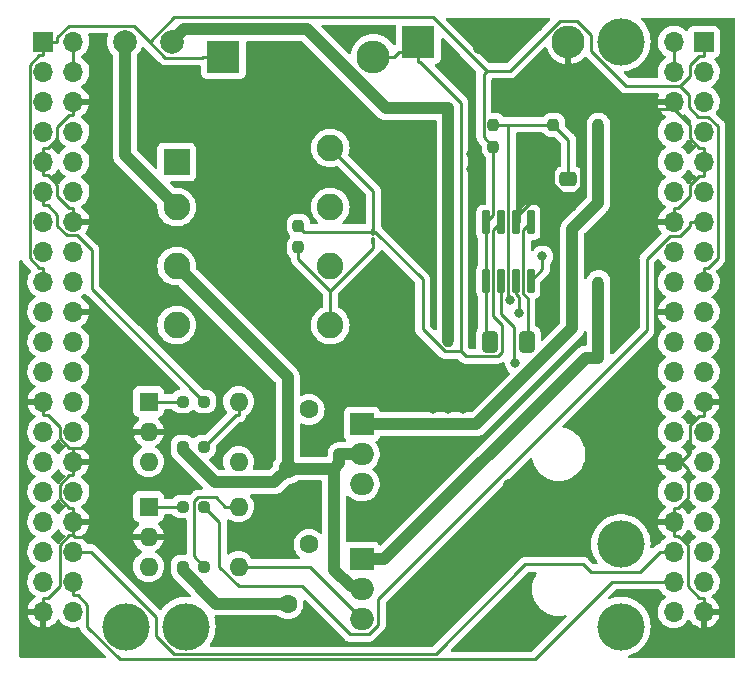
<source format=gbl>
G04 #@! TF.GenerationSoftware,KiCad,Pcbnew,(6.0.2)*
G04 #@! TF.CreationDate,2022-02-24T19:29:25+09:00*
G04 #@! TF.ProjectId,ACBoard,4143426f-6172-4642-9e6b-696361645f70,rev?*
G04 #@! TF.SameCoordinates,Original*
G04 #@! TF.FileFunction,Copper,L2,Bot*
G04 #@! TF.FilePolarity,Positive*
%FSLAX46Y46*%
G04 Gerber Fmt 4.6, Leading zero omitted, Abs format (unit mm)*
G04 Created by KiCad (PCBNEW (6.0.2)) date 2022-02-24 19:29:25*
%MOMM*%
%LPD*%
G01*
G04 APERTURE LIST*
G04 Aperture macros list*
%AMRoundRect*
0 Rectangle with rounded corners*
0 $1 Rounding radius*
0 $2 $3 $4 $5 $6 $7 $8 $9 X,Y pos of 4 corners*
0 Add a 4 corners polygon primitive as box body*
4,1,4,$2,$3,$4,$5,$6,$7,$8,$9,$2,$3,0*
0 Add four circle primitives for the rounded corners*
1,1,$1+$1,$2,$3*
1,1,$1+$1,$4,$5*
1,1,$1+$1,$6,$7*
1,1,$1+$1,$8,$9*
0 Add four rect primitives between the rounded corners*
20,1,$1+$1,$2,$3,$4,$5,0*
20,1,$1+$1,$4,$5,$6,$7,0*
20,1,$1+$1,$6,$7,$8,$9,0*
20,1,$1+$1,$8,$9,$2,$3,0*%
G04 Aperture macros list end*
G04 #@! TA.AperFunction,ComponentPad*
%ADD10O,1.000000X6.000000*%
G04 #@! TD*
G04 #@! TA.AperFunction,ComponentPad*
%ADD11R,1.600000X1.600000*%
G04 #@! TD*
G04 #@! TA.AperFunction,ComponentPad*
%ADD12O,1.600000X1.600000*%
G04 #@! TD*
G04 #@! TA.AperFunction,WasherPad*
%ADD13C,4.000000*%
G04 #@! TD*
G04 #@! TA.AperFunction,ComponentPad*
%ADD14R,2.000000X1.905000*%
G04 #@! TD*
G04 #@! TA.AperFunction,ComponentPad*
%ADD15O,2.000000X1.905000*%
G04 #@! TD*
G04 #@! TA.AperFunction,ComponentPad*
%ADD16C,2.000000*%
G04 #@! TD*
G04 #@! TA.AperFunction,ComponentPad*
%ADD17R,2.800000X2.800000*%
G04 #@! TD*
G04 #@! TA.AperFunction,ComponentPad*
%ADD18O,2.800000X2.800000*%
G04 #@! TD*
G04 #@! TA.AperFunction,ComponentPad*
%ADD19C,2.250000*%
G04 #@! TD*
G04 #@! TA.AperFunction,ComponentPad*
%ADD20R,2.250000X2.250000*%
G04 #@! TD*
G04 #@! TA.AperFunction,ComponentPad*
%ADD21C,1.600000*%
G04 #@! TD*
G04 #@! TA.AperFunction,ComponentPad*
%ADD22R,1.700000X1.700000*%
G04 #@! TD*
G04 #@! TA.AperFunction,ComponentPad*
%ADD23O,1.700000X1.700000*%
G04 #@! TD*
G04 #@! TA.AperFunction,SMDPad,CuDef*
%ADD24RoundRect,0.237500X0.250000X0.237500X-0.250000X0.237500X-0.250000X-0.237500X0.250000X-0.237500X0*%
G04 #@! TD*
G04 #@! TA.AperFunction,SMDPad,CuDef*
%ADD25RoundRect,0.250000X-0.475000X0.337500X-0.475000X-0.337500X0.475000X-0.337500X0.475000X0.337500X0*%
G04 #@! TD*
G04 #@! TA.AperFunction,SMDPad,CuDef*
%ADD26RoundRect,0.042000X-0.258000X0.943000X-0.258000X-0.943000X0.258000X-0.943000X0.258000X0.943000X0*%
G04 #@! TD*
G04 #@! TA.AperFunction,SMDPad,CuDef*
%ADD27RoundRect,0.237500X-0.237500X0.250000X-0.237500X-0.250000X0.237500X-0.250000X0.237500X0.250000X0*%
G04 #@! TD*
G04 #@! TA.AperFunction,SMDPad,CuDef*
%ADD28RoundRect,0.100000X0.100000X-0.217500X0.100000X0.217500X-0.100000X0.217500X-0.100000X-0.217500X0*%
G04 #@! TD*
G04 #@! TA.AperFunction,SMDPad,CuDef*
%ADD29RoundRect,0.250000X-0.412500X-0.650000X0.412500X-0.650000X0.412500X0.650000X-0.412500X0.650000X0*%
G04 #@! TD*
G04 #@! TA.AperFunction,SMDPad,CuDef*
%ADD30RoundRect,0.237500X0.237500X-0.250000X0.237500X0.250000X-0.237500X0.250000X-0.237500X-0.250000X0*%
G04 #@! TD*
G04 #@! TA.AperFunction,ViaPad*
%ADD31C,0.800000*%
G04 #@! TD*
G04 #@! TA.AperFunction,Conductor*
%ADD32C,0.250000*%
G04 #@! TD*
G04 #@! TA.AperFunction,Conductor*
%ADD33C,1.000000*%
G04 #@! TD*
G04 APERTURE END LIST*
D10*
X207010000Y-28575000D03*
X194310000Y-28575000D03*
X207010000Y-41910000D03*
X194310000Y-41910000D03*
D11*
X168920000Y-49545000D03*
D12*
X168920000Y-52085000D03*
X168920000Y-54625000D03*
X176540000Y-54625000D03*
X176540000Y-49545000D03*
D13*
X172085000Y-68580000D03*
D14*
X186985000Y-51435000D03*
D15*
X186985000Y-53975000D03*
X186985000Y-56515000D03*
D14*
X186985000Y-62865000D03*
D15*
X186985000Y-65405000D03*
X186985000Y-67945000D03*
D16*
X166910000Y-19050000D03*
X170910000Y-19050000D03*
D17*
X191770000Y-19050000D03*
D18*
X204470000Y-19050000D03*
D11*
X168920000Y-58435000D03*
D12*
X168920000Y-60975000D03*
X168920000Y-63515000D03*
X176540000Y-63515000D03*
X176540000Y-58435000D03*
D19*
X184300000Y-28060000D03*
X184300000Y-33060000D03*
X184300000Y-38060000D03*
X184300000Y-43060000D03*
X171300000Y-43060000D03*
X171300000Y-38060000D03*
X171300000Y-33060000D03*
D20*
X171300000Y-29260000D03*
D13*
X167005000Y-68580000D03*
D21*
X180710000Y-55205000D03*
X182510000Y-50205000D03*
D13*
X208915000Y-19050000D03*
X208915000Y-68580000D03*
X208915000Y-61595000D03*
D21*
X180710000Y-66635000D03*
X182510000Y-61635000D03*
D22*
X215920000Y-19080000D03*
D23*
X213380000Y-19080000D03*
X215920000Y-21620000D03*
X213380000Y-21620000D03*
X215920000Y-24160000D03*
X213380000Y-24160000D03*
X215920000Y-26700000D03*
X213380000Y-26700000D03*
X215920000Y-29240000D03*
X213380000Y-29240000D03*
X215920000Y-31780000D03*
X213380000Y-31780000D03*
X215920000Y-34320000D03*
X213380000Y-34320000D03*
X215920000Y-36860000D03*
X213380000Y-36860000D03*
X215920000Y-39400000D03*
X213380000Y-39400000D03*
X215920000Y-41940000D03*
X213380000Y-41940000D03*
X215920000Y-44480000D03*
X213380000Y-44480000D03*
X215920000Y-47020000D03*
X213380000Y-47020000D03*
X215920000Y-49560000D03*
X213380000Y-49560000D03*
X215920000Y-52100000D03*
X213380000Y-52100000D03*
X215920000Y-54640000D03*
X213380000Y-54640000D03*
X215920000Y-57180000D03*
X213380000Y-57180000D03*
X215920000Y-59720000D03*
X213380000Y-59720000D03*
X215920000Y-62260000D03*
X213380000Y-62260000D03*
X215920000Y-64800000D03*
X213380000Y-64800000D03*
X215920000Y-67340000D03*
X213380000Y-67340000D03*
D22*
X160015000Y-19055000D03*
D23*
X162555000Y-19055000D03*
X160015000Y-21595000D03*
X162555000Y-21595000D03*
X160015000Y-24135000D03*
X162555000Y-24135000D03*
X160015000Y-26675000D03*
X162555000Y-26675000D03*
X160015000Y-29215000D03*
X162555000Y-29215000D03*
X160015000Y-31755000D03*
X162555000Y-31755000D03*
X160015000Y-34295000D03*
X162555000Y-34295000D03*
X160015000Y-36835000D03*
X162555000Y-36835000D03*
X160015000Y-39375000D03*
X162555000Y-39375000D03*
X160015000Y-41915000D03*
X162555000Y-41915000D03*
X160015000Y-44455000D03*
X162555000Y-44455000D03*
X160015000Y-46995000D03*
X162555000Y-46995000D03*
X160015000Y-49535000D03*
X162555000Y-49535000D03*
X160015000Y-52075000D03*
X162555000Y-52075000D03*
X160015000Y-54615000D03*
X162555000Y-54615000D03*
X160015000Y-57155000D03*
X162555000Y-57155000D03*
X160015000Y-59695000D03*
X162555000Y-59695000D03*
X160015000Y-62235000D03*
X162555000Y-62235000D03*
X160015000Y-64775000D03*
X162555000Y-64775000D03*
X160015000Y-67315000D03*
X162555000Y-67315000D03*
D17*
X175260000Y-20320000D03*
D18*
X187960000Y-20320000D03*
D24*
X173632500Y-58420000D03*
X171807500Y-58420000D03*
D25*
X204470000Y-30712500D03*
X204470000Y-32787500D03*
D26*
X197485000Y-34360000D03*
X198755000Y-34360000D03*
X200025000Y-34360000D03*
X201295000Y-34360000D03*
X201295000Y-39300000D03*
X200025000Y-39300000D03*
X198755000Y-39300000D03*
X197485000Y-39300000D03*
D24*
X173632500Y-49530000D03*
X171807500Y-49530000D03*
D27*
X181610000Y-34647500D03*
X181610000Y-36472500D03*
D24*
X173632500Y-63500000D03*
X171807500Y-63500000D03*
X173632500Y-53340000D03*
X171807500Y-53340000D03*
D28*
X187960000Y-35967500D03*
X187960000Y-35152500D03*
D29*
X197827500Y-44450000D03*
X200952500Y-44450000D03*
D27*
X203200000Y-26115000D03*
X203200000Y-27940000D03*
D30*
X198120000Y-27940000D03*
X198120000Y-26115000D03*
D31*
X179705000Y-60960000D03*
X179705000Y-62230000D03*
X178435000Y-62230000D03*
X178435000Y-60960000D03*
X171450000Y-61595000D03*
X190500000Y-67310000D03*
X190500000Y-66040000D03*
X189865000Y-55245000D03*
X189865000Y-53975000D03*
X202565000Y-41910000D03*
X202565000Y-40640000D03*
X198120000Y-18415000D03*
X198120000Y-19685000D03*
X196850000Y-19685000D03*
X196850000Y-18415000D03*
X201930000Y-17780000D03*
X200660000Y-17780000D03*
X185420000Y-18415000D03*
X180975000Y-19685000D03*
X180975000Y-20955000D03*
X179705000Y-20955000D03*
X179705000Y-19685000D03*
X186690000Y-43815000D03*
X189865000Y-43815000D03*
X188595000Y-43815000D03*
X188595000Y-41910000D03*
X187325000Y-41910000D03*
X187960000Y-38100000D03*
X191135000Y-35560000D03*
X192405000Y-35560000D03*
X192405000Y-34290000D03*
X191135000Y-34290000D03*
X210185000Y-34290000D03*
X208915000Y-34290000D03*
X190500000Y-27305000D03*
X190500000Y-28575000D03*
X189230000Y-28575000D03*
X189230000Y-27305000D03*
X196215000Y-29845000D03*
X196215000Y-28575000D03*
X201295000Y-29845000D03*
X201295000Y-28575000D03*
X210185000Y-29210000D03*
X210185000Y-30480000D03*
X208915000Y-30480000D03*
X208915000Y-29210000D03*
X208915000Y-27940000D03*
X208915000Y-42545000D03*
X208915000Y-40005000D03*
X208915000Y-41275000D03*
X210185000Y-52070000D03*
X209550000Y-51435000D03*
X208915000Y-50800000D03*
X208280000Y-50165000D03*
X215265000Y-69850000D03*
X213995000Y-69850000D03*
X160655000Y-69850000D03*
X159385000Y-69850000D03*
X177165000Y-68580000D03*
X177165000Y-69850000D03*
X175895000Y-69850000D03*
X175895000Y-68580000D03*
X166370000Y-58420000D03*
X166370000Y-59690000D03*
X165100000Y-59690000D03*
X165100000Y-58420000D03*
X165100000Y-54610000D03*
X173990000Y-44450000D03*
X173990000Y-43180000D03*
X168275000Y-41910000D03*
X168275000Y-37465000D03*
X168275000Y-38735000D03*
X167005000Y-38735000D03*
X167005000Y-37465000D03*
X168275000Y-34290000D03*
X168275000Y-35560000D03*
X167005000Y-35560000D03*
X167005000Y-34290000D03*
X177800000Y-33655000D03*
X177800000Y-34925000D03*
X176530000Y-34925000D03*
X176530000Y-33655000D03*
X177165000Y-37465000D03*
X177165000Y-38735000D03*
X178435000Y-38735000D03*
X178435000Y-37465000D03*
X180975000Y-41910000D03*
X180975000Y-43180000D03*
X179705000Y-43180000D03*
X179705000Y-41910000D03*
X208915000Y-54610000D03*
X207645000Y-54610000D03*
X195580000Y-50165000D03*
X194310000Y-50165000D03*
X193040000Y-50165000D03*
X192405000Y-55880000D03*
X192405000Y-54610000D03*
X192405000Y-53340000D03*
X196215000Y-53340000D03*
X194945000Y-53340000D03*
X194945000Y-54610000D03*
X193675000Y-55880000D03*
X193675000Y-54610000D03*
X193675000Y-53340000D03*
X200025000Y-66675000D03*
X202565000Y-67945000D03*
X201295000Y-69215000D03*
X201295000Y-67945000D03*
X198755000Y-67945000D03*
X200025000Y-67945000D03*
X200025000Y-69215000D03*
X198755000Y-69215000D03*
X197485000Y-69215000D03*
X193040000Y-67945000D03*
X194310000Y-67945000D03*
X194310000Y-66675000D03*
X193040000Y-66675000D03*
X193040000Y-65405000D03*
X195580000Y-65405000D03*
X194310000Y-65405000D03*
X194310000Y-64135000D03*
X198120000Y-64135000D03*
X195580000Y-64135000D03*
X196850000Y-64135000D03*
X200660000Y-61595000D03*
X199390000Y-61595000D03*
X199390000Y-62865000D03*
X198120000Y-62865000D03*
X198120000Y-61595000D03*
X196850000Y-61595000D03*
X196850000Y-62865000D03*
X195580000Y-62865000D03*
X195580000Y-61595000D03*
X199390000Y-56515000D03*
X200870700Y-56090700D03*
X204470000Y-57785000D03*
X203200000Y-57785000D03*
X201930000Y-57785000D03*
X200660000Y-57785000D03*
X199390000Y-57785000D03*
X177800000Y-28575000D03*
X177800000Y-27305000D03*
X176530000Y-27305000D03*
X176530000Y-28575000D03*
X175260000Y-28575000D03*
X175260000Y-27305000D03*
X199984400Y-46277100D03*
X200301100Y-42018600D03*
X202255700Y-37244000D03*
X199501400Y-40913300D03*
D32*
X172776400Y-62643900D02*
X173632500Y-63500000D01*
X172776400Y-57966000D02*
X172776400Y-62643900D01*
X173124900Y-57617500D02*
X172776400Y-57966000D01*
X174597200Y-57617500D02*
X173124900Y-57617500D01*
X175414700Y-58435000D02*
X174597200Y-57617500D01*
X176540000Y-58435000D02*
X175414700Y-58435000D01*
X176302200Y-50670300D02*
X176540000Y-50670300D01*
X173632500Y-53340000D02*
X176302200Y-50670300D01*
X176540000Y-49545000D02*
X176540000Y-50670300D01*
X170060300Y-58420000D02*
X170045300Y-58435000D01*
X171807500Y-58420000D02*
X170060300Y-58420000D01*
X168920000Y-58435000D02*
X170045300Y-58435000D01*
X170060300Y-49530000D02*
X170045300Y-49545000D01*
X171807500Y-49530000D02*
X170060300Y-49530000D01*
X168920000Y-49545000D02*
X170045300Y-49545000D01*
D33*
X194310000Y-28575000D02*
X194310000Y-24674700D01*
X194310000Y-41910000D02*
X194310000Y-28575000D01*
X189009400Y-24674700D02*
X194310000Y-24674700D01*
X182354300Y-18019600D02*
X189009400Y-24674700D01*
X171940400Y-18019600D02*
X182354300Y-18019600D01*
X170910000Y-19050000D02*
X171940400Y-18019600D01*
X166910000Y-28670000D02*
X166910000Y-19050000D01*
X171300000Y-33060000D02*
X166910000Y-28670000D01*
D32*
X208186100Y-64800000D02*
X213380000Y-64800000D01*
X201622500Y-71363600D02*
X208186100Y-64800000D01*
X166484200Y-71363600D02*
X201622500Y-71363600D01*
X163730300Y-68609700D02*
X166484200Y-71363600D01*
X163730300Y-66758200D02*
X163730300Y-68609700D01*
X162922400Y-65950300D02*
X163730300Y-66758200D01*
X162555000Y-65950300D02*
X162922400Y-65950300D01*
X162555000Y-64775000D02*
X162555000Y-65950300D01*
X210507800Y-63956900D02*
X212204700Y-62260000D01*
X206347700Y-63956900D02*
X210507800Y-63956900D01*
X205720400Y-63329600D02*
X206347700Y-63956900D01*
X200814500Y-63329600D02*
X205720400Y-63329600D01*
X193234300Y-70909800D02*
X200814500Y-63329600D01*
X171109800Y-70909800D02*
X193234300Y-70909800D01*
X169545100Y-69345100D02*
X171109800Y-70909800D01*
X169545100Y-67751200D02*
X169545100Y-69345100D01*
X164028900Y-62235000D02*
X169545100Y-67751200D01*
X162555000Y-62235000D02*
X164028900Y-62235000D01*
X213380000Y-62260000D02*
X212204700Y-62260000D01*
X199849000Y-46141700D02*
X199984400Y-46277100D01*
X199849000Y-43218600D02*
X199849000Y-46141700D01*
X198755000Y-42124600D02*
X199849000Y-43218600D01*
X198755000Y-39300000D02*
X198755000Y-42124600D01*
X200025000Y-40411100D02*
X200025000Y-39300000D01*
X200301100Y-40687200D02*
X200025000Y-40411100D01*
X200301100Y-42018600D02*
X200301100Y-40687200D01*
X202255700Y-38339300D02*
X202255700Y-37244000D01*
X201295000Y-39300000D02*
X202255700Y-38339300D01*
X214744700Y-34687400D02*
X214744700Y-34320000D01*
X213936800Y-35495300D02*
X214744700Y-34687400D01*
X213064500Y-35495300D02*
X213936800Y-35495300D01*
X211120400Y-37439400D02*
X213064500Y-35495300D01*
X211120400Y-43511400D02*
X211120400Y-37439400D01*
X188376100Y-66255700D02*
X211120400Y-43511400D01*
X188376100Y-68421700D02*
X188376100Y-66255700D01*
X187547200Y-69250600D02*
X188376100Y-68421700D01*
X185997700Y-69250600D02*
X187547200Y-69250600D01*
X181920500Y-65173400D02*
X185997700Y-69250600D01*
X176556000Y-65173400D02*
X181920500Y-65173400D01*
X174925400Y-63542800D02*
X176556000Y-65173400D01*
X174925400Y-59712900D02*
X174925400Y-63542800D01*
X173632500Y-58420000D02*
X174925400Y-59712900D01*
X215920000Y-34320000D02*
X214744700Y-34320000D01*
X160382400Y-32930300D02*
X160015000Y-32930300D01*
X161190300Y-33738200D02*
X160382400Y-32930300D01*
X161190300Y-34631300D02*
X161190300Y-33738200D01*
X162029400Y-35470400D02*
X161190300Y-34631300D01*
X162852900Y-35470400D02*
X162029400Y-35470400D01*
X164124000Y-36741500D02*
X162852900Y-35470400D01*
X164124000Y-40021500D02*
X164124000Y-36741500D01*
X173632500Y-49530000D02*
X164124000Y-40021500D01*
X160015000Y-31755000D02*
X160015000Y-32930300D01*
X162555000Y-21595000D02*
X162555000Y-19055000D01*
X213380000Y-21620000D02*
X213380000Y-19080000D01*
X187960000Y-31720000D02*
X184300000Y-28060000D01*
X187960000Y-35152500D02*
X187960000Y-31720000D01*
X191877800Y-20775300D02*
X191770000Y-20775300D01*
X195362900Y-24260400D02*
X191877800Y-20775300D01*
X195362900Y-45261400D02*
X195362900Y-24260400D01*
X188077000Y-35152500D02*
X187960000Y-35152500D01*
X192117800Y-39193300D02*
X188077000Y-35152500D01*
X192117800Y-43398600D02*
X192117800Y-39193300D01*
X193980600Y-45261400D02*
X192117800Y-43398600D01*
X195362900Y-45261400D02*
X193980600Y-45261400D01*
X182115000Y-35152500D02*
X181610000Y-34647500D01*
X187960000Y-35152500D02*
X182115000Y-35152500D01*
X191770000Y-19050000D02*
X191770000Y-19912600D01*
X191770000Y-19912600D02*
X191770000Y-20775300D01*
X190092700Y-19912600D02*
X189685300Y-20320000D01*
X191770000Y-19912600D02*
X190092700Y-19912600D01*
X187960000Y-20320000D02*
X189685300Y-20320000D01*
X195792800Y-45691300D02*
X195362900Y-45261400D01*
X198467400Y-45691300D02*
X195792800Y-45691300D01*
X198822500Y-45336200D02*
X198467400Y-45691300D01*
X198822500Y-43037400D02*
X198822500Y-45336200D01*
X198117500Y-42332400D02*
X198822500Y-43037400D01*
X198117500Y-34997500D02*
X198117500Y-42332400D01*
X198755000Y-34360000D02*
X198117500Y-34997500D01*
X182555000Y-63515000D02*
X186985000Y-67945000D01*
X176540000Y-63515000D02*
X182555000Y-63515000D01*
D33*
X205940000Y-45810300D02*
X207010000Y-45810300D01*
X188885300Y-62865000D02*
X205940000Y-45810300D01*
X186985000Y-62865000D02*
X188885300Y-62865000D01*
X207010000Y-41910000D02*
X207010000Y-45810300D01*
X171807500Y-63773100D02*
X171807500Y-63500000D01*
X174669400Y-66635000D02*
X171807500Y-63773100D01*
X180710000Y-66635000D02*
X174669400Y-66635000D01*
X179550600Y-56364400D02*
X180710000Y-55205000D01*
X174509300Y-56364400D02*
X179550600Y-56364400D01*
X171807500Y-53662600D02*
X174509300Y-56364400D01*
X171807500Y-53340000D02*
X171807500Y-53662600D01*
X180710000Y-55205000D02*
X184647500Y-55205000D01*
X184647500Y-63777300D02*
X184647500Y-55205000D01*
X186021500Y-65151300D02*
X184647500Y-63777300D01*
X186731400Y-65151300D02*
X186021500Y-65151300D01*
X186731400Y-65151400D02*
X186731400Y-65151300D01*
X186985000Y-65405000D02*
X186731400Y-65151400D01*
X185084700Y-54767800D02*
X185084700Y-53975000D01*
X184647500Y-55205000D02*
X185084700Y-54767800D01*
X186985000Y-53975000D02*
X185084700Y-53975000D01*
X180710000Y-47470000D02*
X180710000Y-55205000D01*
X171300000Y-38060000D02*
X180710000Y-47470000D01*
X207010000Y-32688000D02*
X207010000Y-28575000D01*
X204794600Y-34903400D02*
X207010000Y-32688000D01*
X204794600Y-43325300D02*
X204794600Y-34903400D01*
X196684900Y-51435000D02*
X204794600Y-43325300D01*
X186985000Y-51435000D02*
X196684900Y-51435000D01*
D32*
X200660000Y-34995000D02*
X201295000Y-34360000D01*
X200660000Y-40409200D02*
X200660000Y-34995000D01*
X201026400Y-40775600D02*
X200660000Y-40409200D01*
X201026400Y-44376100D02*
X201026400Y-40775600D01*
X200952500Y-44450000D02*
X201026400Y-44376100D01*
X197485000Y-44107500D02*
X197485000Y-39300000D01*
X197827500Y-44450000D02*
X197485000Y-44107500D01*
X197485000Y-34360000D02*
X197485000Y-39300000D01*
X159647600Y-38199700D02*
X160015000Y-38199700D01*
X158839700Y-37391800D02*
X159647600Y-38199700D01*
X158839700Y-21038300D02*
X158839700Y-37391800D01*
X159647700Y-20230300D02*
X158839700Y-21038300D01*
X160015000Y-20230300D02*
X159647700Y-20230300D01*
X160015000Y-19055000D02*
X160015000Y-20230300D01*
X160015000Y-39375000D02*
X160015000Y-38199700D01*
X215920000Y-19080000D02*
X215920000Y-20255300D01*
X215920000Y-39400000D02*
X215920000Y-38224700D01*
X198120000Y-33725000D02*
X198120000Y-27940000D01*
X197485000Y-34360000D02*
X198120000Y-33725000D01*
X214650000Y-23539800D02*
X213905600Y-22795400D01*
X214650000Y-24603200D02*
X214650000Y-23539800D01*
X215476800Y-25430000D02*
X214650000Y-24603200D01*
X216312500Y-25430000D02*
X215476800Y-25430000D01*
X217121300Y-26238800D02*
X216312500Y-25430000D01*
X217121300Y-37390700D02*
X217121300Y-26238800D01*
X216287300Y-38224700D02*
X217121300Y-37390700D01*
X215920000Y-38224700D02*
X216287300Y-38224700D01*
X215552600Y-20255300D02*
X215920000Y-20255300D01*
X214744700Y-21063200D02*
X215552600Y-20255300D01*
X214744700Y-21956300D02*
X214744700Y-21063200D01*
X213905600Y-22795400D02*
X214744700Y-21956300D01*
X175260000Y-20320000D02*
X173534700Y-20320000D01*
X160015000Y-19055000D02*
X161190300Y-19055000D01*
X209310100Y-22795400D02*
X213905600Y-22795400D01*
X206345000Y-19830300D02*
X209310100Y-22795400D01*
X206345000Y-18466900D02*
X206345000Y-19830300D01*
X205174800Y-17296700D02*
X206345000Y-18466900D01*
X203744500Y-17296700D02*
X205174800Y-17296700D01*
X199510400Y-21530800D02*
X203744500Y-17296700D01*
X197544000Y-21530800D02*
X199510400Y-21530800D01*
X197310400Y-27130400D02*
X198120000Y-27940000D01*
X197310400Y-21764400D02*
X197310400Y-27130400D01*
X197544000Y-21530800D02*
X197310400Y-21764400D01*
X170346800Y-20412800D02*
X169006700Y-19072700D01*
X173441900Y-20412800D02*
X170346800Y-20412800D01*
X173534700Y-20320000D02*
X173441900Y-20412800D01*
X167648900Y-17714900D02*
X169006700Y-19072700D01*
X162163100Y-17714900D02*
X167648900Y-17714900D01*
X161190300Y-18687700D02*
X162163100Y-17714900D01*
X161190300Y-19055000D02*
X161190300Y-18687700D01*
X192994900Y-16981700D02*
X197544000Y-21530800D01*
X171097700Y-16981700D02*
X192994900Y-16981700D01*
X169006700Y-19072700D02*
X171097700Y-16981700D01*
X162555000Y-54615000D02*
X162555000Y-55790300D01*
X162187600Y-53439700D02*
X162555000Y-53439700D01*
X161379700Y-52631800D02*
X162187600Y-53439700D01*
X161379700Y-51707600D02*
X161379700Y-52631800D01*
X160382400Y-50710300D02*
X161379700Y-51707600D01*
X160015000Y-50710300D02*
X160382400Y-50710300D01*
X160015000Y-49535000D02*
X160015000Y-50710300D01*
X162555000Y-54615000D02*
X162555000Y-53439700D01*
X162555000Y-24135000D02*
X162555000Y-25310300D01*
X162187600Y-25310300D02*
X162555000Y-25310300D01*
X161190300Y-26307600D02*
X162187600Y-25310300D01*
X161190300Y-27231800D02*
X161190300Y-26307600D01*
X160382400Y-28039700D02*
X161190300Y-27231800D01*
X160015000Y-28039700D02*
X160382400Y-28039700D01*
X160015000Y-29215000D02*
X160015000Y-28039700D01*
X204470000Y-19050000D02*
X204470000Y-20775300D01*
X213380000Y-24160000D02*
X213380000Y-24747600D01*
X205532800Y-21838100D02*
X204470000Y-20775300D01*
X205532800Y-24747600D02*
X205532800Y-21838100D01*
X213380000Y-59720000D02*
X213380000Y-58544700D01*
X213747400Y-60895300D02*
X213380000Y-60895300D01*
X214555300Y-61703200D02*
X213747400Y-60895300D01*
X214555300Y-65167400D02*
X214555300Y-61703200D01*
X215552600Y-66164700D02*
X214555300Y-65167400D01*
X215920000Y-66164700D02*
X215552600Y-66164700D01*
X215920000Y-67340000D02*
X215920000Y-66164700D01*
X213380000Y-59720000D02*
X213380000Y-60895300D01*
X215920000Y-49560000D02*
X215920000Y-50735300D01*
X215552600Y-50735300D02*
X215920000Y-50735300D01*
X214744700Y-51543200D02*
X215552600Y-50735300D01*
X214744700Y-53862900D02*
X214744700Y-51543200D01*
X213967600Y-54640000D02*
X214744700Y-53862900D01*
X213380000Y-54640000D02*
X213967600Y-54640000D01*
X213747400Y-58544700D02*
X213380000Y-58544700D01*
X214555300Y-57736800D02*
X213747400Y-58544700D01*
X214555300Y-55227700D02*
X214555300Y-57736800D01*
X213967600Y-54640000D02*
X214555300Y-55227700D01*
X205532800Y-24747600D02*
X213380000Y-24747600D01*
X215552600Y-28064700D02*
X215920000Y-28064700D01*
X214744700Y-27256800D02*
X215552600Y-28064700D01*
X214744700Y-26112300D02*
X214744700Y-27256800D01*
X213380000Y-24747600D02*
X214744700Y-26112300D01*
X215920000Y-29240000D02*
X215920000Y-28064700D01*
X215552600Y-30415300D02*
X215920000Y-30415300D01*
X214744700Y-31223200D02*
X215552600Y-30415300D01*
X214744700Y-32147400D02*
X214744700Y-31223200D01*
X213747400Y-33144700D02*
X214744700Y-32147400D01*
X213380000Y-33144700D02*
X213747400Y-33144700D01*
X213380000Y-34320000D02*
X213380000Y-33144700D01*
X215920000Y-29240000D02*
X215920000Y-30415300D01*
X160382400Y-30390300D02*
X160015000Y-30390300D01*
X161190300Y-31198200D02*
X160382400Y-30390300D01*
X161190300Y-32122400D02*
X161190300Y-31198200D01*
X162187600Y-33119700D02*
X161190300Y-32122400D01*
X162555000Y-33119700D02*
X162187600Y-33119700D01*
X162555000Y-34295000D02*
X162555000Y-33119700D01*
X160015000Y-29215000D02*
X160015000Y-30390300D01*
X166440000Y-53439700D02*
X162555000Y-53439700D01*
X167794700Y-52085000D02*
X166440000Y-53439700D01*
X168920000Y-52085000D02*
X167794700Y-52085000D01*
X204470000Y-32787500D02*
X204470000Y-32404500D01*
X205532800Y-31341700D02*
X205532800Y-24747600D01*
X204470000Y-32404500D02*
X205532800Y-31341700D01*
X202796600Y-31134500D02*
X203200000Y-31134500D01*
X200025000Y-33906100D02*
X202796600Y-31134500D01*
X200025000Y-34360000D02*
X200025000Y-33906100D01*
X203200000Y-27940000D02*
X203200000Y-31134500D01*
X203200000Y-31134500D02*
X204470000Y-32404500D01*
X162187600Y-55790300D02*
X162555000Y-55790300D01*
X161379700Y-56598200D02*
X162187600Y-55790300D01*
X161379700Y-57711800D02*
X161379700Y-56598200D01*
X162187600Y-58519700D02*
X161379700Y-57711800D01*
X162555000Y-58519700D02*
X162187600Y-58519700D01*
X162555000Y-59695000D02*
X162555000Y-58519700D01*
X162187600Y-60870300D02*
X162555000Y-60870300D01*
X161379700Y-61678200D02*
X162187600Y-60870300D01*
X161379700Y-65142400D02*
X161379700Y-61678200D01*
X160382400Y-66139700D02*
X161379700Y-65142400D01*
X160015000Y-66139700D02*
X160382400Y-66139700D01*
X160015000Y-67315000D02*
X160015000Y-66139700D01*
X162555000Y-59695000D02*
X162555000Y-60870300D01*
X162659700Y-60975000D02*
X162555000Y-60870300D01*
X168920000Y-60975000D02*
X162659700Y-60975000D01*
X187960000Y-36503800D02*
X184305500Y-40158300D01*
X187960000Y-35967500D02*
X187960000Y-36503800D01*
X184305500Y-40158400D02*
X184305500Y-40158300D01*
X184305500Y-43054500D02*
X184305500Y-40158400D01*
X184300000Y-43060000D02*
X184305500Y-43054500D01*
X181610000Y-37462900D02*
X181610000Y-36472500D01*
X184305500Y-40158300D02*
X181610000Y-37462900D01*
X198120000Y-26115000D02*
X199390000Y-26115000D01*
X199390000Y-40801900D02*
X199501400Y-40913300D01*
X199390000Y-26115000D02*
X199390000Y-40801900D01*
X199390000Y-26115000D02*
X203200000Y-26115000D01*
X204470000Y-27385000D02*
X204470000Y-30712500D01*
X203200000Y-26115000D02*
X204470000Y-27385000D01*
G04 #@! TA.AperFunction,Conductor*
G36*
X218509121Y-17038002D02*
G01*
X218555614Y-17091658D01*
X218567000Y-17144000D01*
X218567000Y-71121000D01*
X218546998Y-71189121D01*
X218493342Y-71235614D01*
X218441000Y-71247000D01*
X209611978Y-71247000D01*
X209543857Y-71226998D01*
X209497364Y-71173342D01*
X209487260Y-71103068D01*
X209516754Y-71038488D01*
X209580643Y-70998958D01*
X209687881Y-70971424D01*
X209687880Y-70971424D01*
X209691702Y-70970443D01*
X209695372Y-70968990D01*
X209981505Y-70855702D01*
X209981510Y-70855700D01*
X209985179Y-70854247D01*
X209988648Y-70852340D01*
X210258307Y-70704093D01*
X210258310Y-70704091D01*
X210261779Y-70702184D01*
X210517140Y-70516654D01*
X210747233Y-70300582D01*
X210797852Y-70239395D01*
X210938000Y-70069985D01*
X210948432Y-70057375D01*
X211109636Y-69803359D01*
X211115438Y-69794216D01*
X211115438Y-69794215D01*
X211117562Y-69790869D01*
X211119246Y-69787290D01*
X211119250Y-69787283D01*
X211250267Y-69508856D01*
X211250269Y-69508852D01*
X211251956Y-69505266D01*
X211349495Y-69205072D01*
X211408641Y-68895020D01*
X211428460Y-68580000D01*
X211408641Y-68264980D01*
X211349495Y-67954928D01*
X211280504Y-67742596D01*
X211253182Y-67658507D01*
X211253182Y-67658506D01*
X211251956Y-67654734D01*
X211249250Y-67648983D01*
X211119250Y-67372717D01*
X211119246Y-67372710D01*
X211117562Y-67369131D01*
X210948432Y-67102625D01*
X210747233Y-66859418D01*
X210736640Y-66849470D01*
X210668985Y-66785938D01*
X210517140Y-66643346D01*
X210513189Y-66640475D01*
X210416592Y-66570294D01*
X210261779Y-66457816D01*
X210253749Y-66453401D01*
X209988648Y-66307660D01*
X209988647Y-66307659D01*
X209985179Y-66305753D01*
X209981510Y-66304300D01*
X209981505Y-66304298D01*
X209695372Y-66191010D01*
X209695371Y-66191010D01*
X209691702Y-66189557D01*
X209385975Y-66111060D01*
X209072821Y-66071500D01*
X208757179Y-66071500D01*
X208444025Y-66111060D01*
X208138298Y-66189557D01*
X208134629Y-66191010D01*
X208134628Y-66191010D01*
X207965926Y-66257804D01*
X207895225Y-66264283D01*
X207832245Y-66231511D01*
X207796982Y-66169891D01*
X207800630Y-66098988D01*
X207830447Y-66051557D01*
X208411599Y-65470405D01*
X208473911Y-65436379D01*
X208500694Y-65433500D01*
X212104274Y-65433500D01*
X212172395Y-65453502D01*
X212211707Y-65493665D01*
X212279987Y-65605088D01*
X212426250Y-65773938D01*
X212598126Y-65916632D01*
X212635082Y-65938227D01*
X212671445Y-65959476D01*
X212720169Y-66011114D01*
X212733240Y-66080897D01*
X212706509Y-66146669D01*
X212666055Y-66180027D01*
X212653607Y-66186507D01*
X212649474Y-66189610D01*
X212649471Y-66189612D01*
X212479100Y-66317530D01*
X212474965Y-66320635D01*
X212471393Y-66324373D01*
X212344520Y-66457138D01*
X212320629Y-66482138D01*
X212194743Y-66666680D01*
X212157806Y-66746255D01*
X212103861Y-66862470D01*
X212100688Y-66869305D01*
X212040989Y-67084570D01*
X212017251Y-67306695D01*
X212017548Y-67311848D01*
X212017548Y-67311851D01*
X212029335Y-67516269D01*
X212030110Y-67529715D01*
X212031247Y-67534761D01*
X212031248Y-67534767D01*
X212051096Y-67622837D01*
X212079222Y-67747639D01*
X212163266Y-67954616D01*
X212183200Y-67987145D01*
X212261971Y-68115688D01*
X212279987Y-68145088D01*
X212426250Y-68313938D01*
X212598126Y-68456632D01*
X212791000Y-68569338D01*
X212795825Y-68571180D01*
X212795826Y-68571181D01*
X212832515Y-68585191D01*
X212999692Y-68649030D01*
X213004760Y-68650061D01*
X213004763Y-68650062D01*
X213099862Y-68669410D01*
X213218597Y-68693567D01*
X213223772Y-68693757D01*
X213223774Y-68693757D01*
X213436673Y-68701564D01*
X213436677Y-68701564D01*
X213441837Y-68701753D01*
X213446957Y-68701097D01*
X213446959Y-68701097D01*
X213658288Y-68674025D01*
X213658289Y-68674025D01*
X213663416Y-68673368D01*
X213668366Y-68671883D01*
X213872429Y-68610661D01*
X213872434Y-68610659D01*
X213877384Y-68609174D01*
X214077994Y-68510896D01*
X214259860Y-68381173D01*
X214282320Y-68358792D01*
X214414435Y-68227137D01*
X214418096Y-68223489D01*
X214433673Y-68201812D01*
X214548453Y-68042077D01*
X214549640Y-68042930D01*
X214596960Y-67999362D01*
X214666897Y-67987145D01*
X214732338Y-68014678D01*
X214760166Y-68046511D01*
X214817694Y-68140388D01*
X214823777Y-68148699D01*
X214963213Y-68309667D01*
X214970580Y-68316883D01*
X215134434Y-68452916D01*
X215142881Y-68458831D01*
X215326756Y-68566279D01*
X215336042Y-68570729D01*
X215535001Y-68646703D01*
X215544899Y-68649579D01*
X215648250Y-68670606D01*
X215662299Y-68669410D01*
X215666000Y-68659065D01*
X215666000Y-68658517D01*
X216174000Y-68658517D01*
X216178064Y-68672359D01*
X216191478Y-68674393D01*
X216198184Y-68673534D01*
X216208262Y-68671392D01*
X216412255Y-68610191D01*
X216421842Y-68606433D01*
X216613095Y-68512739D01*
X216621945Y-68507464D01*
X216795328Y-68383792D01*
X216803200Y-68377139D01*
X216954052Y-68226812D01*
X216960730Y-68218965D01*
X217085003Y-68046020D01*
X217090313Y-68037183D01*
X217184670Y-67846267D01*
X217188469Y-67836672D01*
X217250377Y-67632910D01*
X217252555Y-67622837D01*
X217253986Y-67611962D01*
X217251775Y-67597778D01*
X217238617Y-67594000D01*
X216192115Y-67594000D01*
X216176876Y-67598475D01*
X216175671Y-67599865D01*
X216174000Y-67607548D01*
X216174000Y-68658517D01*
X215666000Y-68658517D01*
X215666000Y-67212000D01*
X215686002Y-67143879D01*
X215739658Y-67097386D01*
X215792000Y-67086000D01*
X217238344Y-67086000D01*
X217251875Y-67082027D01*
X217253180Y-67072947D01*
X217211214Y-66905875D01*
X217207894Y-66896124D01*
X217122972Y-66700814D01*
X217118105Y-66691739D01*
X217002426Y-66512926D01*
X216996136Y-66504757D01*
X216852806Y-66347240D01*
X216845273Y-66340215D01*
X216678139Y-66208222D01*
X216669556Y-66202520D01*
X216632602Y-66182120D01*
X216582631Y-66131687D01*
X216567859Y-66062245D01*
X216592975Y-65995839D01*
X216620327Y-65969232D01*
X216655376Y-65944232D01*
X216799860Y-65841173D01*
X216958096Y-65683489D01*
X217088453Y-65502077D01*
X217092611Y-65493665D01*
X217185136Y-65306453D01*
X217185137Y-65306451D01*
X217187430Y-65301811D01*
X217246035Y-65108920D01*
X217250865Y-65093023D01*
X217250865Y-65093021D01*
X217252370Y-65088069D01*
X217281529Y-64866590D01*
X217282222Y-64838240D01*
X217283074Y-64803365D01*
X217283074Y-64803361D01*
X217283156Y-64800000D01*
X217264852Y-64577361D01*
X217210431Y-64360702D01*
X217121354Y-64155840D01*
X217067150Y-64072054D01*
X217002822Y-63972617D01*
X217002820Y-63972614D01*
X217000014Y-63968277D01*
X216849670Y-63803051D01*
X216845619Y-63799852D01*
X216845615Y-63799848D01*
X216678414Y-63667800D01*
X216678410Y-63667798D01*
X216674359Y-63664598D01*
X216633053Y-63641796D01*
X216583084Y-63591364D01*
X216568312Y-63521921D01*
X216593428Y-63455516D01*
X216620780Y-63428909D01*
X216669053Y-63394476D01*
X216799860Y-63301173D01*
X216814590Y-63286495D01*
X216954435Y-63147137D01*
X216958096Y-63143489D01*
X216987509Y-63102557D01*
X217085435Y-62966277D01*
X217088453Y-62962077D01*
X217093420Y-62952028D01*
X217185136Y-62766453D01*
X217185137Y-62766451D01*
X217187430Y-62761811D01*
X217241956Y-62582346D01*
X217250865Y-62553023D01*
X217250865Y-62553021D01*
X217252370Y-62548069D01*
X217281529Y-62326590D01*
X217281611Y-62323240D01*
X217283074Y-62263365D01*
X217283074Y-62263361D01*
X217283156Y-62260000D01*
X217264852Y-62037361D01*
X217210431Y-61820702D01*
X217121354Y-61615840D01*
X217061657Y-61523562D01*
X217002822Y-61432617D01*
X217002820Y-61432614D01*
X217000014Y-61428277D01*
X216849670Y-61263051D01*
X216845619Y-61259852D01*
X216845615Y-61259848D01*
X216678414Y-61127800D01*
X216678410Y-61127798D01*
X216674359Y-61124598D01*
X216633053Y-61101796D01*
X216583084Y-61051364D01*
X216568312Y-60981921D01*
X216593428Y-60915516D01*
X216620780Y-60888909D01*
X216669436Y-60854203D01*
X216799860Y-60761173D01*
X216822320Y-60738792D01*
X216935864Y-60625643D01*
X216958096Y-60603489D01*
X216973673Y-60581812D01*
X217085435Y-60426277D01*
X217088453Y-60422077D01*
X217098618Y-60401511D01*
X217185136Y-60226453D01*
X217185137Y-60226451D01*
X217187430Y-60221811D01*
X217252370Y-60008069D01*
X217281529Y-59786590D01*
X217281695Y-59779808D01*
X217283074Y-59723365D01*
X217283074Y-59723361D01*
X217283156Y-59720000D01*
X217264852Y-59497361D01*
X217210431Y-59280702D01*
X217121354Y-59075840D01*
X217000014Y-58888277D01*
X216849670Y-58723051D01*
X216845619Y-58719852D01*
X216845615Y-58719848D01*
X216678414Y-58587800D01*
X216678410Y-58587798D01*
X216674359Y-58584598D01*
X216633053Y-58561796D01*
X216583084Y-58511364D01*
X216568312Y-58441921D01*
X216593428Y-58375516D01*
X216620780Y-58348909D01*
X216669053Y-58314476D01*
X216799860Y-58221173D01*
X216958096Y-58063489D01*
X217017594Y-57980689D01*
X217085435Y-57886277D01*
X217088453Y-57882077D01*
X217103102Y-57852438D01*
X217185136Y-57686453D01*
X217185137Y-57686451D01*
X217187430Y-57681811D01*
X217232782Y-57532540D01*
X217250865Y-57473023D01*
X217250865Y-57473021D01*
X217252370Y-57468069D01*
X217281529Y-57246590D01*
X217282249Y-57217129D01*
X217283074Y-57183365D01*
X217283074Y-57183361D01*
X217283156Y-57180000D01*
X217264852Y-56957361D01*
X217210431Y-56740702D01*
X217121354Y-56535840D01*
X217000014Y-56348277D01*
X216849670Y-56183051D01*
X216845619Y-56179852D01*
X216845615Y-56179848D01*
X216678414Y-56047800D01*
X216678410Y-56047798D01*
X216674359Y-56044598D01*
X216633053Y-56021796D01*
X216583084Y-55971364D01*
X216568312Y-55901921D01*
X216593428Y-55835516D01*
X216620780Y-55808909D01*
X216690237Y-55759366D01*
X216799860Y-55681173D01*
X216822320Y-55658792D01*
X216954435Y-55527137D01*
X216958096Y-55523489D01*
X216973673Y-55501812D01*
X217085435Y-55346277D01*
X217088453Y-55342077D01*
X217091627Y-55335656D01*
X217185136Y-55146453D01*
X217185137Y-55146451D01*
X217187430Y-55141811D01*
X217252370Y-54928069D01*
X217281529Y-54706590D01*
X217283156Y-54640000D01*
X217264852Y-54417361D01*
X217210431Y-54200702D01*
X217121354Y-53995840D01*
X217037689Y-53866514D01*
X217002822Y-53812617D01*
X217002820Y-53812614D01*
X217000014Y-53808277D01*
X216849670Y-53643051D01*
X216845619Y-53639852D01*
X216845615Y-53639848D01*
X216678414Y-53507800D01*
X216678410Y-53507798D01*
X216674359Y-53504598D01*
X216633053Y-53481796D01*
X216583084Y-53431364D01*
X216568312Y-53361921D01*
X216593428Y-53295516D01*
X216620780Y-53268909D01*
X216683778Y-53223973D01*
X216799860Y-53141173D01*
X216806865Y-53134193D01*
X216932911Y-53008586D01*
X216958096Y-52983489D01*
X216970535Y-52966179D01*
X217085435Y-52806277D01*
X217088453Y-52802077D01*
X217093420Y-52792028D01*
X217185136Y-52606453D01*
X217185137Y-52606451D01*
X217187430Y-52601811D01*
X217236802Y-52439310D01*
X217250865Y-52393023D01*
X217250865Y-52393021D01*
X217252370Y-52388069D01*
X217281529Y-52166590D01*
X217283156Y-52100000D01*
X217264852Y-51877361D01*
X217210431Y-51660702D01*
X217121354Y-51455840D01*
X217019258Y-51298023D01*
X217002822Y-51272617D01*
X217002820Y-51272614D01*
X217000014Y-51268277D01*
X216849670Y-51103051D01*
X216845619Y-51099852D01*
X216845615Y-51099848D01*
X216678414Y-50967800D01*
X216678410Y-50967798D01*
X216674359Y-50964598D01*
X216632569Y-50941529D01*
X216582598Y-50891097D01*
X216567826Y-50821654D01*
X216592942Y-50755248D01*
X216620294Y-50728641D01*
X216795328Y-50603792D01*
X216803200Y-50597139D01*
X216954052Y-50446812D01*
X216960730Y-50438965D01*
X217085003Y-50266020D01*
X217090313Y-50257183D01*
X217184670Y-50066267D01*
X217188469Y-50056672D01*
X217250377Y-49852910D01*
X217252555Y-49842837D01*
X217253986Y-49831962D01*
X217251775Y-49817778D01*
X217238617Y-49814000D01*
X215792000Y-49814000D01*
X215723879Y-49793998D01*
X215677386Y-49740342D01*
X215666000Y-49688000D01*
X215666000Y-49432000D01*
X215686002Y-49363879D01*
X215739658Y-49317386D01*
X215792000Y-49306000D01*
X217238344Y-49306000D01*
X217251875Y-49302027D01*
X217253180Y-49292947D01*
X217211214Y-49125875D01*
X217207894Y-49116124D01*
X217122972Y-48920814D01*
X217118105Y-48911739D01*
X217002426Y-48732926D01*
X216996136Y-48724757D01*
X216852806Y-48567240D01*
X216845273Y-48560215D01*
X216678139Y-48428222D01*
X216669556Y-48422520D01*
X216632602Y-48402120D01*
X216582631Y-48351687D01*
X216567859Y-48282245D01*
X216592975Y-48215839D01*
X216620327Y-48189232D01*
X216669053Y-48154476D01*
X216799860Y-48061173D01*
X216958096Y-47903489D01*
X217017594Y-47820689D01*
X217085435Y-47726277D01*
X217088453Y-47722077D01*
X217103102Y-47692438D01*
X217185136Y-47526453D01*
X217185137Y-47526451D01*
X217187430Y-47521811D01*
X217252370Y-47308069D01*
X217281529Y-47086590D01*
X217281611Y-47083240D01*
X217283074Y-47023365D01*
X217283074Y-47023361D01*
X217283156Y-47020000D01*
X217264852Y-46797361D01*
X217210431Y-46580702D01*
X217121354Y-46375840D01*
X217057617Y-46277318D01*
X217002822Y-46192617D01*
X217002820Y-46192614D01*
X217000014Y-46188277D01*
X216849670Y-46023051D01*
X216845619Y-46019852D01*
X216845615Y-46019848D01*
X216678414Y-45887800D01*
X216678410Y-45887798D01*
X216674359Y-45884598D01*
X216633053Y-45861796D01*
X216583084Y-45811364D01*
X216568312Y-45741921D01*
X216593428Y-45675516D01*
X216620780Y-45648909D01*
X216669053Y-45614476D01*
X216799860Y-45521173D01*
X216958096Y-45363489D01*
X217017594Y-45280689D01*
X217085435Y-45186277D01*
X217088453Y-45182077D01*
X217103102Y-45152438D01*
X217185136Y-44986453D01*
X217185137Y-44986451D01*
X217187430Y-44981811D01*
X217229588Y-44843052D01*
X217250865Y-44773023D01*
X217250865Y-44773021D01*
X217252370Y-44768069D01*
X217281529Y-44546590D01*
X217282059Y-44524908D01*
X217283074Y-44483365D01*
X217283074Y-44483361D01*
X217283156Y-44480000D01*
X217264852Y-44257361D01*
X217210431Y-44040702D01*
X217121354Y-43835840D01*
X217063746Y-43746792D01*
X217002822Y-43652617D01*
X217002820Y-43652614D01*
X217000014Y-43648277D01*
X216849670Y-43483051D01*
X216845619Y-43479852D01*
X216845615Y-43479848D01*
X216678414Y-43347800D01*
X216678410Y-43347798D01*
X216674359Y-43344598D01*
X216633053Y-43321796D01*
X216583084Y-43271364D01*
X216568312Y-43201921D01*
X216593428Y-43135516D01*
X216620780Y-43108909D01*
X216689348Y-43060000D01*
X216799860Y-42981173D01*
X216822320Y-42958792D01*
X216954435Y-42827137D01*
X216958096Y-42823489D01*
X216972335Y-42803674D01*
X217085435Y-42646277D01*
X217088453Y-42642077D01*
X217098618Y-42621511D01*
X217185136Y-42446453D01*
X217185137Y-42446451D01*
X217187430Y-42441811D01*
X217252370Y-42228069D01*
X217281529Y-42006590D01*
X217283156Y-41940000D01*
X217264852Y-41717361D01*
X217210431Y-41500702D01*
X217121354Y-41295840D01*
X217000014Y-41108277D01*
X216849670Y-40943051D01*
X216845619Y-40939852D01*
X216845615Y-40939848D01*
X216678414Y-40807800D01*
X216678410Y-40807798D01*
X216674359Y-40804598D01*
X216633053Y-40781796D01*
X216583084Y-40731364D01*
X216568312Y-40661921D01*
X216593428Y-40595516D01*
X216620780Y-40568909D01*
X216669053Y-40534476D01*
X216799860Y-40441173D01*
X216806861Y-40434197D01*
X216954435Y-40287137D01*
X216958096Y-40283489D01*
X217017594Y-40200689D01*
X217085435Y-40106277D01*
X217088453Y-40102077D01*
X217109320Y-40059857D01*
X217185136Y-39906453D01*
X217185137Y-39906451D01*
X217187430Y-39901811D01*
X217246647Y-39706905D01*
X217250865Y-39693023D01*
X217250865Y-39693021D01*
X217252370Y-39688069D01*
X217281529Y-39466590D01*
X217283156Y-39400000D01*
X217264852Y-39177361D01*
X217210431Y-38960702D01*
X217121354Y-38755840D01*
X217000014Y-38568277D01*
X216997348Y-38565347D01*
X216971757Y-38499502D01*
X216985897Y-38429928D01*
X217008206Y-38399698D01*
X217223299Y-38184606D01*
X217513558Y-37894347D01*
X217521837Y-37886813D01*
X217528318Y-37882700D01*
X217574944Y-37833048D01*
X217577698Y-37830207D01*
X217597435Y-37810470D01*
X217599915Y-37807273D01*
X217607620Y-37798251D01*
X217608341Y-37797483D01*
X217637886Y-37766021D01*
X217641705Y-37759075D01*
X217641707Y-37759072D01*
X217647648Y-37748266D01*
X217658499Y-37731747D01*
X217658859Y-37731283D01*
X217670914Y-37715741D01*
X217674059Y-37708472D01*
X217674062Y-37708468D01*
X217688474Y-37675163D01*
X217693691Y-37664513D01*
X217714995Y-37625760D01*
X217720033Y-37606137D01*
X217726437Y-37587434D01*
X217731333Y-37576120D01*
X217731333Y-37576119D01*
X217734481Y-37568845D01*
X217735720Y-37561022D01*
X217735723Y-37561012D01*
X217741399Y-37525176D01*
X217743805Y-37513556D01*
X217752828Y-37478411D01*
X217752828Y-37478410D01*
X217754800Y-37470730D01*
X217754800Y-37450476D01*
X217756351Y-37430765D01*
X217758280Y-37418586D01*
X217759520Y-37410757D01*
X217755359Y-37366738D01*
X217754800Y-37354881D01*
X217754800Y-26317567D01*
X217755327Y-26306384D01*
X217757002Y-26298891D01*
X217754862Y-26230800D01*
X217754800Y-26226843D01*
X217754800Y-26198944D01*
X217754296Y-26194953D01*
X217753363Y-26183111D01*
X217752223Y-26146836D01*
X217751974Y-26138911D01*
X217749762Y-26131297D01*
X217749761Y-26131292D01*
X217746323Y-26119459D01*
X217742312Y-26100095D01*
X217740767Y-26087864D01*
X217739774Y-26080003D01*
X217736857Y-26072636D01*
X217736856Y-26072631D01*
X217723498Y-26038892D01*
X217719654Y-26027665D01*
X217709530Y-25992822D01*
X217707318Y-25985207D01*
X217697007Y-25967772D01*
X217688312Y-25950024D01*
X217680852Y-25931183D01*
X217654864Y-25895413D01*
X217648348Y-25885493D01*
X217629880Y-25854265D01*
X217629878Y-25854262D01*
X217625842Y-25847438D01*
X217611521Y-25833117D01*
X217598680Y-25818083D01*
X217586772Y-25801693D01*
X217580667Y-25796642D01*
X217580662Y-25796637D01*
X217552696Y-25773501D01*
X217543918Y-25765513D01*
X216976839Y-25198434D01*
X216942813Y-25136122D01*
X216947878Y-25065307D01*
X216963609Y-25035817D01*
X217088453Y-24862077D01*
X217091065Y-24856793D01*
X217185136Y-24666453D01*
X217185137Y-24666451D01*
X217187430Y-24661811D01*
X217252370Y-24448069D01*
X217281529Y-24226590D01*
X217283156Y-24160000D01*
X217264852Y-23937361D01*
X217210431Y-23720702D01*
X217121354Y-23515840D01*
X217069104Y-23435074D01*
X217002822Y-23332617D01*
X217002820Y-23332614D01*
X217000014Y-23328277D01*
X216849670Y-23163051D01*
X216845619Y-23159852D01*
X216845615Y-23159848D01*
X216678414Y-23027800D01*
X216678410Y-23027798D01*
X216674359Y-23024598D01*
X216633053Y-23001796D01*
X216583084Y-22951364D01*
X216568312Y-22881921D01*
X216593428Y-22815516D01*
X216620780Y-22788909D01*
X216668635Y-22754774D01*
X216799860Y-22661173D01*
X216958096Y-22503489D01*
X217088453Y-22322077D01*
X217103102Y-22292438D01*
X217185136Y-22126453D01*
X217185137Y-22126451D01*
X217187430Y-22121811D01*
X217237313Y-21957627D01*
X217250865Y-21913023D01*
X217250865Y-21913021D01*
X217252370Y-21908069D01*
X217281529Y-21686590D01*
X217282313Y-21654512D01*
X217283074Y-21623365D01*
X217283074Y-21623361D01*
X217283156Y-21620000D01*
X217264852Y-21397361D01*
X217210431Y-21180702D01*
X217121354Y-20975840D01*
X217063319Y-20886132D01*
X217002822Y-20792617D01*
X217002820Y-20792614D01*
X217000014Y-20788277D01*
X216996532Y-20784450D01*
X216852798Y-20626488D01*
X216821746Y-20562642D01*
X216830141Y-20492143D01*
X216875317Y-20437375D01*
X216901761Y-20423706D01*
X217008297Y-20383767D01*
X217016705Y-20380615D01*
X217133261Y-20293261D01*
X217220615Y-20176705D01*
X217271745Y-20040316D01*
X217278500Y-19978134D01*
X217278500Y-18181866D01*
X217271745Y-18119684D01*
X217220615Y-17983295D01*
X217133261Y-17866739D01*
X217016705Y-17779385D01*
X216880316Y-17728255D01*
X216818134Y-17721500D01*
X215021866Y-17721500D01*
X214959684Y-17728255D01*
X214823295Y-17779385D01*
X214706739Y-17866739D01*
X214619385Y-17983295D01*
X214616233Y-17991703D01*
X214574919Y-18101907D01*
X214532277Y-18158671D01*
X214465716Y-18183371D01*
X214396367Y-18168163D01*
X214363743Y-18142476D01*
X214313151Y-18086875D01*
X214313142Y-18086866D01*
X214309670Y-18083051D01*
X214305619Y-18079852D01*
X214305615Y-18079848D01*
X214138414Y-17947800D01*
X214138410Y-17947798D01*
X214134359Y-17944598D01*
X213938789Y-17836638D01*
X213933920Y-17834914D01*
X213933916Y-17834912D01*
X213733087Y-17763795D01*
X213733083Y-17763794D01*
X213728212Y-17762069D01*
X213723119Y-17761162D01*
X213723116Y-17761161D01*
X213513373Y-17723800D01*
X213513367Y-17723799D01*
X213508284Y-17722894D01*
X213434452Y-17721992D01*
X213290081Y-17720228D01*
X213290079Y-17720228D01*
X213284911Y-17720165D01*
X213064091Y-17753955D01*
X212851756Y-17823357D01*
X212821443Y-17839137D01*
X212691737Y-17906658D01*
X212653607Y-17926507D01*
X212649474Y-17929610D01*
X212649471Y-17929612D01*
X212479100Y-18057530D01*
X212474965Y-18060635D01*
X212449498Y-18087285D01*
X212381280Y-18158671D01*
X212320629Y-18222138D01*
X212194743Y-18406680D01*
X212187879Y-18421468D01*
X212120768Y-18566047D01*
X212100688Y-18609305D01*
X212040989Y-18824570D01*
X212017251Y-19046695D01*
X212017548Y-19051848D01*
X212017548Y-19051851D01*
X212028879Y-19248371D01*
X212030110Y-19269715D01*
X212031247Y-19274761D01*
X212031248Y-19274767D01*
X212048890Y-19353048D01*
X212079222Y-19487639D01*
X212163266Y-19694616D01*
X212189129Y-19736820D01*
X212270837Y-19870156D01*
X212279987Y-19885088D01*
X212426250Y-20053938D01*
X212598126Y-20196632D01*
X212602593Y-20199242D01*
X212671445Y-20239476D01*
X212720169Y-20291114D01*
X212733240Y-20360897D01*
X212706509Y-20426669D01*
X212666055Y-20460027D01*
X212653607Y-20466507D01*
X212649474Y-20469610D01*
X212649471Y-20469612D01*
X212479100Y-20597530D01*
X212474965Y-20600635D01*
X212471393Y-20604373D01*
X212328562Y-20753837D01*
X212320629Y-20762138D01*
X212317715Y-20766410D01*
X212317714Y-20766411D01*
X212281282Y-20819818D01*
X212194743Y-20946680D01*
X212148501Y-21046300D01*
X212139217Y-21066302D01*
X212100688Y-21149305D01*
X212040989Y-21364570D01*
X212017251Y-21586695D01*
X212017548Y-21591848D01*
X212017548Y-21591851D01*
X212027908Y-21771531D01*
X212030110Y-21809715D01*
X212031247Y-21814761D01*
X212031248Y-21814767D01*
X212074841Y-22008199D01*
X212070305Y-22079050D01*
X212028183Y-22136202D01*
X211961850Y-22161508D01*
X211951924Y-22161900D01*
X209624694Y-22161900D01*
X209556573Y-22141898D01*
X209535599Y-22124995D01*
X209162603Y-21751999D01*
X209128577Y-21689687D01*
X209133642Y-21618872D01*
X209176189Y-21562036D01*
X209235906Y-21537898D01*
X209291917Y-21530822D01*
X209385975Y-21518940D01*
X209691702Y-21440443D01*
X209767665Y-21410367D01*
X209981505Y-21325702D01*
X209981510Y-21325700D01*
X209985179Y-21324247D01*
X209996893Y-21317807D01*
X210258307Y-21174093D01*
X210258310Y-21174091D01*
X210261779Y-21172184D01*
X210473661Y-21018243D01*
X210513936Y-20988982D01*
X210513938Y-20988981D01*
X210517140Y-20986654D01*
X210747233Y-20770582D01*
X210756437Y-20759457D01*
X210878256Y-20612203D01*
X210948432Y-20527375D01*
X211117562Y-20260869D01*
X211119246Y-20257290D01*
X211119250Y-20257283D01*
X211250267Y-19978856D01*
X211250269Y-19978852D01*
X211251956Y-19975266D01*
X211349495Y-19675072D01*
X211408641Y-19365020D01*
X211428460Y-19050000D01*
X211408641Y-18734980D01*
X211349495Y-18424928D01*
X211284993Y-18226411D01*
X211253182Y-18128507D01*
X211253182Y-18128506D01*
X211251956Y-18124734D01*
X211246098Y-18112285D01*
X211119250Y-17842717D01*
X211119246Y-17842710D01*
X211117562Y-17839131D01*
X211111955Y-17830295D01*
X211068081Y-17761161D01*
X210948432Y-17572625D01*
X210747233Y-17329418D01*
X210733373Y-17316402D01*
X210662052Y-17249428D01*
X210647593Y-17235849D01*
X210611628Y-17174637D01*
X210614465Y-17103698D01*
X210655206Y-17045553D01*
X210720914Y-17018665D01*
X210733846Y-17018000D01*
X218441000Y-17018000D01*
X218509121Y-17038002D01*
G37*
G04 #@! TD.AperFunction*
G04 #@! TA.AperFunction,Conductor*
G36*
X158196512Y-37526827D02*
G01*
X158231153Y-37575669D01*
X158233477Y-37581539D01*
X158237505Y-37591713D01*
X158241349Y-37602942D01*
X158251471Y-37637783D01*
X158253682Y-37645393D01*
X158257715Y-37652212D01*
X158257717Y-37652217D01*
X158263993Y-37662828D01*
X158272688Y-37680576D01*
X158280148Y-37699417D01*
X158284810Y-37705833D01*
X158284810Y-37705834D01*
X158306136Y-37735187D01*
X158312652Y-37745107D01*
X158330465Y-37775226D01*
X158335158Y-37783162D01*
X158349479Y-37797483D01*
X158362319Y-37812516D01*
X158374228Y-37828907D01*
X158380334Y-37833958D01*
X158408305Y-37857098D01*
X158417084Y-37865088D01*
X158927821Y-38375825D01*
X158961847Y-38438137D01*
X158956782Y-38508952D01*
X158942814Y-38535924D01*
X158829743Y-38701680D01*
X158806785Y-38751140D01*
X158740910Y-38893056D01*
X158735688Y-38904305D01*
X158675989Y-39119570D01*
X158652251Y-39341695D01*
X158652548Y-39346848D01*
X158652548Y-39346851D01*
X158661834Y-39507894D01*
X158665110Y-39564715D01*
X158666247Y-39569761D01*
X158666248Y-39569767D01*
X158690304Y-39676508D01*
X158714222Y-39782639D01*
X158798266Y-39989616D01*
X158841310Y-40059857D01*
X158912291Y-40175688D01*
X158914987Y-40180088D01*
X159061250Y-40348938D01*
X159233126Y-40491632D01*
X159270253Y-40513327D01*
X159306445Y-40534476D01*
X159355169Y-40586114D01*
X159368240Y-40655897D01*
X159341509Y-40721669D01*
X159301055Y-40755027D01*
X159288607Y-40761507D01*
X159284474Y-40764610D01*
X159284471Y-40764612D01*
X159132893Y-40878420D01*
X159109965Y-40895635D01*
X158955629Y-41057138D01*
X158952715Y-41061410D01*
X158952714Y-41061411D01*
X158920744Y-41108277D01*
X158829743Y-41241680D01*
X158735688Y-41444305D01*
X158675989Y-41659570D01*
X158652251Y-41881695D01*
X158652548Y-41886848D01*
X158652548Y-41886851D01*
X158661552Y-42043000D01*
X158665110Y-42104715D01*
X158666247Y-42109761D01*
X158666248Y-42109767D01*
X158686096Y-42197837D01*
X158714222Y-42322639D01*
X158798266Y-42529616D01*
X158914987Y-42720088D01*
X159061250Y-42888938D01*
X159233126Y-43031632D01*
X159275909Y-43056632D01*
X159306445Y-43074476D01*
X159355169Y-43126114D01*
X159368240Y-43195897D01*
X159341509Y-43261669D01*
X159301055Y-43295027D01*
X159288607Y-43301507D01*
X159284474Y-43304610D01*
X159284471Y-43304612D01*
X159114100Y-43432530D01*
X159109965Y-43435635D01*
X159084894Y-43461870D01*
X158986561Y-43564770D01*
X158955629Y-43597138D01*
X158952720Y-43601403D01*
X158952714Y-43601411D01*
X158881220Y-43706217D01*
X158829743Y-43781680D01*
X158802398Y-43840590D01*
X158742534Y-43969557D01*
X158735688Y-43984305D01*
X158675989Y-44199570D01*
X158652251Y-44421695D01*
X158652548Y-44426848D01*
X158652548Y-44426851D01*
X158660812Y-44570166D01*
X158665110Y-44644715D01*
X158666247Y-44649761D01*
X158666248Y-44649767D01*
X158686119Y-44737939D01*
X158714222Y-44862639D01*
X158757869Y-44970130D01*
X158795947Y-45063904D01*
X158798266Y-45069616D01*
X158835965Y-45131136D01*
X158912291Y-45255688D01*
X158914987Y-45260088D01*
X159061250Y-45428938D01*
X159233126Y-45571632D01*
X159270253Y-45593327D01*
X159306445Y-45614476D01*
X159355169Y-45666114D01*
X159368240Y-45735897D01*
X159341509Y-45801669D01*
X159301055Y-45835027D01*
X159288607Y-45841507D01*
X159284474Y-45844610D01*
X159284471Y-45844612D01*
X159168341Y-45931805D01*
X159109965Y-45975635D01*
X158955629Y-46137138D01*
X158952720Y-46141403D01*
X158952714Y-46141411D01*
X158882691Y-46244061D01*
X158829743Y-46321680D01*
X158735688Y-46524305D01*
X158675989Y-46739570D01*
X158652251Y-46961695D01*
X158652548Y-46966848D01*
X158652548Y-46966851D01*
X158663086Y-47149617D01*
X158665110Y-47184715D01*
X158666247Y-47189761D01*
X158666248Y-47189767D01*
X158683715Y-47267272D01*
X158714222Y-47402639D01*
X158798266Y-47609616D01*
X158841310Y-47679857D01*
X158912291Y-47795688D01*
X158914987Y-47800088D01*
X159061250Y-47968938D01*
X159233126Y-48111632D01*
X159270253Y-48133327D01*
X159306955Y-48154774D01*
X159355679Y-48206412D01*
X159368750Y-48276195D01*
X159342019Y-48341967D01*
X159301562Y-48375327D01*
X159293457Y-48379546D01*
X159284738Y-48385036D01*
X159114433Y-48512905D01*
X159106726Y-48519748D01*
X158959590Y-48673717D01*
X158953104Y-48681727D01*
X158833098Y-48857649D01*
X158828000Y-48866623D01*
X158738338Y-49059783D01*
X158734775Y-49069470D01*
X158679389Y-49269183D01*
X158680912Y-49277607D01*
X158693292Y-49281000D01*
X160143000Y-49281000D01*
X160211121Y-49301002D01*
X160257614Y-49354658D01*
X160269000Y-49407000D01*
X160269000Y-49663000D01*
X160248998Y-49731121D01*
X160195342Y-49777614D01*
X160143000Y-49789000D01*
X158698225Y-49789000D01*
X158684694Y-49792973D01*
X158683257Y-49802966D01*
X158713565Y-49937446D01*
X158716645Y-49947275D01*
X158796770Y-50144603D01*
X158801413Y-50153794D01*
X158912694Y-50335388D01*
X158918777Y-50343699D01*
X159058213Y-50504667D01*
X159065580Y-50511883D01*
X159229434Y-50647916D01*
X159237881Y-50653831D01*
X159306969Y-50694203D01*
X159355693Y-50745842D01*
X159368764Y-50815625D01*
X159342033Y-50881396D01*
X159301584Y-50914752D01*
X159288607Y-50921507D01*
X159284474Y-50924610D01*
X159284471Y-50924612D01*
X159114100Y-51052530D01*
X159109965Y-51055635D01*
X158955629Y-51217138D01*
X158829743Y-51401680D01*
X158809811Y-51444621D01*
X158765313Y-51540484D01*
X158735688Y-51604305D01*
X158675989Y-51819570D01*
X158675440Y-51824707D01*
X158674456Y-51833913D01*
X158652251Y-52041695D01*
X158652548Y-52046848D01*
X158652548Y-52046851D01*
X158660520Y-52185116D01*
X158665110Y-52264715D01*
X158666247Y-52269761D01*
X158666248Y-52269767D01*
X158683726Y-52347318D01*
X158714222Y-52482639D01*
X158798266Y-52689616D01*
X158835736Y-52750761D01*
X158912291Y-52875688D01*
X158914987Y-52880088D01*
X158918367Y-52883990D01*
X158922919Y-52889245D01*
X159061250Y-53048938D01*
X159233126Y-53191632D01*
X159270253Y-53213327D01*
X159306445Y-53234476D01*
X159355169Y-53286114D01*
X159368240Y-53355897D01*
X159341509Y-53421669D01*
X159301055Y-53455027D01*
X159288607Y-53461507D01*
X159284474Y-53464610D01*
X159284471Y-53464612D01*
X159119878Y-53588192D01*
X159109965Y-53595635D01*
X158955629Y-53757138D01*
X158952715Y-53761410D01*
X158952714Y-53761411D01*
X158886001Y-53859209D01*
X158829743Y-53941680D01*
X158809603Y-53985069D01*
X158739762Y-54135529D01*
X158735688Y-54144305D01*
X158675989Y-54359570D01*
X158652251Y-54581695D01*
X158652548Y-54586848D01*
X158652548Y-54586851D01*
X158661552Y-54743000D01*
X158665110Y-54804715D01*
X158666247Y-54809761D01*
X158666248Y-54809767D01*
X158686096Y-54897837D01*
X158714222Y-55022639D01*
X158798266Y-55229616D01*
X158800965Y-55234020D01*
X158910066Y-55412057D01*
X158914987Y-55420088D01*
X159061250Y-55588938D01*
X159233126Y-55731632D01*
X159303595Y-55772811D01*
X159306445Y-55774476D01*
X159355169Y-55826114D01*
X159368240Y-55895897D01*
X159341509Y-55961669D01*
X159301055Y-55995027D01*
X159288607Y-56001507D01*
X159284474Y-56004610D01*
X159284471Y-56004612D01*
X159114100Y-56132530D01*
X159109965Y-56135635D01*
X158955629Y-56297138D01*
X158952720Y-56301403D01*
X158952714Y-56301411D01*
X158924669Y-56342523D01*
X158829743Y-56481680D01*
X158735688Y-56684305D01*
X158675989Y-56899570D01*
X158652251Y-57121695D01*
X158652548Y-57126848D01*
X158652548Y-57126851D01*
X158660091Y-57257669D01*
X158665110Y-57344715D01*
X158666247Y-57349761D01*
X158666248Y-57349767D01*
X158684060Y-57428802D01*
X158714222Y-57562639D01*
X158798266Y-57769616D01*
X158841310Y-57839857D01*
X158912291Y-57955688D01*
X158914987Y-57960088D01*
X159061250Y-58128938D01*
X159233126Y-58271632D01*
X159270253Y-58293327D01*
X159306445Y-58314476D01*
X159355169Y-58366114D01*
X159368240Y-58435897D01*
X159341509Y-58501669D01*
X159301055Y-58535027D01*
X159288607Y-58541507D01*
X159284474Y-58544610D01*
X159284471Y-58544612D01*
X159231215Y-58584598D01*
X159109965Y-58675635D01*
X158955629Y-58837138D01*
X158952715Y-58841410D01*
X158952714Y-58841411D01*
X158920744Y-58888277D01*
X158829743Y-59021680D01*
X158785122Y-59117808D01*
X158744855Y-59204557D01*
X158735688Y-59224305D01*
X158675989Y-59439570D01*
X158652251Y-59661695D01*
X158652548Y-59666848D01*
X158652548Y-59666851D01*
X158659745Y-59791668D01*
X158665110Y-59884715D01*
X158666247Y-59889761D01*
X158666248Y-59889767D01*
X158685525Y-59975304D01*
X158714222Y-60102639D01*
X158798266Y-60309616D01*
X158810514Y-60329603D01*
X158911962Y-60495151D01*
X158914987Y-60500088D01*
X159061250Y-60668938D01*
X159233126Y-60811632D01*
X159270253Y-60833327D01*
X159306445Y-60854476D01*
X159355169Y-60906114D01*
X159368240Y-60975897D01*
X159341509Y-61041669D01*
X159301055Y-61075027D01*
X159288607Y-61081507D01*
X159284474Y-61084610D01*
X159284471Y-61084612D01*
X159114100Y-61212530D01*
X159109965Y-61215635D01*
X158955629Y-61377138D01*
X158952720Y-61381403D01*
X158952714Y-61381411D01*
X158894144Y-61467271D01*
X158829743Y-61561680D01*
X158792680Y-61641526D01*
X158739795Y-61755458D01*
X158735688Y-61764305D01*
X158675989Y-61979570D01*
X158652251Y-62201695D01*
X158652548Y-62206848D01*
X158652548Y-62206851D01*
X158661153Y-62356088D01*
X158665110Y-62424715D01*
X158666247Y-62429761D01*
X158666248Y-62429767D01*
X158681287Y-62496498D01*
X158714222Y-62642639D01*
X158764497Y-62766453D01*
X158795266Y-62842227D01*
X158798266Y-62849616D01*
X158846648Y-62928568D01*
X158912291Y-63035688D01*
X158914987Y-63040088D01*
X159061250Y-63208938D01*
X159233126Y-63351632D01*
X159270253Y-63373327D01*
X159306445Y-63394476D01*
X159355169Y-63446114D01*
X159368240Y-63515897D01*
X159341509Y-63581669D01*
X159301055Y-63615027D01*
X159294841Y-63618262D01*
X159288607Y-63621507D01*
X159284474Y-63624610D01*
X159284471Y-63624612D01*
X159164084Y-63715001D01*
X159109965Y-63755635D01*
X159084894Y-63781870D01*
X158992721Y-63878324D01*
X158955629Y-63917138D01*
X158952720Y-63921403D01*
X158952714Y-63921411D01*
X158919615Y-63969933D01*
X158829743Y-64101680D01*
X158797218Y-64171749D01*
X158751023Y-64271269D01*
X158735688Y-64304305D01*
X158675989Y-64519570D01*
X158652251Y-64741695D01*
X158652548Y-64746848D01*
X158652548Y-64746851D01*
X158664812Y-64959547D01*
X158665110Y-64964715D01*
X158666247Y-64969761D01*
X158666248Y-64969767D01*
X158679825Y-65030009D01*
X158714222Y-65182639D01*
X158798266Y-65389616D01*
X158837415Y-65453502D01*
X158912291Y-65575688D01*
X158914987Y-65580088D01*
X159061250Y-65748938D01*
X159233126Y-65891632D01*
X159270253Y-65913327D01*
X159306955Y-65934774D01*
X159355679Y-65986412D01*
X159368750Y-66056195D01*
X159342019Y-66121967D01*
X159301562Y-66155327D01*
X159293457Y-66159546D01*
X159284738Y-66165036D01*
X159114433Y-66292905D01*
X159106726Y-66299748D01*
X158959590Y-66453717D01*
X158953104Y-66461727D01*
X158833098Y-66637649D01*
X158828000Y-66646623D01*
X158738338Y-66839783D01*
X158734775Y-66849470D01*
X158679389Y-67049183D01*
X158680912Y-67057607D01*
X158693292Y-67061000D01*
X160143000Y-67061000D01*
X160211121Y-67081002D01*
X160257614Y-67134658D01*
X160269000Y-67187000D01*
X160269000Y-68633517D01*
X160273064Y-68647359D01*
X160286478Y-68649393D01*
X160293184Y-68648534D01*
X160303262Y-68646392D01*
X160507255Y-68585191D01*
X160516842Y-68581433D01*
X160708095Y-68487739D01*
X160716945Y-68482464D01*
X160890328Y-68358792D01*
X160898200Y-68352139D01*
X161049052Y-68201812D01*
X161055730Y-68193965D01*
X161183022Y-68016819D01*
X161184279Y-68017722D01*
X161231373Y-67974362D01*
X161301311Y-67962145D01*
X161366751Y-67989678D01*
X161394579Y-68021511D01*
X161454987Y-68120088D01*
X161601250Y-68288938D01*
X161773126Y-68431632D01*
X161966000Y-68544338D01*
X161970825Y-68546180D01*
X161970826Y-68546181D01*
X162015612Y-68563283D01*
X162174692Y-68624030D01*
X162179760Y-68625061D01*
X162179763Y-68625062D01*
X162239119Y-68637138D01*
X162393597Y-68668567D01*
X162398772Y-68668757D01*
X162398774Y-68668757D01*
X162611673Y-68676564D01*
X162611677Y-68676564D01*
X162616837Y-68676753D01*
X162621957Y-68676097D01*
X162621959Y-68676097D01*
X162833288Y-68649025D01*
X162833289Y-68649025D01*
X162838416Y-68648368D01*
X162845003Y-68646392D01*
X162927294Y-68621703D01*
X162941380Y-68617477D01*
X163012376Y-68617060D01*
X163072326Y-68655093D01*
X163098090Y-68710035D01*
X163099627Y-68709588D01*
X163105278Y-68729039D01*
X163109287Y-68748400D01*
X163111826Y-68768497D01*
X163114745Y-68775868D01*
X163114745Y-68775870D01*
X163128104Y-68809612D01*
X163131949Y-68820842D01*
X163144282Y-68863293D01*
X163148315Y-68870112D01*
X163148317Y-68870117D01*
X163154593Y-68880728D01*
X163163288Y-68898476D01*
X163170748Y-68917317D01*
X163175410Y-68923733D01*
X163175410Y-68923734D01*
X163196736Y-68953087D01*
X163203252Y-68963007D01*
X163225758Y-69001062D01*
X163240079Y-69015383D01*
X163252919Y-69030416D01*
X163264828Y-69046807D01*
X163270934Y-69051858D01*
X163298905Y-69074998D01*
X163307684Y-69082988D01*
X165256600Y-71031905D01*
X165290626Y-71094217D01*
X165285561Y-71165033D01*
X165243014Y-71221868D01*
X165176494Y-71246679D01*
X165167505Y-71247000D01*
X158114000Y-71247000D01*
X158045879Y-71226998D01*
X157999386Y-71173342D01*
X157988000Y-71121000D01*
X157988000Y-67582966D01*
X158683257Y-67582966D01*
X158713565Y-67717446D01*
X158716645Y-67727275D01*
X158796770Y-67924603D01*
X158801413Y-67933794D01*
X158912694Y-68115388D01*
X158918777Y-68123699D01*
X159058213Y-68284667D01*
X159065580Y-68291883D01*
X159229434Y-68427916D01*
X159237881Y-68433831D01*
X159421756Y-68541279D01*
X159431042Y-68545729D01*
X159630001Y-68621703D01*
X159639899Y-68624579D01*
X159743250Y-68645606D01*
X159757299Y-68644410D01*
X159761000Y-68634065D01*
X159761000Y-67587115D01*
X159756525Y-67571876D01*
X159755135Y-67570671D01*
X159747452Y-67569000D01*
X158698225Y-67569000D01*
X158684694Y-67572973D01*
X158683257Y-67582966D01*
X157988000Y-67582966D01*
X157988000Y-37622051D01*
X158008002Y-37553930D01*
X158061658Y-37507437D01*
X158131932Y-37497333D01*
X158196512Y-37526827D01*
G37*
G04 #@! TD.AperFunction*
G04 #@! TA.AperFunction,Conductor*
G36*
X201724564Y-63983102D02*
G01*
X201771057Y-64036758D01*
X201781161Y-64107032D01*
X201761209Y-64159101D01*
X201684885Y-64273327D01*
X201683061Y-64277026D01*
X201683058Y-64277031D01*
X201644138Y-64355954D01*
X201553941Y-64538855D01*
X201552616Y-64542760D01*
X201552615Y-64542761D01*
X201462395Y-64808543D01*
X201458776Y-64819203D01*
X201457972Y-64823247D01*
X201457970Y-64823253D01*
X201405295Y-65088069D01*
X201401017Y-65109574D01*
X201400748Y-65113679D01*
X201400747Y-65113686D01*
X201389343Y-65287680D01*
X201381654Y-65405000D01*
X201381924Y-65409119D01*
X201399907Y-65683489D01*
X201401017Y-65700426D01*
X201401819Y-65704459D01*
X201401820Y-65704465D01*
X201457970Y-65986747D01*
X201458776Y-65990797D01*
X201460103Y-65994706D01*
X201460104Y-65994710D01*
X201540487Y-66231511D01*
X201553941Y-66271145D01*
X201594069Y-66352517D01*
X201675728Y-66518104D01*
X201684885Y-66536673D01*
X201687179Y-66540106D01*
X201826251Y-66748242D01*
X201849367Y-66782838D01*
X201852081Y-66785932D01*
X201852085Y-66785938D01*
X201952731Y-66900702D01*
X202044573Y-67005427D01*
X202047662Y-67008136D01*
X202264062Y-67197915D01*
X202264068Y-67197919D01*
X202267162Y-67200633D01*
X202270588Y-67202922D01*
X202270593Y-67202926D01*
X202418213Y-67301562D01*
X202513327Y-67365115D01*
X202517026Y-67366939D01*
X202517031Y-67366942D01*
X202528742Y-67372717D01*
X202778855Y-67496059D01*
X202782760Y-67497384D01*
X202782761Y-67497385D01*
X203055290Y-67589896D01*
X203055294Y-67589897D01*
X203059203Y-67591224D01*
X203063247Y-67592028D01*
X203063253Y-67592030D01*
X203345535Y-67648180D01*
X203345541Y-67648181D01*
X203349574Y-67648983D01*
X203353679Y-67649252D01*
X203353686Y-67649253D01*
X203640881Y-67668076D01*
X203645000Y-67668346D01*
X203649119Y-67668076D01*
X203936314Y-67649253D01*
X203936321Y-67649252D01*
X203940426Y-67648983D01*
X203944459Y-67648181D01*
X203944465Y-67648180D01*
X204158174Y-67605670D01*
X204228889Y-67611998D01*
X204284956Y-67655552D01*
X204308575Y-67722505D01*
X204292248Y-67791599D01*
X204271851Y-67818344D01*
X201397000Y-70693195D01*
X201334688Y-70727221D01*
X201307905Y-70730100D01*
X194614094Y-70730100D01*
X194545973Y-70710098D01*
X194499480Y-70656442D01*
X194489376Y-70586168D01*
X194518870Y-70521588D01*
X194524999Y-70515005D01*
X201039999Y-64000005D01*
X201102311Y-63965979D01*
X201129094Y-63963100D01*
X201656443Y-63963100D01*
X201724564Y-63983102D01*
G37*
G04 #@! TD.AperFunction*
G04 #@! TA.AperFunction,Conductor*
G36*
X212114155Y-37445715D02*
G01*
X212170991Y-37488262D01*
X212177556Y-37497936D01*
X212232401Y-37587434D01*
X212279987Y-37665088D01*
X212426250Y-37833938D01*
X212561861Y-37946524D01*
X212592499Y-37971960D01*
X212598126Y-37976632D01*
X212644805Y-38003909D01*
X212671445Y-38019476D01*
X212720169Y-38071114D01*
X212733240Y-38140897D01*
X212706509Y-38206669D01*
X212666055Y-38240027D01*
X212653607Y-38246507D01*
X212649474Y-38249610D01*
X212649471Y-38249612D01*
X212481371Y-38375825D01*
X212474965Y-38380635D01*
X212420015Y-38438137D01*
X212344520Y-38517138D01*
X212320629Y-38542138D01*
X212317720Y-38546403D01*
X212317714Y-38546411D01*
X212299031Y-38573799D01*
X212194743Y-38726680D01*
X212166459Y-38787613D01*
X212112194Y-38904518D01*
X212100688Y-38929305D01*
X212040989Y-39144570D01*
X212017251Y-39366695D01*
X212017548Y-39371848D01*
X212017548Y-39371851D01*
X212028960Y-39569767D01*
X212030110Y-39589715D01*
X212031247Y-39594761D01*
X212031248Y-39594767D01*
X212049831Y-39677223D01*
X212079222Y-39807639D01*
X212163266Y-40014616D01*
X212201542Y-40077077D01*
X212277291Y-40200688D01*
X212279987Y-40205088D01*
X212426250Y-40373938D01*
X212598126Y-40516632D01*
X212644805Y-40543909D01*
X212671955Y-40559774D01*
X212720679Y-40611412D01*
X212733750Y-40681195D01*
X212707019Y-40746967D01*
X212666562Y-40780327D01*
X212658457Y-40784546D01*
X212649738Y-40790036D01*
X212479433Y-40917905D01*
X212471726Y-40924748D01*
X212324590Y-41078717D01*
X212318104Y-41086727D01*
X212198098Y-41262649D01*
X212193000Y-41271623D01*
X212103338Y-41464783D01*
X212099775Y-41474470D01*
X212044389Y-41674183D01*
X212045912Y-41682607D01*
X212058292Y-41686000D01*
X213508000Y-41686000D01*
X213576121Y-41706002D01*
X213622614Y-41759658D01*
X213634000Y-41812000D01*
X213634000Y-42068000D01*
X213613998Y-42136121D01*
X213560342Y-42182614D01*
X213508000Y-42194000D01*
X212063225Y-42194000D01*
X212049694Y-42197973D01*
X212048257Y-42207966D01*
X212078565Y-42342446D01*
X212081645Y-42352275D01*
X212161770Y-42549603D01*
X212166413Y-42558794D01*
X212277694Y-42740388D01*
X212283777Y-42748699D01*
X212423213Y-42909667D01*
X212430580Y-42916883D01*
X212594434Y-43052916D01*
X212602881Y-43058831D01*
X212671969Y-43099203D01*
X212720693Y-43150842D01*
X212733764Y-43220625D01*
X212707033Y-43286396D01*
X212666584Y-43319752D01*
X212653607Y-43326507D01*
X212649474Y-43329610D01*
X212649471Y-43329612D01*
X212479100Y-43457530D01*
X212474965Y-43460635D01*
X212430731Y-43506923D01*
X212338555Y-43603380D01*
X212320629Y-43622138D01*
X212317720Y-43626403D01*
X212317714Y-43626411D01*
X212247111Y-43729911D01*
X212194743Y-43806680D01*
X212159034Y-43883609D01*
X212106111Y-43997623D01*
X212100688Y-44009305D01*
X212040989Y-44224570D01*
X212017251Y-44446695D01*
X212017548Y-44451848D01*
X212017548Y-44451851D01*
X212028960Y-44649767D01*
X212030110Y-44669715D01*
X212031247Y-44674761D01*
X212031248Y-44674767D01*
X212047758Y-44748023D01*
X212079222Y-44887639D01*
X212117461Y-44981811D01*
X212149517Y-45060755D01*
X212163266Y-45094616D01*
X212201542Y-45157077D01*
X212277291Y-45280688D01*
X212279987Y-45285088D01*
X212426250Y-45453938D01*
X212598126Y-45596632D01*
X212644805Y-45623909D01*
X212671445Y-45639476D01*
X212720169Y-45691114D01*
X212733240Y-45760897D01*
X212706509Y-45826669D01*
X212666055Y-45860027D01*
X212653607Y-45866507D01*
X212649474Y-45869610D01*
X212649471Y-45869612D01*
X212479100Y-45997530D01*
X212474965Y-46000635D01*
X212471393Y-46004373D01*
X212337047Y-46144958D01*
X212320629Y-46162138D01*
X212317720Y-46166403D01*
X212317714Y-46166411D01*
X212289422Y-46207886D01*
X212194743Y-46346680D01*
X212179003Y-46380590D01*
X212112293Y-46524305D01*
X212100688Y-46549305D01*
X212040989Y-46764570D01*
X212017251Y-46986695D01*
X212017548Y-46991848D01*
X212017548Y-46991851D01*
X212028960Y-47189767D01*
X212030110Y-47209715D01*
X212031247Y-47214761D01*
X212031248Y-47214767D01*
X212047758Y-47288023D01*
X212079222Y-47427639D01*
X212163266Y-47634616D01*
X212201542Y-47697077D01*
X212277291Y-47820688D01*
X212279987Y-47825088D01*
X212426250Y-47993938D01*
X212598126Y-48136632D01*
X212644805Y-48163909D01*
X212671445Y-48179476D01*
X212720169Y-48231114D01*
X212733240Y-48300897D01*
X212706509Y-48366669D01*
X212666055Y-48400027D01*
X212653607Y-48406507D01*
X212649474Y-48409610D01*
X212649471Y-48409612D01*
X212479100Y-48537530D01*
X212474965Y-48540635D01*
X212456962Y-48559474D01*
X212344520Y-48677138D01*
X212320629Y-48702138D01*
X212194743Y-48886680D01*
X212155735Y-48970716D01*
X212109355Y-49070634D01*
X212100688Y-49089305D01*
X212040989Y-49304570D01*
X212017251Y-49526695D01*
X212017548Y-49531848D01*
X212017548Y-49531851D01*
X212029038Y-49731121D01*
X212030110Y-49749715D01*
X212031247Y-49754761D01*
X212031248Y-49754767D01*
X212042111Y-49802966D01*
X212079222Y-49967639D01*
X212163266Y-50174616D01*
X212204116Y-50241277D01*
X212276851Y-50359970D01*
X212279987Y-50365088D01*
X212426250Y-50533938D01*
X212598126Y-50676632D01*
X212639966Y-50701081D01*
X212671445Y-50719476D01*
X212720169Y-50771114D01*
X212733240Y-50840897D01*
X212706509Y-50906669D01*
X212666055Y-50940027D01*
X212653607Y-50946507D01*
X212649474Y-50949610D01*
X212649471Y-50949612D01*
X212479100Y-51077530D01*
X212474965Y-51080635D01*
X212471393Y-51084373D01*
X212325420Y-51237125D01*
X212320629Y-51242138D01*
X212317720Y-51246403D01*
X212317714Y-51246411D01*
X212254305Y-51339366D01*
X212194743Y-51426680D01*
X212161163Y-51499022D01*
X212112293Y-51604305D01*
X212100688Y-51629305D01*
X212040989Y-51844570D01*
X212017251Y-52066695D01*
X212017548Y-52071848D01*
X212017548Y-52071851D01*
X212028960Y-52269767D01*
X212030110Y-52289715D01*
X212031247Y-52294761D01*
X212031248Y-52294767D01*
X212044039Y-52351522D01*
X212079222Y-52507639D01*
X212163266Y-52714616D01*
X212201542Y-52777077D01*
X212277291Y-52900688D01*
X212279987Y-52905088D01*
X212426250Y-53073938D01*
X212598126Y-53216632D01*
X212661542Y-53253689D01*
X212671955Y-53259774D01*
X212720679Y-53311412D01*
X212733750Y-53381195D01*
X212707019Y-53446967D01*
X212666562Y-53480327D01*
X212658457Y-53484546D01*
X212649738Y-53490036D01*
X212479433Y-53617905D01*
X212471726Y-53624748D01*
X212324590Y-53778717D01*
X212318104Y-53786727D01*
X212198098Y-53962649D01*
X212193000Y-53971623D01*
X212103338Y-54164783D01*
X212099775Y-54174470D01*
X212044389Y-54374183D01*
X212045912Y-54382607D01*
X212058292Y-54386000D01*
X213508000Y-54386000D01*
X213576121Y-54406002D01*
X213622614Y-54459658D01*
X213634000Y-54512000D01*
X213634000Y-54768000D01*
X213613998Y-54836121D01*
X213560342Y-54882614D01*
X213508000Y-54894000D01*
X212063225Y-54894000D01*
X212049694Y-54897973D01*
X212048257Y-54907966D01*
X212078565Y-55042446D01*
X212081645Y-55052275D01*
X212161770Y-55249603D01*
X212166413Y-55258794D01*
X212277694Y-55440388D01*
X212283777Y-55448699D01*
X212423213Y-55609667D01*
X212430580Y-55616883D01*
X212594434Y-55752916D01*
X212602881Y-55758831D01*
X212671969Y-55799203D01*
X212720693Y-55850842D01*
X212733764Y-55920625D01*
X212707033Y-55986396D01*
X212666584Y-56019752D01*
X212653607Y-56026507D01*
X212649474Y-56029610D01*
X212649471Y-56029612D01*
X212479100Y-56157530D01*
X212474965Y-56160635D01*
X212471393Y-56164373D01*
X212344520Y-56297138D01*
X212320629Y-56322138D01*
X212317720Y-56326403D01*
X212317714Y-56326411D01*
X212302798Y-56348277D01*
X212194743Y-56506680D01*
X212179222Y-56540118D01*
X212112293Y-56684305D01*
X212100688Y-56709305D01*
X212040989Y-56924570D01*
X212017251Y-57146695D01*
X212017548Y-57151848D01*
X212017548Y-57151851D01*
X212029416Y-57357671D01*
X212030110Y-57369715D01*
X212031247Y-57374761D01*
X212031248Y-57374767D01*
X212043426Y-57428802D01*
X212079222Y-57587639D01*
X212136395Y-57728441D01*
X212154939Y-57774108D01*
X212163266Y-57794616D01*
X212201542Y-57857077D01*
X212277291Y-57980688D01*
X212279987Y-57985088D01*
X212426250Y-58153938D01*
X212598126Y-58296632D01*
X212644805Y-58323909D01*
X212671955Y-58339774D01*
X212720679Y-58391412D01*
X212733750Y-58461195D01*
X212707019Y-58526967D01*
X212666562Y-58560327D01*
X212658457Y-58564546D01*
X212649738Y-58570036D01*
X212479433Y-58697905D01*
X212471726Y-58704748D01*
X212324590Y-58858717D01*
X212318104Y-58866727D01*
X212198098Y-59042649D01*
X212193000Y-59051623D01*
X212103338Y-59244783D01*
X212099775Y-59254470D01*
X212044389Y-59454183D01*
X212045912Y-59462607D01*
X212058292Y-59466000D01*
X213508000Y-59466000D01*
X213576121Y-59486002D01*
X213622614Y-59539658D01*
X213634000Y-59592000D01*
X213634000Y-59848000D01*
X213613998Y-59916121D01*
X213560342Y-59962614D01*
X213508000Y-59974000D01*
X212063225Y-59974000D01*
X212049694Y-59977973D01*
X212048257Y-59987966D01*
X212078565Y-60122446D01*
X212081645Y-60132275D01*
X212161770Y-60329603D01*
X212166413Y-60338794D01*
X212277694Y-60520388D01*
X212283777Y-60528699D01*
X212423213Y-60689667D01*
X212430580Y-60696883D01*
X212594434Y-60832916D01*
X212602881Y-60838831D01*
X212671969Y-60879203D01*
X212720693Y-60930842D01*
X212733764Y-61000625D01*
X212707033Y-61066396D01*
X212666584Y-61099752D01*
X212653607Y-61106507D01*
X212649474Y-61109610D01*
X212649471Y-61109612D01*
X212479100Y-61237530D01*
X212474965Y-61240635D01*
X212471393Y-61244373D01*
X212344520Y-61377138D01*
X212320629Y-61402138D01*
X212317720Y-61406403D01*
X212317714Y-61406411D01*
X212202905Y-61574715D01*
X212147994Y-61619718D01*
X212118531Y-61628159D01*
X212112730Y-61629078D01*
X212104811Y-61629327D01*
X212085357Y-61634979D01*
X212066000Y-61638987D01*
X212053770Y-61640532D01*
X212053769Y-61640532D01*
X212045903Y-61641526D01*
X212038532Y-61644445D01*
X212038530Y-61644445D01*
X212004788Y-61657804D01*
X211993558Y-61661649D01*
X211958717Y-61671771D01*
X211958716Y-61671771D01*
X211951107Y-61673982D01*
X211944288Y-61678015D01*
X211944283Y-61678017D01*
X211933672Y-61684293D01*
X211915924Y-61692988D01*
X211897083Y-61700448D01*
X211890667Y-61705110D01*
X211890666Y-61705110D01*
X211861313Y-61726436D01*
X211851393Y-61732952D01*
X211820165Y-61751420D01*
X211820162Y-61751422D01*
X211813338Y-61755458D01*
X211799017Y-61769779D01*
X211783984Y-61782619D01*
X211767593Y-61794528D01*
X211751098Y-61814467D01*
X211739402Y-61828605D01*
X211731412Y-61837384D01*
X211627631Y-61941165D01*
X211565319Y-61975191D01*
X211494504Y-61970126D01*
X211437668Y-61927579D01*
X211412857Y-61861059D01*
X211412785Y-61844159D01*
X211428211Y-61598958D01*
X211428460Y-61595000D01*
X211408641Y-61279980D01*
X211349495Y-60969928D01*
X211251956Y-60669734D01*
X211232695Y-60628802D01*
X211119250Y-60387717D01*
X211119246Y-60387710D01*
X211117562Y-60384131D01*
X211114536Y-60379362D01*
X211017496Y-60226453D01*
X210948432Y-60117625D01*
X210759931Y-59889767D01*
X210749758Y-59877470D01*
X210749757Y-59877469D01*
X210747233Y-59874418D01*
X210517140Y-59658346D01*
X210261779Y-59472816D01*
X210240976Y-59461379D01*
X209988648Y-59322660D01*
X209988647Y-59322659D01*
X209985179Y-59320753D01*
X209981510Y-59319300D01*
X209981505Y-59319298D01*
X209695372Y-59206010D01*
X209695371Y-59206010D01*
X209691702Y-59204557D01*
X209385975Y-59126060D01*
X209072821Y-59086500D01*
X208757179Y-59086500D01*
X208444025Y-59126060D01*
X208138298Y-59204557D01*
X208134629Y-59206010D01*
X208134628Y-59206010D01*
X207848495Y-59319298D01*
X207848490Y-59319300D01*
X207844821Y-59320753D01*
X207841353Y-59322659D01*
X207841352Y-59322660D01*
X207589025Y-59461379D01*
X207568221Y-59472816D01*
X207312860Y-59658346D01*
X207082767Y-59874418D01*
X207080243Y-59877469D01*
X207080242Y-59877470D01*
X207070069Y-59889767D01*
X206881568Y-60117625D01*
X206812504Y-60226453D01*
X206715465Y-60379362D01*
X206712438Y-60384131D01*
X206710754Y-60387710D01*
X206710750Y-60387717D01*
X206597305Y-60628802D01*
X206578044Y-60669734D01*
X206480505Y-60969928D01*
X206421359Y-61279980D01*
X206401540Y-61595000D01*
X206421359Y-61910020D01*
X206480505Y-62220072D01*
X206500964Y-62283039D01*
X206566000Y-62483197D01*
X206578044Y-62520266D01*
X206579731Y-62523852D01*
X206579733Y-62523856D01*
X206710750Y-62802283D01*
X206710754Y-62802290D01*
X206712438Y-62805869D01*
X206881568Y-63072375D01*
X206884098Y-63075433D01*
X206884100Y-63075436D01*
X206918554Y-63117084D01*
X206946565Y-63182321D01*
X206934858Y-63252346D01*
X206887152Y-63304926D01*
X206821470Y-63323400D01*
X206662295Y-63323400D01*
X206594174Y-63303398D01*
X206573200Y-63286495D01*
X206224052Y-62937347D01*
X206216512Y-62929061D01*
X206212400Y-62922582D01*
X206162748Y-62875956D01*
X206159907Y-62873202D01*
X206140170Y-62853465D01*
X206136973Y-62850985D01*
X206127951Y-62843280D01*
X206123797Y-62839379D01*
X206095721Y-62813014D01*
X206088775Y-62809195D01*
X206088772Y-62809193D01*
X206077966Y-62803252D01*
X206061447Y-62792401D01*
X206060693Y-62791816D01*
X206045441Y-62779986D01*
X206038172Y-62776841D01*
X206038168Y-62776838D01*
X206004863Y-62762426D01*
X205994213Y-62757209D01*
X205955460Y-62735905D01*
X205935837Y-62730867D01*
X205917134Y-62724463D01*
X205905820Y-62719567D01*
X205905819Y-62719567D01*
X205898545Y-62716419D01*
X205890722Y-62715180D01*
X205890712Y-62715177D01*
X205854876Y-62709501D01*
X205843256Y-62707095D01*
X205808111Y-62698072D01*
X205808110Y-62698072D01*
X205800430Y-62696100D01*
X205780176Y-62696100D01*
X205760465Y-62694549D01*
X205748286Y-62692620D01*
X205740457Y-62691380D01*
X205711186Y-62694147D01*
X205696439Y-62695541D01*
X205684581Y-62696100D01*
X200893268Y-62696100D01*
X200882085Y-62695573D01*
X200874592Y-62693898D01*
X200866666Y-62694147D01*
X200866665Y-62694147D01*
X200806502Y-62696038D01*
X200802544Y-62696100D01*
X200774644Y-62696100D01*
X200770654Y-62696604D01*
X200758820Y-62697536D01*
X200714611Y-62698926D01*
X200706995Y-62701139D01*
X200706993Y-62701139D01*
X200695152Y-62704579D01*
X200675793Y-62708588D01*
X200674483Y-62708754D01*
X200655703Y-62711126D01*
X200648337Y-62714042D01*
X200648331Y-62714044D01*
X200614598Y-62727400D01*
X200603368Y-62731245D01*
X200574193Y-62739721D01*
X200560907Y-62743581D01*
X200554084Y-62747616D01*
X200543466Y-62753895D01*
X200525713Y-62762592D01*
X200518068Y-62765619D01*
X200506883Y-62770048D01*
X200495440Y-62778362D01*
X200471112Y-62796037D01*
X200461195Y-62802551D01*
X200423138Y-62825058D01*
X200408817Y-62839379D01*
X200393784Y-62852219D01*
X200377393Y-62864128D01*
X200368717Y-62874616D01*
X200349202Y-62898205D01*
X200341212Y-62906984D01*
X193008800Y-70239395D01*
X192946488Y-70273421D01*
X192919705Y-70276300D01*
X174205086Y-70276300D01*
X174136965Y-70256298D01*
X174090472Y-70202642D01*
X174080368Y-70132368D01*
X174108001Y-70069985D01*
X174115901Y-70060435D01*
X174115907Y-70060427D01*
X174118432Y-70057375D01*
X174279636Y-69803359D01*
X174285438Y-69794216D01*
X174285438Y-69794215D01*
X174287562Y-69790869D01*
X174289246Y-69787290D01*
X174289250Y-69787283D01*
X174420267Y-69508856D01*
X174420269Y-69508852D01*
X174421956Y-69505266D01*
X174519495Y-69205072D01*
X174578641Y-68895020D01*
X174598460Y-68580000D01*
X174578641Y-68264980D01*
X174519495Y-67954928D01*
X174471373Y-67806824D01*
X174469345Y-67735857D01*
X174506008Y-67675059D01*
X174569720Y-67643733D01*
X174605245Y-67642673D01*
X174609113Y-67643107D01*
X174609134Y-67643108D01*
X174612627Y-67643500D01*
X174616152Y-67643500D01*
X174617137Y-67643555D01*
X174622832Y-67644003D01*
X174634742Y-67645213D01*
X174659734Y-67647752D01*
X174659739Y-67647752D01*
X174665862Y-67648374D01*
X174711511Y-67644059D01*
X174723368Y-67643500D01*
X179829260Y-67643500D01*
X179901531Y-67666287D01*
X180053251Y-67772523D01*
X180058233Y-67774846D01*
X180058238Y-67774849D01*
X180242207Y-67860634D01*
X180260757Y-67869284D01*
X180266065Y-67870706D01*
X180266067Y-67870707D01*
X180476598Y-67927119D01*
X180476600Y-67927119D01*
X180481913Y-67928543D01*
X180710000Y-67948498D01*
X180938087Y-67928543D01*
X180943400Y-67927119D01*
X180943402Y-67927119D01*
X181153933Y-67870707D01*
X181153935Y-67870706D01*
X181159243Y-67869284D01*
X181177793Y-67860634D01*
X181361762Y-67774849D01*
X181361767Y-67774846D01*
X181366749Y-67772523D01*
X181515529Y-67668346D01*
X181549789Y-67644357D01*
X181549792Y-67644355D01*
X181554300Y-67641198D01*
X181716198Y-67479300D01*
X181723651Y-67468657D01*
X181833447Y-67311851D01*
X181847523Y-67291749D01*
X181849846Y-67286767D01*
X181849849Y-67286762D01*
X181941961Y-67089225D01*
X181941961Y-67089224D01*
X181944284Y-67084243D01*
X181953679Y-67049183D01*
X182002119Y-66868402D01*
X182002119Y-66868400D01*
X182003543Y-66863087D01*
X182023498Y-66635000D01*
X182023003Y-66629337D01*
X182009308Y-66472804D01*
X182023297Y-66403200D01*
X182072697Y-66352207D01*
X182141823Y-66336017D01*
X182208728Y-66359770D01*
X182223924Y-66372728D01*
X185494043Y-69642847D01*
X185501587Y-69651137D01*
X185505700Y-69657618D01*
X185511477Y-69663043D01*
X185555367Y-69704258D01*
X185558209Y-69707013D01*
X185577931Y-69726735D01*
X185581055Y-69729158D01*
X185581059Y-69729162D01*
X185581124Y-69729212D01*
X185590145Y-69736917D01*
X185622379Y-69767186D01*
X185629327Y-69771005D01*
X185629329Y-69771007D01*
X185640132Y-69776946D01*
X185656659Y-69787802D01*
X185666398Y-69795357D01*
X185666400Y-69795358D01*
X185672660Y-69800214D01*
X185713240Y-69817774D01*
X185723888Y-69822991D01*
X185748676Y-69836618D01*
X185762640Y-69844295D01*
X185770316Y-69846266D01*
X185770319Y-69846267D01*
X185782262Y-69849333D01*
X185800967Y-69855737D01*
X185819555Y-69863781D01*
X185827378Y-69865020D01*
X185827388Y-69865023D01*
X185863224Y-69870699D01*
X185874844Y-69873105D01*
X185906659Y-69881273D01*
X185917670Y-69884100D01*
X185937924Y-69884100D01*
X185957634Y-69885651D01*
X185977643Y-69888820D01*
X185985535Y-69888074D01*
X186004280Y-69886302D01*
X186021662Y-69884659D01*
X186033519Y-69884100D01*
X187468433Y-69884100D01*
X187479616Y-69884627D01*
X187487109Y-69886302D01*
X187495035Y-69886053D01*
X187495036Y-69886053D01*
X187555186Y-69884162D01*
X187559145Y-69884100D01*
X187587056Y-69884100D01*
X187590991Y-69883603D01*
X187591056Y-69883595D01*
X187602893Y-69882662D01*
X187635151Y-69881648D01*
X187639170Y-69881522D01*
X187647089Y-69881273D01*
X187666543Y-69875621D01*
X187685900Y-69871613D01*
X187698130Y-69870068D01*
X187698131Y-69870068D01*
X187705997Y-69869074D01*
X187713368Y-69866155D01*
X187713370Y-69866155D01*
X187747112Y-69852796D01*
X187758342Y-69848951D01*
X187793183Y-69838829D01*
X187793184Y-69838829D01*
X187800793Y-69836618D01*
X187807612Y-69832585D01*
X187807617Y-69832583D01*
X187818228Y-69826307D01*
X187835976Y-69817612D01*
X187854817Y-69810152D01*
X187890587Y-69784164D01*
X187900507Y-69777648D01*
X187931735Y-69759180D01*
X187931738Y-69759178D01*
X187938562Y-69755142D01*
X187952883Y-69740821D01*
X187967917Y-69727980D01*
X187969631Y-69726735D01*
X187984307Y-69716072D01*
X188012498Y-69681995D01*
X188020488Y-69673216D01*
X188768347Y-68925357D01*
X188776637Y-68917813D01*
X188783118Y-68913700D01*
X188829759Y-68864032D01*
X188832513Y-68861191D01*
X188852235Y-68841469D01*
X188854712Y-68838276D01*
X188862417Y-68829255D01*
X188875680Y-68815131D01*
X188892686Y-68797021D01*
X188896507Y-68790071D01*
X188902446Y-68779268D01*
X188913302Y-68762741D01*
X188920857Y-68753002D01*
X188920858Y-68753000D01*
X188925714Y-68746740D01*
X188943274Y-68706160D01*
X188948491Y-68695512D01*
X188965975Y-68663709D01*
X188965976Y-68663707D01*
X188969795Y-68656760D01*
X188972254Y-68647185D01*
X188974833Y-68637138D01*
X188981237Y-68618434D01*
X188986133Y-68607120D01*
X188986133Y-68607119D01*
X188989281Y-68599845D01*
X188990520Y-68592022D01*
X188990523Y-68592012D01*
X188996199Y-68556176D01*
X188998605Y-68544556D01*
X189007628Y-68509411D01*
X189007628Y-68509410D01*
X189009600Y-68501730D01*
X189009600Y-68481476D01*
X189011151Y-68461765D01*
X189013080Y-68449586D01*
X189014320Y-68441757D01*
X189010159Y-68397738D01*
X189009600Y-68385881D01*
X189009600Y-66570294D01*
X189029602Y-66502173D01*
X189046505Y-66481199D01*
X201210484Y-54317220D01*
X201272796Y-54283194D01*
X201343611Y-54288259D01*
X201400447Y-54330806D01*
X201423158Y-54381733D01*
X201458776Y-54560797D01*
X201460103Y-54564706D01*
X201460104Y-54564710D01*
X201552615Y-54837239D01*
X201553941Y-54841145D01*
X201594277Y-54922939D01*
X201666274Y-55068933D01*
X201684885Y-55106673D01*
X201704816Y-55136502D01*
X201842608Y-55342722D01*
X201849367Y-55352838D01*
X201852081Y-55355932D01*
X201852085Y-55355938D01*
X202018604Y-55545815D01*
X202044573Y-55575427D01*
X202047662Y-55578136D01*
X202264062Y-55767915D01*
X202264068Y-55767919D01*
X202267162Y-55770633D01*
X202270588Y-55772922D01*
X202270593Y-55772926D01*
X202425834Y-55876654D01*
X202513327Y-55935115D01*
X202517026Y-55936939D01*
X202517031Y-55936942D01*
X202617868Y-55986669D01*
X202778855Y-56066059D01*
X202782760Y-56067384D01*
X202782761Y-56067385D01*
X203055290Y-56159896D01*
X203055294Y-56159897D01*
X203059203Y-56161224D01*
X203063247Y-56162028D01*
X203063253Y-56162030D01*
X203345535Y-56218180D01*
X203345541Y-56218181D01*
X203349574Y-56218983D01*
X203353679Y-56219252D01*
X203353686Y-56219253D01*
X203640881Y-56238076D01*
X203645000Y-56238346D01*
X203649119Y-56238076D01*
X203936314Y-56219253D01*
X203936321Y-56219252D01*
X203940426Y-56218983D01*
X203944459Y-56218181D01*
X203944465Y-56218180D01*
X204226747Y-56162030D01*
X204226753Y-56162028D01*
X204230797Y-56161224D01*
X204234706Y-56159897D01*
X204234710Y-56159896D01*
X204507239Y-56067385D01*
X204507240Y-56067384D01*
X204511145Y-56066059D01*
X204672132Y-55986669D01*
X204772969Y-55936942D01*
X204772974Y-55936939D01*
X204776673Y-55935115D01*
X204864166Y-55876654D01*
X205019407Y-55772926D01*
X205019412Y-55772922D01*
X205022838Y-55770633D01*
X205025932Y-55767919D01*
X205025938Y-55767915D01*
X205242338Y-55578136D01*
X205245427Y-55575427D01*
X205271396Y-55545815D01*
X205437915Y-55355938D01*
X205437919Y-55355932D01*
X205440633Y-55352838D01*
X205447393Y-55342722D01*
X205585184Y-55136502D01*
X205605115Y-55106673D01*
X205623727Y-55068933D01*
X205695723Y-54922939D01*
X205736059Y-54841145D01*
X205737385Y-54837239D01*
X205829896Y-54564710D01*
X205829897Y-54564706D01*
X205831224Y-54560797D01*
X205833720Y-54548251D01*
X205888180Y-54274465D01*
X205888181Y-54274459D01*
X205888983Y-54270426D01*
X205889669Y-54259972D01*
X205906992Y-53995660D01*
X205908346Y-53975000D01*
X205901982Y-53877907D01*
X205889253Y-53683686D01*
X205889252Y-53683679D01*
X205888983Y-53679574D01*
X205882552Y-53647240D01*
X205832030Y-53393253D01*
X205832028Y-53393247D01*
X205831224Y-53389203D01*
X205825316Y-53371797D01*
X205737385Y-53112761D01*
X205737384Y-53112760D01*
X205736059Y-53108855D01*
X205645129Y-52924467D01*
X205606942Y-52847031D01*
X205606939Y-52847026D01*
X205605115Y-52843327D01*
X205543695Y-52751405D01*
X205442926Y-52600593D01*
X205442922Y-52600588D01*
X205440633Y-52597162D01*
X205437919Y-52594068D01*
X205437915Y-52594062D01*
X205248136Y-52377662D01*
X205245427Y-52374573D01*
X205221536Y-52353621D01*
X205025938Y-52182085D01*
X205025932Y-52182081D01*
X205022838Y-52179367D01*
X205019412Y-52177078D01*
X205019407Y-52177074D01*
X204780106Y-52017179D01*
X204776673Y-52014885D01*
X204772974Y-52013061D01*
X204772969Y-52013058D01*
X204636687Y-51945852D01*
X204511145Y-51883941D01*
X204491761Y-51877361D01*
X204234710Y-51790104D01*
X204234706Y-51790103D01*
X204230797Y-51788776D01*
X204051733Y-51753158D01*
X203988824Y-51720251D01*
X203953692Y-51658556D01*
X203957492Y-51587661D01*
X203987220Y-51540484D01*
X211512647Y-44015057D01*
X211520937Y-44007513D01*
X211527418Y-44003400D01*
X211540662Y-43989297D01*
X211574058Y-43953733D01*
X211576813Y-43950891D01*
X211596535Y-43931169D01*
X211599012Y-43927976D01*
X211606717Y-43918955D01*
X211636986Y-43886721D01*
X211640807Y-43879771D01*
X211646746Y-43868968D01*
X211657602Y-43852441D01*
X211665157Y-43842702D01*
X211665158Y-43842700D01*
X211670014Y-43836440D01*
X211687574Y-43795860D01*
X211692791Y-43785212D01*
X211710275Y-43753409D01*
X211710276Y-43753407D01*
X211714095Y-43746460D01*
X211719133Y-43726837D01*
X211725537Y-43708134D01*
X211730433Y-43696820D01*
X211730433Y-43696819D01*
X211733581Y-43689545D01*
X211734820Y-43681722D01*
X211734823Y-43681712D01*
X211740499Y-43645876D01*
X211742905Y-43634256D01*
X211751928Y-43599111D01*
X211751928Y-43599110D01*
X211753900Y-43591430D01*
X211753900Y-43571176D01*
X211755451Y-43551465D01*
X211755758Y-43549530D01*
X211758620Y-43531457D01*
X211754459Y-43487438D01*
X211753900Y-43475581D01*
X211753900Y-37753994D01*
X211773902Y-37685873D01*
X211790805Y-37664899D01*
X211981028Y-37474676D01*
X212043340Y-37440650D01*
X212114155Y-37445715D01*
G37*
G04 #@! TD.AperFunction*
G04 #@! TA.AperFunction,Conductor*
G36*
X165447372Y-18368402D02*
G01*
X165493865Y-18422058D01*
X165503969Y-18492332D01*
X165495660Y-18522617D01*
X165470895Y-18582406D01*
X165461697Y-18620720D01*
X165419616Y-18796000D01*
X165415465Y-18813289D01*
X165396835Y-19050000D01*
X165415465Y-19286711D01*
X165416619Y-19291518D01*
X165416620Y-19291524D01*
X165430900Y-19351004D01*
X165470895Y-19517594D01*
X165472788Y-19522165D01*
X165472789Y-19522167D01*
X165558352Y-19728735D01*
X165561760Y-19736963D01*
X165564346Y-19741183D01*
X165683241Y-19935202D01*
X165683245Y-19935208D01*
X165685824Y-19939416D01*
X165840031Y-20119969D01*
X165843787Y-20123177D01*
X165843788Y-20123178D01*
X165857332Y-20134746D01*
X165896140Y-20194197D01*
X165901500Y-20230556D01*
X165901500Y-28608157D01*
X165900763Y-28621764D01*
X165897663Y-28650303D01*
X165896676Y-28659388D01*
X165897213Y-28665523D01*
X165901050Y-28709388D01*
X165901379Y-28714214D01*
X165901500Y-28716686D01*
X165901500Y-28719769D01*
X165901801Y-28722837D01*
X165905690Y-28762506D01*
X165905812Y-28763819D01*
X165907874Y-28787386D01*
X165913913Y-28856413D01*
X165915400Y-28861532D01*
X165915920Y-28866833D01*
X165942791Y-28955834D01*
X165943126Y-28956967D01*
X165963439Y-29026881D01*
X165969091Y-29046336D01*
X165971544Y-29051068D01*
X165973084Y-29056169D01*
X165975978Y-29061612D01*
X166016731Y-29138260D01*
X166017343Y-29139426D01*
X166056450Y-29214869D01*
X166060108Y-29221926D01*
X166063431Y-29226089D01*
X166065934Y-29230796D01*
X166124755Y-29302918D01*
X166125446Y-29303774D01*
X166156738Y-29342973D01*
X166159242Y-29345477D01*
X166159884Y-29346195D01*
X166163585Y-29350528D01*
X166190935Y-29384062D01*
X166195682Y-29387989D01*
X166195684Y-29387991D01*
X166226262Y-29413287D01*
X166235042Y-29421277D01*
X169635865Y-32822100D01*
X169669891Y-32884412D01*
X169672382Y-32921079D01*
X169661449Y-33060000D01*
X169681622Y-33316326D01*
X169682776Y-33321133D01*
X169682777Y-33321139D01*
X169699311Y-33390008D01*
X169741645Y-33566340D01*
X169743538Y-33570911D01*
X169743539Y-33570913D01*
X169818976Y-33753033D01*
X169840040Y-33803887D01*
X169974384Y-34023116D01*
X170141369Y-34218631D01*
X170336884Y-34385616D01*
X170556113Y-34519960D01*
X170560683Y-34521853D01*
X170560687Y-34521855D01*
X170757678Y-34603451D01*
X170793660Y-34618355D01*
X170854224Y-34632895D01*
X171038861Y-34677223D01*
X171038867Y-34677224D01*
X171043674Y-34678378D01*
X171300000Y-34698551D01*
X171556326Y-34678378D01*
X171561133Y-34677224D01*
X171561139Y-34677223D01*
X171745776Y-34632895D01*
X171806340Y-34618355D01*
X171842322Y-34603451D01*
X172039313Y-34521855D01*
X172039317Y-34521853D01*
X172043887Y-34519960D01*
X172263116Y-34385616D01*
X172458631Y-34218631D01*
X172625616Y-34023116D01*
X172759960Y-33803887D01*
X172781025Y-33753033D01*
X172856461Y-33570913D01*
X172856462Y-33570911D01*
X172858355Y-33566340D01*
X172900689Y-33390008D01*
X172917223Y-33321139D01*
X172917224Y-33321133D01*
X172918378Y-33316326D01*
X172938551Y-33060000D01*
X172918378Y-32803674D01*
X172916578Y-32796173D01*
X172859510Y-32558472D01*
X172858355Y-32553660D01*
X172830741Y-32486994D01*
X172761855Y-32320687D01*
X172761853Y-32320683D01*
X172759960Y-32316113D01*
X172625616Y-32096884D01*
X172458631Y-31901369D01*
X172263116Y-31734384D01*
X172043887Y-31600040D01*
X172039317Y-31598147D01*
X172039313Y-31598145D01*
X171810913Y-31503539D01*
X171810911Y-31503538D01*
X171806340Y-31501645D01*
X171691261Y-31474017D01*
X171561139Y-31442777D01*
X171561133Y-31442776D01*
X171556326Y-31441622D01*
X171300000Y-31421449D01*
X171161079Y-31432382D01*
X171091599Y-31417786D01*
X171062099Y-31395865D01*
X170774829Y-31108595D01*
X170740803Y-31046283D01*
X170745868Y-30975468D01*
X170788415Y-30918632D01*
X170854935Y-30893821D01*
X170863924Y-30893500D01*
X172473134Y-30893500D01*
X172535316Y-30886745D01*
X172671705Y-30835615D01*
X172788261Y-30748261D01*
X172875615Y-30631705D01*
X172926745Y-30495316D01*
X172933500Y-30433134D01*
X172933500Y-28086866D01*
X172926745Y-28024684D01*
X172875615Y-27888295D01*
X172788261Y-27771739D01*
X172671705Y-27684385D01*
X172535316Y-27633255D01*
X172473134Y-27626500D01*
X170126866Y-27626500D01*
X170064684Y-27633255D01*
X169928295Y-27684385D01*
X169811739Y-27771739D01*
X169724385Y-27888295D01*
X169673255Y-28024684D01*
X169666500Y-28086866D01*
X169666500Y-29696076D01*
X169646498Y-29764197D01*
X169592842Y-29810690D01*
X169522568Y-29820794D01*
X169457988Y-29791300D01*
X169451405Y-29785171D01*
X167955405Y-28289171D01*
X167921379Y-28226859D01*
X167918500Y-28200076D01*
X167918500Y-20230556D01*
X167938502Y-20162435D01*
X167962668Y-20134746D01*
X167976212Y-20123178D01*
X167976213Y-20123177D01*
X167979969Y-20119969D01*
X168134176Y-19939416D01*
X168136755Y-19935208D01*
X168136759Y-19935202D01*
X168255654Y-19741183D01*
X168258240Y-19736963D01*
X168261649Y-19728735D01*
X168336275Y-19548568D01*
X168380823Y-19493287D01*
X168448186Y-19470866D01*
X168516978Y-19488424D01*
X168536009Y-19502272D01*
X168569863Y-19532118D01*
X168575633Y-19537537D01*
X169843143Y-20805047D01*
X169850687Y-20813337D01*
X169854800Y-20819818D01*
X169860577Y-20825243D01*
X169904467Y-20866458D01*
X169907309Y-20869213D01*
X169927031Y-20888935D01*
X169930155Y-20891358D01*
X169930159Y-20891362D01*
X169930224Y-20891412D01*
X169939245Y-20899117D01*
X169971479Y-20929386D01*
X169978427Y-20933205D01*
X169978429Y-20933207D01*
X169989232Y-20939146D01*
X170005759Y-20950002D01*
X170015498Y-20957557D01*
X170015500Y-20957558D01*
X170021760Y-20962414D01*
X170062340Y-20979974D01*
X170072988Y-20985191D01*
X170078902Y-20988442D01*
X170111740Y-21006495D01*
X170119416Y-21008466D01*
X170119419Y-21008467D01*
X170131362Y-21011533D01*
X170150067Y-21017937D01*
X170168655Y-21025981D01*
X170176478Y-21027220D01*
X170176488Y-21027223D01*
X170212324Y-21032899D01*
X170223944Y-21035305D01*
X170259089Y-21044328D01*
X170266770Y-21046300D01*
X170287024Y-21046300D01*
X170306734Y-21047851D01*
X170326743Y-21051020D01*
X170334635Y-21050274D01*
X170360267Y-21047851D01*
X170370762Y-21046859D01*
X170382619Y-21046300D01*
X173225500Y-21046300D01*
X173293621Y-21066302D01*
X173340114Y-21119958D01*
X173351500Y-21172300D01*
X173351500Y-21768134D01*
X173358255Y-21830316D01*
X173409385Y-21966705D01*
X173496739Y-22083261D01*
X173613295Y-22170615D01*
X173749684Y-22221745D01*
X173811866Y-22228500D01*
X176708134Y-22228500D01*
X176770316Y-22221745D01*
X176906705Y-22170615D01*
X177023261Y-22083261D01*
X177110615Y-21966705D01*
X177161745Y-21830316D01*
X177168500Y-21768134D01*
X177168500Y-19154100D01*
X177188502Y-19085979D01*
X177242158Y-19039486D01*
X177294500Y-19028100D01*
X181884375Y-19028100D01*
X181952496Y-19048102D01*
X181973470Y-19065005D01*
X188252545Y-25344079D01*
X188261647Y-25354222D01*
X188285368Y-25383725D01*
X188310363Y-25404698D01*
X188323821Y-25415991D01*
X188327469Y-25419172D01*
X188329281Y-25420815D01*
X188331475Y-25423009D01*
X188364749Y-25450342D01*
X188365547Y-25451004D01*
X188436874Y-25510854D01*
X188441544Y-25513422D01*
X188445661Y-25516803D01*
X188527520Y-25560695D01*
X188528650Y-25561308D01*
X188550043Y-25573069D01*
X188604789Y-25603166D01*
X188604794Y-25603168D01*
X188610187Y-25606133D01*
X188615265Y-25607744D01*
X188619963Y-25610263D01*
X188708898Y-25637453D01*
X188710102Y-25637828D01*
X188798706Y-25665935D01*
X188803997Y-25666528D01*
X188809098Y-25668088D01*
X188901711Y-25677495D01*
X188902831Y-25677615D01*
X188952627Y-25683200D01*
X188956156Y-25683200D01*
X188957139Y-25683255D01*
X188962826Y-25683703D01*
X188983083Y-25685760D01*
X188999736Y-25687452D01*
X188999739Y-25687452D01*
X189005863Y-25688074D01*
X189051512Y-25683759D01*
X189063369Y-25683200D01*
X193175500Y-25683200D01*
X193243621Y-25703202D01*
X193290114Y-25756858D01*
X193301500Y-25809200D01*
X193301500Y-43382205D01*
X193281498Y-43450326D01*
X193227842Y-43496819D01*
X193157568Y-43506923D01*
X193092988Y-43477429D01*
X193086405Y-43471300D01*
X192788205Y-43173100D01*
X192754179Y-43110788D01*
X192751300Y-43084005D01*
X192751300Y-39272067D01*
X192751827Y-39260884D01*
X192753502Y-39253391D01*
X192751362Y-39185314D01*
X192751300Y-39181355D01*
X192751300Y-39153444D01*
X192750795Y-39149444D01*
X192749862Y-39137601D01*
X192748722Y-39101329D01*
X192748473Y-39093410D01*
X192742822Y-39073958D01*
X192738814Y-39054606D01*
X192737267Y-39042363D01*
X192736274Y-39034503D01*
X192733356Y-39027132D01*
X192720000Y-38993397D01*
X192716155Y-38982170D01*
X192715521Y-38979987D01*
X192703818Y-38939707D01*
X192699784Y-38932885D01*
X192699781Y-38932879D01*
X192693506Y-38922268D01*
X192684810Y-38904518D01*
X192680272Y-38893056D01*
X192680269Y-38893051D01*
X192677352Y-38885683D01*
X192651373Y-38849925D01*
X192644857Y-38840007D01*
X192626375Y-38808757D01*
X192622342Y-38801937D01*
X192608018Y-38787613D01*
X192595176Y-38772578D01*
X192583272Y-38756193D01*
X192549206Y-38728011D01*
X192540427Y-38720022D01*
X188691615Y-34871210D01*
X188657589Y-34808898D01*
X188655788Y-34798560D01*
X188654551Y-34789166D01*
X188652838Y-34776150D01*
X188634665Y-34732275D01*
X188603091Y-34656050D01*
X188593500Y-34607832D01*
X188593500Y-31798768D01*
X188594027Y-31787585D01*
X188595702Y-31780092D01*
X188594815Y-31751851D01*
X188593562Y-31712002D01*
X188593500Y-31708044D01*
X188593500Y-31680144D01*
X188592996Y-31676153D01*
X188592063Y-31664311D01*
X188591592Y-31649305D01*
X188590674Y-31620111D01*
X188585021Y-31600652D01*
X188581012Y-31581293D01*
X188580846Y-31579983D01*
X188578474Y-31561203D01*
X188575558Y-31553837D01*
X188575556Y-31553831D01*
X188562200Y-31520098D01*
X188558355Y-31508868D01*
X188548230Y-31474017D01*
X188548230Y-31474016D01*
X188546019Y-31466407D01*
X188535705Y-31448966D01*
X188527008Y-31431213D01*
X188522472Y-31419758D01*
X188519552Y-31412383D01*
X188493563Y-31376612D01*
X188487047Y-31366692D01*
X188468578Y-31335463D01*
X188464542Y-31328638D01*
X188450221Y-31314317D01*
X188437380Y-31299283D01*
X188430131Y-31289306D01*
X188425472Y-31282893D01*
X188391395Y-31254702D01*
X188382616Y-31246712D01*
X185872163Y-28736259D01*
X185838137Y-28673947D01*
X185844849Y-28598947D01*
X185858355Y-28566340D01*
X185897220Y-28404457D01*
X185917223Y-28321139D01*
X185917224Y-28321133D01*
X185918378Y-28316326D01*
X185938551Y-28060000D01*
X185918378Y-27803674D01*
X185910712Y-27771739D01*
X185860390Y-27562137D01*
X185858355Y-27553660D01*
X185853980Y-27543097D01*
X185761855Y-27320687D01*
X185761853Y-27320683D01*
X185759960Y-27316113D01*
X185625616Y-27096884D01*
X185458631Y-26901369D01*
X185263116Y-26734384D01*
X185043887Y-26600040D01*
X185039317Y-26598147D01*
X185039313Y-26598145D01*
X184810913Y-26503539D01*
X184810911Y-26503538D01*
X184806340Y-26501645D01*
X184719498Y-26480796D01*
X184561139Y-26442777D01*
X184561133Y-26442776D01*
X184556326Y-26441622D01*
X184300000Y-26421449D01*
X184043674Y-26441622D01*
X184038867Y-26442776D01*
X184038861Y-26442777D01*
X183880502Y-26480796D01*
X183793660Y-26501645D01*
X183789089Y-26503538D01*
X183789087Y-26503539D01*
X183560687Y-26598145D01*
X183560683Y-26598147D01*
X183556113Y-26600040D01*
X183336884Y-26734384D01*
X183141369Y-26901369D01*
X182974384Y-27096884D01*
X182840040Y-27316113D01*
X182838147Y-27320683D01*
X182838145Y-27320687D01*
X182746020Y-27543097D01*
X182741645Y-27553660D01*
X182739610Y-27562137D01*
X182689289Y-27771739D01*
X182681622Y-27803674D01*
X182661449Y-28060000D01*
X182681622Y-28316326D01*
X182682776Y-28321133D01*
X182682777Y-28321139D01*
X182702780Y-28404457D01*
X182741645Y-28566340D01*
X182743537Y-28570908D01*
X182743539Y-28570913D01*
X182832365Y-28785357D01*
X182840040Y-28803887D01*
X182974384Y-29023116D01*
X183141369Y-29218631D01*
X183336884Y-29385616D01*
X183556113Y-29519960D01*
X183560683Y-29521853D01*
X183560687Y-29521855D01*
X183789087Y-29616461D01*
X183793660Y-29618355D01*
X183851175Y-29632163D01*
X184038861Y-29677223D01*
X184038867Y-29677224D01*
X184043674Y-29678378D01*
X184300000Y-29698551D01*
X184556326Y-29678378D01*
X184561133Y-29677224D01*
X184561139Y-29677223D01*
X184748825Y-29632163D01*
X184806340Y-29618355D01*
X184838947Y-29604849D01*
X184909535Y-29597260D01*
X184976259Y-29632163D01*
X187289595Y-31945499D01*
X187323621Y-32007811D01*
X187326500Y-32034594D01*
X187326500Y-34393000D01*
X187306498Y-34461121D01*
X187252842Y-34507614D01*
X187200500Y-34519000D01*
X185448481Y-34519000D01*
X185380360Y-34498998D01*
X185333867Y-34445342D01*
X185323763Y-34375068D01*
X185353257Y-34310488D01*
X185366651Y-34297189D01*
X185411850Y-34258586D01*
X185458631Y-34218631D01*
X185625616Y-34023116D01*
X185759960Y-33803887D01*
X185781025Y-33753033D01*
X185856461Y-33570913D01*
X185856462Y-33570911D01*
X185858355Y-33566340D01*
X185900689Y-33390008D01*
X185917223Y-33321139D01*
X185917224Y-33321133D01*
X185918378Y-33316326D01*
X185938551Y-33060000D01*
X185918378Y-32803674D01*
X185916578Y-32796173D01*
X185859510Y-32558472D01*
X185858355Y-32553660D01*
X185830741Y-32486994D01*
X185761855Y-32320687D01*
X185761853Y-32320683D01*
X185759960Y-32316113D01*
X185625616Y-32096884D01*
X185458631Y-31901369D01*
X185263116Y-31734384D01*
X185043887Y-31600040D01*
X185039317Y-31598147D01*
X185039313Y-31598145D01*
X184810913Y-31503539D01*
X184810911Y-31503538D01*
X184806340Y-31501645D01*
X184691261Y-31474017D01*
X184561139Y-31442777D01*
X184561133Y-31442776D01*
X184556326Y-31441622D01*
X184300000Y-31421449D01*
X184043674Y-31441622D01*
X184038867Y-31442776D01*
X184038861Y-31442777D01*
X183908739Y-31474017D01*
X183793660Y-31501645D01*
X183789089Y-31503538D01*
X183789087Y-31503539D01*
X183560687Y-31598145D01*
X183560683Y-31598147D01*
X183556113Y-31600040D01*
X183336884Y-31734384D01*
X183141369Y-31901369D01*
X182974384Y-32096884D01*
X182840040Y-32316113D01*
X182838147Y-32320683D01*
X182838145Y-32320687D01*
X182769259Y-32486994D01*
X182741645Y-32553660D01*
X182740490Y-32558472D01*
X182683423Y-32796173D01*
X182681622Y-32803674D01*
X182661449Y-33060000D01*
X182681622Y-33316326D01*
X182682776Y-33321133D01*
X182682777Y-33321139D01*
X182699311Y-33390008D01*
X182741645Y-33566340D01*
X182743538Y-33570911D01*
X182743539Y-33570913D01*
X182818976Y-33753033D01*
X182840040Y-33803887D01*
X182974384Y-34023116D01*
X183141369Y-34218631D01*
X183188151Y-34258586D01*
X183233349Y-34297189D01*
X183272158Y-34356639D01*
X183272666Y-34427634D01*
X183234709Y-34487633D01*
X183170341Y-34517586D01*
X183151519Y-34519000D01*
X182719500Y-34519000D01*
X182651379Y-34498998D01*
X182604886Y-34445342D01*
X182593500Y-34393000D01*
X182593500Y-34347928D01*
X182593163Y-34344678D01*
X182583419Y-34250765D01*
X182583418Y-34250761D01*
X182582707Y-34243907D01*
X182565390Y-34192000D01*
X182529972Y-34085841D01*
X182527654Y-34078893D01*
X182436116Y-33930969D01*
X182430934Y-33925796D01*
X182318184Y-33813242D01*
X182318179Y-33813238D01*
X182313003Y-33808071D01*
X182306772Y-33804230D01*
X182171150Y-33720631D01*
X182171148Y-33720630D01*
X182164920Y-33716791D01*
X181999809Y-33662026D01*
X181992973Y-33661326D01*
X181992970Y-33661325D01*
X181939178Y-33655814D01*
X181897072Y-33651500D01*
X181322928Y-33651500D01*
X181319682Y-33651837D01*
X181319678Y-33651837D01*
X181225765Y-33661581D01*
X181225761Y-33661582D01*
X181218907Y-33662293D01*
X181212371Y-33664474D01*
X181212369Y-33664474D01*
X181140535Y-33688440D01*
X181053893Y-33717346D01*
X180905969Y-33808884D01*
X180900796Y-33814066D01*
X180788242Y-33926816D01*
X180788238Y-33926821D01*
X180783071Y-33931997D01*
X180779231Y-33938227D01*
X180779230Y-33938228D01*
X180696364Y-34072662D01*
X180691791Y-34080080D01*
X180637026Y-34245191D01*
X180636326Y-34252027D01*
X180636325Y-34252030D01*
X180631049Y-34303526D01*
X180626500Y-34347928D01*
X180626500Y-34947072D01*
X180626837Y-34950318D01*
X180626837Y-34950322D01*
X180635087Y-35029828D01*
X180637293Y-35051093D01*
X180692346Y-35216107D01*
X180783884Y-35364031D01*
X180789066Y-35369204D01*
X180890786Y-35470747D01*
X180924865Y-35533030D01*
X180919862Y-35603850D01*
X180890941Y-35648937D01*
X180788246Y-35751812D01*
X180788242Y-35751817D01*
X180783071Y-35756997D01*
X180779231Y-35763227D01*
X180779230Y-35763228D01*
X180719790Y-35859658D01*
X180691791Y-35905080D01*
X180637026Y-36070191D01*
X180626500Y-36172928D01*
X180626500Y-36772072D01*
X180626837Y-36775318D01*
X180626837Y-36775322D01*
X180636321Y-36866721D01*
X180637293Y-36876093D01*
X180639474Y-36882629D01*
X180639474Y-36882631D01*
X180654067Y-36926372D01*
X180692346Y-37041107D01*
X180783884Y-37189031D01*
X180789066Y-37194204D01*
X180901816Y-37306758D01*
X180901821Y-37306762D01*
X180906997Y-37311929D01*
X180913229Y-37315770D01*
X180913231Y-37315772D01*
X180915020Y-37316875D01*
X180915985Y-37317947D01*
X180918973Y-37320307D01*
X180918569Y-37320818D01*
X180962514Y-37369647D01*
X180974843Y-37420175D01*
X180976438Y-37470901D01*
X180976500Y-37474861D01*
X180976500Y-37502756D01*
X180976996Y-37506681D01*
X180976996Y-37506685D01*
X180977006Y-37506761D01*
X180977938Y-37518593D01*
X180979328Y-37562801D01*
X180981538Y-37570408D01*
X180981539Y-37570412D01*
X180984978Y-37582246D01*
X180988989Y-37601611D01*
X180991526Y-37621697D01*
X180994444Y-37629067D01*
X180994445Y-37629071D01*
X181007804Y-37662812D01*
X181011648Y-37674039D01*
X181023986Y-37716504D01*
X181033002Y-37731747D01*
X181034297Y-37733937D01*
X181042994Y-37751690D01*
X181050448Y-37770517D01*
X181055110Y-37776933D01*
X181055110Y-37776934D01*
X181076436Y-37806287D01*
X181082951Y-37816205D01*
X181095392Y-37837240D01*
X181105465Y-37854272D01*
X181111068Y-37859875D01*
X181119785Y-37868591D01*
X181132626Y-37883626D01*
X181144528Y-37900007D01*
X181178604Y-37928197D01*
X181187364Y-37936167D01*
X183633533Y-40382245D01*
X183635094Y-40383806D01*
X183669120Y-40446117D01*
X183672000Y-40472903D01*
X183672000Y-41467847D01*
X183651998Y-41535968D01*
X183594219Y-41584255D01*
X183560694Y-41598142D01*
X183560689Y-41598145D01*
X183556113Y-41600040D01*
X183336884Y-41734384D01*
X183141369Y-41901369D01*
X182974384Y-42096884D01*
X182840040Y-42316113D01*
X182838147Y-42320683D01*
X182838145Y-42320687D01*
X182753587Y-42524829D01*
X182741645Y-42553660D01*
X182739608Y-42562145D01*
X182682867Y-42798489D01*
X182681622Y-42803674D01*
X182661449Y-43060000D01*
X182681622Y-43316326D01*
X182682776Y-43321133D01*
X182682777Y-43321139D01*
X182714746Y-43454299D01*
X182741645Y-43566340D01*
X182743538Y-43570911D01*
X182743539Y-43570913D01*
X182832305Y-43785212D01*
X182840040Y-43803887D01*
X182974384Y-44023116D01*
X183141369Y-44218631D01*
X183336884Y-44385616D01*
X183556113Y-44519960D01*
X183560683Y-44521853D01*
X183560687Y-44521855D01*
X183677321Y-44570166D01*
X183793660Y-44618355D01*
X183880502Y-44639204D01*
X184038861Y-44677223D01*
X184038867Y-44677224D01*
X184043674Y-44678378D01*
X184300000Y-44698551D01*
X184556326Y-44678378D01*
X184561133Y-44677224D01*
X184561139Y-44677223D01*
X184719498Y-44639204D01*
X184806340Y-44618355D01*
X184922679Y-44570166D01*
X185039313Y-44521855D01*
X185039317Y-44521853D01*
X185043887Y-44519960D01*
X185263116Y-44385616D01*
X185458631Y-44218631D01*
X185625616Y-44023116D01*
X185759960Y-43803887D01*
X185767696Y-43785212D01*
X185856461Y-43570913D01*
X185856462Y-43570911D01*
X185858355Y-43566340D01*
X185885254Y-43454299D01*
X185917223Y-43321139D01*
X185917224Y-43321133D01*
X185918378Y-43316326D01*
X185938551Y-43060000D01*
X185918378Y-42803674D01*
X185917134Y-42798489D01*
X185860392Y-42562145D01*
X185858355Y-42553660D01*
X185846413Y-42524829D01*
X185761855Y-42320687D01*
X185761853Y-42320683D01*
X185759960Y-42316113D01*
X185625616Y-42096884D01*
X185458631Y-41901369D01*
X185263116Y-41734384D01*
X185043887Y-41600040D01*
X185039316Y-41598147D01*
X185039309Y-41598143D01*
X185016783Y-41588813D01*
X184961502Y-41544265D01*
X184939000Y-41472404D01*
X184939000Y-40472894D01*
X184959002Y-40404773D01*
X184975905Y-40383799D01*
X188352247Y-37007457D01*
X188360537Y-36999913D01*
X188367018Y-36995800D01*
X188413659Y-36946132D01*
X188416413Y-36943291D01*
X188436134Y-36923570D01*
X188438612Y-36920375D01*
X188446318Y-36911353D01*
X188471158Y-36884901D01*
X188476586Y-36879121D01*
X188486346Y-36861368D01*
X188497199Y-36844845D01*
X188504753Y-36835106D01*
X188509613Y-36828841D01*
X188527176Y-36788257D01*
X188532391Y-36777612D01*
X188548679Y-36747985D01*
X188599025Y-36697927D01*
X188668442Y-36683034D01*
X188734891Y-36708036D01*
X188748188Y-36719592D01*
X191447395Y-39418799D01*
X191481421Y-39481111D01*
X191484300Y-39507894D01*
X191484300Y-43319833D01*
X191483773Y-43331016D01*
X191482098Y-43338509D01*
X191482347Y-43346435D01*
X191482347Y-43346436D01*
X191484238Y-43406586D01*
X191484300Y-43410545D01*
X191484300Y-43438456D01*
X191484797Y-43442390D01*
X191484797Y-43442391D01*
X191484805Y-43442456D01*
X191485738Y-43454293D01*
X191487127Y-43498489D01*
X191492778Y-43517939D01*
X191496787Y-43537300D01*
X191499326Y-43557397D01*
X191502245Y-43564768D01*
X191502245Y-43564770D01*
X191515604Y-43598512D01*
X191519449Y-43609742D01*
X191529571Y-43644583D01*
X191531782Y-43652193D01*
X191535815Y-43659012D01*
X191535817Y-43659017D01*
X191542093Y-43669628D01*
X191550788Y-43687376D01*
X191558248Y-43706217D01*
X191562910Y-43712633D01*
X191562910Y-43712634D01*
X191584236Y-43741987D01*
X191590752Y-43751907D01*
X191613258Y-43789962D01*
X191627579Y-43804283D01*
X191640419Y-43819316D01*
X191652328Y-43835707D01*
X191672556Y-43852441D01*
X191686405Y-43863898D01*
X191695184Y-43871888D01*
X193476948Y-45653653D01*
X193484488Y-45661939D01*
X193488600Y-45668418D01*
X193494377Y-45673843D01*
X193538251Y-45715043D01*
X193541093Y-45717798D01*
X193560830Y-45737535D01*
X193564027Y-45740015D01*
X193573047Y-45747718D01*
X193605279Y-45777986D01*
X193612225Y-45781805D01*
X193612228Y-45781807D01*
X193623034Y-45787748D01*
X193639553Y-45798599D01*
X193655559Y-45811014D01*
X193662828Y-45814159D01*
X193662832Y-45814162D01*
X193696137Y-45828574D01*
X193706787Y-45833791D01*
X193745540Y-45855095D01*
X193753215Y-45857066D01*
X193753216Y-45857066D01*
X193765162Y-45860133D01*
X193783867Y-45866537D01*
X193802455Y-45874581D01*
X193810278Y-45875820D01*
X193810288Y-45875823D01*
X193846124Y-45881499D01*
X193857744Y-45883905D01*
X193892889Y-45892928D01*
X193900570Y-45894900D01*
X193920824Y-45894900D01*
X193940534Y-45896451D01*
X193960543Y-45899620D01*
X193968435Y-45898874D01*
X194004561Y-45895459D01*
X194016419Y-45894900D01*
X195048306Y-45894900D01*
X195116427Y-45914902D01*
X195137401Y-45931805D01*
X195289143Y-46083547D01*
X195296687Y-46091837D01*
X195300800Y-46098318D01*
X195306577Y-46103743D01*
X195350467Y-46144958D01*
X195353309Y-46147713D01*
X195373030Y-46167434D01*
X195376225Y-46169912D01*
X195385247Y-46177618D01*
X195417479Y-46207886D01*
X195424428Y-46211706D01*
X195435232Y-46217646D01*
X195451756Y-46228499D01*
X195467759Y-46240913D01*
X195508343Y-46258476D01*
X195518973Y-46263683D01*
X195557740Y-46284995D01*
X195565417Y-46286966D01*
X195565422Y-46286968D01*
X195577358Y-46290032D01*
X195596066Y-46296437D01*
X195614655Y-46304481D01*
X195622480Y-46305720D01*
X195622482Y-46305721D01*
X195658319Y-46311397D01*
X195669940Y-46313804D01*
X195701759Y-46321973D01*
X195712770Y-46324800D01*
X195733031Y-46324800D01*
X195752740Y-46326351D01*
X195772743Y-46329519D01*
X195780635Y-46328773D01*
X195785862Y-46328279D01*
X195816754Y-46325359D01*
X195828611Y-46324800D01*
X198388633Y-46324800D01*
X198399816Y-46325327D01*
X198407309Y-46327002D01*
X198415235Y-46326753D01*
X198415236Y-46326753D01*
X198475386Y-46324862D01*
X198479345Y-46324800D01*
X198507256Y-46324800D01*
X198511191Y-46324303D01*
X198511256Y-46324295D01*
X198523093Y-46323362D01*
X198555351Y-46322348D01*
X198559370Y-46322222D01*
X198567289Y-46321973D01*
X198586743Y-46316321D01*
X198606100Y-46312313D01*
X198618330Y-46310768D01*
X198618331Y-46310768D01*
X198626197Y-46309774D01*
X198633568Y-46306855D01*
X198633570Y-46306855D01*
X198667312Y-46293496D01*
X198678542Y-46289651D01*
X198713383Y-46279529D01*
X198713384Y-46279529D01*
X198720993Y-46277318D01*
X198727812Y-46273285D01*
X198727817Y-46273283D01*
X198738428Y-46267007D01*
X198756176Y-46258312D01*
X198775017Y-46250852D01*
X198795387Y-46236053D01*
X198810787Y-46224864D01*
X198820707Y-46218348D01*
X198851939Y-46199877D01*
X198858762Y-46195842D01*
X198864368Y-46190236D01*
X198868358Y-46187141D01*
X198934443Y-46161193D01*
X199004066Y-46175092D01*
X199055122Y-46224426D01*
X199069098Y-46277289D01*
X199070896Y-46277100D01*
X199080954Y-46372792D01*
X199090858Y-46467028D01*
X199149873Y-46648656D01*
X199245360Y-46814044D01*
X199249778Y-46818951D01*
X199249779Y-46818952D01*
X199335795Y-46914482D01*
X199373147Y-46955966D01*
X199378489Y-46959847D01*
X199378491Y-46959849D01*
X199464942Y-47022659D01*
X199508296Y-47078881D01*
X199514371Y-47149617D01*
X199479976Y-47213690D01*
X196304071Y-50389595D01*
X196241759Y-50423621D01*
X196214976Y-50426500D01*
X188594435Y-50426500D01*
X188526314Y-50406498D01*
X188479821Y-50352842D01*
X188476453Y-50344730D01*
X188438767Y-50244203D01*
X188435615Y-50235795D01*
X188348261Y-50119239D01*
X188231705Y-50031885D01*
X188095316Y-49980755D01*
X188033134Y-49974000D01*
X185936866Y-49974000D01*
X185874684Y-49980755D01*
X185738295Y-50031885D01*
X185621739Y-50119239D01*
X185534385Y-50235795D01*
X185483255Y-50372184D01*
X185476500Y-50434366D01*
X185476500Y-52435634D01*
X185483255Y-52497816D01*
X185534385Y-52634205D01*
X185621739Y-52750761D01*
X185625279Y-52753414D01*
X185658208Y-52813717D01*
X185653143Y-52884532D01*
X185610596Y-52941368D01*
X185544076Y-52966179D01*
X185535087Y-52966500D01*
X185144573Y-52966500D01*
X185131403Y-52965810D01*
X185097904Y-52962289D01*
X185097902Y-52962289D01*
X185091775Y-52961645D01*
X185041527Y-52966218D01*
X185037493Y-52966500D01*
X185034931Y-52966500D01*
X185031873Y-52966800D01*
X185031869Y-52966800D01*
X184990104Y-52970895D01*
X184989229Y-52970977D01*
X184975407Y-52972235D01*
X184894812Y-52979570D01*
X184891403Y-52980573D01*
X184887867Y-52980920D01*
X184796979Y-53008361D01*
X184796310Y-53008561D01*
X184705081Y-53035410D01*
X184701928Y-53037058D01*
X184698531Y-53038084D01*
X184693101Y-53040971D01*
X184693099Y-53040972D01*
X184671907Y-53052240D01*
X184614599Y-53082711D01*
X184614019Y-53083016D01*
X184529810Y-53127040D01*
X184527042Y-53129265D01*
X184523904Y-53130934D01*
X184519126Y-53134831D01*
X184450328Y-53190941D01*
X184449644Y-53191494D01*
X184380482Y-53247102D01*
X184380476Y-53247108D01*
X184375675Y-53250968D01*
X184373392Y-53253689D01*
X184370638Y-53255935D01*
X184366711Y-53260682D01*
X184366709Y-53260684D01*
X184310141Y-53329064D01*
X184309635Y-53329671D01*
X184287775Y-53355723D01*
X184259682Y-53389203D01*
X184248546Y-53402474D01*
X184246834Y-53405589D01*
X184244570Y-53408325D01*
X184200066Y-53490634D01*
X184199400Y-53491865D01*
X184198998Y-53492603D01*
X184153267Y-53575787D01*
X184152194Y-53579170D01*
X184150502Y-53582299D01*
X184131696Y-53643051D01*
X184122425Y-53673002D01*
X184122162Y-53673842D01*
X184095739Y-53757138D01*
X184093465Y-53764306D01*
X184093069Y-53767837D01*
X184092018Y-53771232D01*
X184082096Y-53865638D01*
X184082011Y-53866421D01*
X184076200Y-53918227D01*
X184076200Y-53920800D01*
X184075880Y-53924776D01*
X184074543Y-53937502D01*
X184071345Y-53967925D01*
X184074318Y-54000590D01*
X184075681Y-54015570D01*
X184076200Y-54026990D01*
X184076200Y-54070500D01*
X184056198Y-54138621D01*
X184002542Y-54185114D01*
X183950200Y-54196500D01*
X181844500Y-54196500D01*
X181776379Y-54176498D01*
X181729886Y-54122842D01*
X181718500Y-54070500D01*
X181718500Y-51477468D01*
X181738502Y-51409347D01*
X181792158Y-51362854D01*
X181862432Y-51352750D01*
X181897749Y-51363273D01*
X181961653Y-51393071D01*
X182048330Y-51433489D01*
X182060757Y-51439284D01*
X182066065Y-51440706D01*
X182066067Y-51440707D01*
X182276598Y-51497119D01*
X182276600Y-51497119D01*
X182281913Y-51498543D01*
X182510000Y-51518498D01*
X182738087Y-51498543D01*
X182743400Y-51497119D01*
X182743402Y-51497119D01*
X182953933Y-51440707D01*
X182953935Y-51440706D01*
X182959243Y-51439284D01*
X182967165Y-51435590D01*
X183161762Y-51344849D01*
X183161767Y-51344846D01*
X183166749Y-51342523D01*
X183276866Y-51265418D01*
X183349789Y-51214357D01*
X183349792Y-51214355D01*
X183354300Y-51211198D01*
X183516198Y-51049300D01*
X183647523Y-50861749D01*
X183649846Y-50856767D01*
X183649849Y-50856762D01*
X183741961Y-50659225D01*
X183741961Y-50659224D01*
X183744284Y-50654243D01*
X183745980Y-50647916D01*
X183802119Y-50438402D01*
X183802119Y-50438400D01*
X183803543Y-50433087D01*
X183823498Y-50205000D01*
X183803543Y-49976913D01*
X183799707Y-49962596D01*
X183745707Y-49761067D01*
X183745706Y-49761065D01*
X183744284Y-49755757D01*
X183684053Y-49626590D01*
X183649849Y-49553238D01*
X183649846Y-49553233D01*
X183647523Y-49548251D01*
X183516198Y-49360700D01*
X183354300Y-49198802D01*
X183349792Y-49195645D01*
X183349789Y-49195643D01*
X183214720Y-49101067D01*
X183166749Y-49067477D01*
X183161767Y-49065154D01*
X183161762Y-49065151D01*
X182964225Y-48973039D01*
X182964224Y-48973039D01*
X182959243Y-48970716D01*
X182953935Y-48969294D01*
X182953933Y-48969293D01*
X182743402Y-48912881D01*
X182743400Y-48912881D01*
X182738087Y-48911457D01*
X182510000Y-48891502D01*
X182281913Y-48911457D01*
X182276600Y-48912881D01*
X182276598Y-48912881D01*
X182066067Y-48969293D01*
X182066065Y-48969294D01*
X182060757Y-48970716D01*
X182055776Y-48973039D01*
X182055775Y-48973039D01*
X181897750Y-49046727D01*
X181827558Y-49057388D01*
X181762745Y-49028408D01*
X181723889Y-48968988D01*
X181718500Y-48932532D01*
X181718500Y-47531850D01*
X181719237Y-47518242D01*
X181722659Y-47486739D01*
X181723325Y-47480612D01*
X181718947Y-47430570D01*
X181718621Y-47425788D01*
X181718500Y-47423310D01*
X181718500Y-47420231D01*
X181718201Y-47417177D01*
X181718200Y-47417166D01*
X181714313Y-47377529D01*
X181714191Y-47376215D01*
X181706623Y-47289718D01*
X181706087Y-47283587D01*
X181704600Y-47278468D01*
X181704080Y-47273167D01*
X181677209Y-47184166D01*
X181676874Y-47183033D01*
X181652630Y-47099586D01*
X181652628Y-47099582D01*
X181650909Y-47093664D01*
X181648456Y-47088932D01*
X181646916Y-47083831D01*
X181635091Y-47061590D01*
X181603269Y-47001740D01*
X181602657Y-47000574D01*
X181562729Y-46923547D01*
X181559892Y-46918074D01*
X181556569Y-46913911D01*
X181554066Y-46909204D01*
X181495261Y-46837102D01*
X181494433Y-46836075D01*
X181465469Y-46799792D01*
X181465464Y-46799787D01*
X181463262Y-46797028D01*
X181460761Y-46794527D01*
X181460119Y-46793809D01*
X181456406Y-46789461D01*
X181448642Y-46779941D01*
X181429065Y-46755938D01*
X181424323Y-46752015D01*
X181424321Y-46752013D01*
X181393727Y-46726703D01*
X181384947Y-46718713D01*
X172964135Y-38297901D01*
X172930109Y-38235589D01*
X172927618Y-38198920D01*
X172931888Y-38144670D01*
X172938551Y-38060000D01*
X172918378Y-37803674D01*
X172917077Y-37798251D01*
X172870954Y-37606138D01*
X172858355Y-37553660D01*
X172851486Y-37537077D01*
X172761855Y-37320687D01*
X172761853Y-37320683D01*
X172759960Y-37316113D01*
X172625616Y-37096884D01*
X172458631Y-36901369D01*
X172263116Y-36734384D01*
X172073031Y-36617899D01*
X172048107Y-36602626D01*
X172043887Y-36600040D01*
X172039317Y-36598147D01*
X172039313Y-36598145D01*
X171810913Y-36503539D01*
X171810911Y-36503538D01*
X171806340Y-36501645D01*
X171719498Y-36480796D01*
X171561139Y-36442777D01*
X171561133Y-36442776D01*
X171556326Y-36441622D01*
X171300000Y-36421449D01*
X171043674Y-36441622D01*
X171038867Y-36442776D01*
X171038861Y-36442777D01*
X170880502Y-36480796D01*
X170793660Y-36501645D01*
X170789089Y-36503538D01*
X170789087Y-36503539D01*
X170560687Y-36598145D01*
X170560683Y-36598147D01*
X170556113Y-36600040D01*
X170551893Y-36602626D01*
X170526969Y-36617899D01*
X170336884Y-36734384D01*
X170141369Y-36901369D01*
X169974384Y-37096884D01*
X169840040Y-37316113D01*
X169838147Y-37320683D01*
X169838145Y-37320687D01*
X169748514Y-37537077D01*
X169741645Y-37553660D01*
X169729046Y-37606138D01*
X169682924Y-37798251D01*
X169681622Y-37803674D01*
X169661449Y-38060000D01*
X169681622Y-38316326D01*
X169682776Y-38321133D01*
X169682777Y-38321139D01*
X169718614Y-38470410D01*
X169741645Y-38566340D01*
X169743538Y-38570911D01*
X169743539Y-38570913D01*
X169830829Y-38781649D01*
X169840040Y-38803887D01*
X169974384Y-39023116D01*
X170141369Y-39218631D01*
X170336884Y-39385616D01*
X170556113Y-39519960D01*
X170560683Y-39521853D01*
X170560687Y-39521855D01*
X170736713Y-39594767D01*
X170793660Y-39618355D01*
X170880502Y-39639204D01*
X171038861Y-39677223D01*
X171038867Y-39677224D01*
X171043674Y-39678378D01*
X171300000Y-39698551D01*
X171438920Y-39687618D01*
X171508399Y-39702214D01*
X171537900Y-39724135D01*
X179664595Y-47850829D01*
X179698621Y-47913141D01*
X179701500Y-47939924D01*
X179701500Y-54324260D01*
X179678713Y-54396531D01*
X179572477Y-54548251D01*
X179570154Y-54553233D01*
X179570151Y-54553238D01*
X179481665Y-54743000D01*
X179475716Y-54755757D01*
X179416457Y-54976913D01*
X179415978Y-54982392D01*
X179411308Y-55035770D01*
X179385445Y-55101888D01*
X179374882Y-55113884D01*
X179169771Y-55318995D01*
X179107459Y-55353021D01*
X179080676Y-55355900D01*
X177840726Y-55355900D01*
X177772605Y-55335898D01*
X177726112Y-55282242D01*
X177716008Y-55211968D01*
X177726531Y-55176650D01*
X177735584Y-55157237D01*
X177750742Y-55124730D01*
X177771961Y-55079225D01*
X177771961Y-55079224D01*
X177774284Y-55074243D01*
X177780171Y-55052275D01*
X177832119Y-54858402D01*
X177832119Y-54858400D01*
X177833543Y-54853087D01*
X177853498Y-54625000D01*
X177833543Y-54396913D01*
X177828117Y-54376662D01*
X177775707Y-54181067D01*
X177775706Y-54181065D01*
X177774284Y-54175757D01*
X177771961Y-54170775D01*
X177679849Y-53973238D01*
X177679846Y-53973233D01*
X177677523Y-53968251D01*
X177593181Y-53847799D01*
X177549357Y-53785211D01*
X177549355Y-53785208D01*
X177546198Y-53780700D01*
X177384300Y-53618802D01*
X177379792Y-53615645D01*
X177379789Y-53615643D01*
X177301611Y-53560902D01*
X177196749Y-53487477D01*
X177191767Y-53485154D01*
X177191762Y-53485151D01*
X176994225Y-53393039D01*
X176994224Y-53393039D01*
X176989243Y-53390716D01*
X176983935Y-53389294D01*
X176983933Y-53389293D01*
X176773402Y-53332881D01*
X176773400Y-53332881D01*
X176768087Y-53331457D01*
X176540000Y-53311502D01*
X176311913Y-53331457D01*
X176306600Y-53332881D01*
X176306598Y-53332881D01*
X176096067Y-53389293D01*
X176096065Y-53389294D01*
X176090757Y-53390716D01*
X176085776Y-53393039D01*
X176085775Y-53393039D01*
X175888238Y-53485151D01*
X175888233Y-53485154D01*
X175883251Y-53487477D01*
X175778389Y-53560902D01*
X175700211Y-53615643D01*
X175700208Y-53615645D01*
X175695700Y-53618802D01*
X175533802Y-53780700D01*
X175530645Y-53785208D01*
X175530643Y-53785211D01*
X175486819Y-53847799D01*
X175402477Y-53968251D01*
X175400154Y-53973233D01*
X175400151Y-53973238D01*
X175308039Y-54170775D01*
X175305716Y-54175757D01*
X175304294Y-54181065D01*
X175304293Y-54181067D01*
X175251883Y-54376662D01*
X175246457Y-54396913D01*
X175226502Y-54625000D01*
X175246457Y-54853087D01*
X175247881Y-54858400D01*
X175247881Y-54858402D01*
X175299830Y-55052275D01*
X175305716Y-55074243D01*
X175308039Y-55079224D01*
X175308039Y-55079225D01*
X175329258Y-55124730D01*
X175344417Y-55157237D01*
X175353469Y-55176650D01*
X175364130Y-55246842D01*
X175335150Y-55311655D01*
X175275730Y-55350511D01*
X175239274Y-55355900D01*
X174979225Y-55355900D01*
X174911104Y-55335898D01*
X174890130Y-55318995D01*
X174066047Y-54494912D01*
X174032021Y-54432600D01*
X174037086Y-54361785D01*
X174079633Y-54304949D01*
X174115266Y-54286293D01*
X174194159Y-54259972D01*
X174201107Y-54257654D01*
X174349031Y-54166116D01*
X174379565Y-54135529D01*
X174466758Y-54048184D01*
X174466762Y-54048179D01*
X174471929Y-54043003D01*
X174501001Y-53995840D01*
X174559369Y-53901150D01*
X174559370Y-53901148D01*
X174563209Y-53894920D01*
X174617974Y-53729809D01*
X174619447Y-53715437D01*
X174626434Y-53647240D01*
X174628500Y-53627072D01*
X174628500Y-53292094D01*
X174648502Y-53223973D01*
X174665405Y-53202999D01*
X176531254Y-51337151D01*
X176593566Y-51303125D01*
X176612436Y-51300495D01*
X176627997Y-51299516D01*
X176651737Y-51298023D01*
X176651738Y-51298023D01*
X176659650Y-51297525D01*
X176667191Y-51295075D01*
X176667487Y-51294979D01*
X176690631Y-51289806D01*
X176690935Y-51289768D01*
X176690940Y-51289767D01*
X176698797Y-51288774D01*
X176706162Y-51285858D01*
X176706166Y-51285857D01*
X176751011Y-51268101D01*
X176758430Y-51265429D01*
X176811875Y-51248064D01*
X176818572Y-51243814D01*
X176818831Y-51243650D01*
X176839958Y-51232885D01*
X176840246Y-51232771D01*
X176840251Y-51232768D01*
X176847617Y-51229852D01*
X176854025Y-51225196D01*
X176854031Y-51225193D01*
X176893052Y-51196842D01*
X176899589Y-51192399D01*
X176947018Y-51162300D01*
X176952659Y-51156293D01*
X176970446Y-51140612D01*
X176970691Y-51140434D01*
X176970693Y-51140432D01*
X176977107Y-51135772D01*
X176982162Y-51129662D01*
X177012903Y-51092504D01*
X177018134Y-51086570D01*
X177051158Y-51051402D01*
X177051160Y-51051399D01*
X177056586Y-51045621D01*
X177060558Y-51038397D01*
X177073881Y-51018794D01*
X177074080Y-51018554D01*
X177074084Y-51018547D01*
X177079133Y-51012444D01*
X177100141Y-50967800D01*
X177103047Y-50961624D01*
X177106629Y-50954592D01*
X177133695Y-50905360D01*
X177135665Y-50897685D01*
X177135668Y-50897679D01*
X177135744Y-50897381D01*
X177143776Y-50875072D01*
X177143906Y-50874797D01*
X177143909Y-50874789D01*
X177147283Y-50867618D01*
X177157806Y-50812451D01*
X177159532Y-50804729D01*
X177159675Y-50804174D01*
X177173500Y-50750330D01*
X177173500Y-50747773D01*
X177200928Y-50684887D01*
X177225280Y-50662545D01*
X177230022Y-50659225D01*
X177348632Y-50576173D01*
X177379789Y-50554357D01*
X177379792Y-50554355D01*
X177384300Y-50551198D01*
X177546198Y-50389300D01*
X177560420Y-50368990D01*
X177635281Y-50262077D01*
X177677523Y-50201749D01*
X177679846Y-50196767D01*
X177679849Y-50196762D01*
X177771961Y-49999225D01*
X177771961Y-49999224D01*
X177774284Y-49994243D01*
X177788112Y-49942639D01*
X177832119Y-49778402D01*
X177832119Y-49778400D01*
X177833543Y-49773087D01*
X177853498Y-49545000D01*
X177833543Y-49316913D01*
X177831612Y-49309707D01*
X177775707Y-49101067D01*
X177775706Y-49101065D01*
X177774284Y-49095757D01*
X177771961Y-49090775D01*
X177679849Y-48893238D01*
X177679846Y-48893233D01*
X177677523Y-48888251D01*
X177551258Y-48707926D01*
X177549357Y-48705211D01*
X177549355Y-48705208D01*
X177546198Y-48700700D01*
X177384300Y-48538802D01*
X177379792Y-48535645D01*
X177379789Y-48535643D01*
X177285281Y-48469468D01*
X177196749Y-48407477D01*
X177191767Y-48405154D01*
X177191762Y-48405151D01*
X176994225Y-48313039D01*
X176994224Y-48313039D01*
X176989243Y-48310716D01*
X176983935Y-48309294D01*
X176983933Y-48309293D01*
X176773402Y-48252881D01*
X176773400Y-48252881D01*
X176768087Y-48251457D01*
X176540000Y-48231502D01*
X176311913Y-48251457D01*
X176306600Y-48252881D01*
X176306598Y-48252881D01*
X176096067Y-48309293D01*
X176096065Y-48309294D01*
X176090757Y-48310716D01*
X176085776Y-48313039D01*
X176085775Y-48313039D01*
X175888238Y-48405151D01*
X175888233Y-48405154D01*
X175883251Y-48407477D01*
X175794719Y-48469468D01*
X175700211Y-48535643D01*
X175700208Y-48535645D01*
X175695700Y-48538802D01*
X175533802Y-48700700D01*
X175530645Y-48705208D01*
X175530643Y-48705211D01*
X175528742Y-48707926D01*
X175402477Y-48888251D01*
X175400154Y-48893233D01*
X175400151Y-48893238D01*
X175308039Y-49090775D01*
X175305716Y-49095757D01*
X175304294Y-49101065D01*
X175304293Y-49101067D01*
X175248388Y-49309707D01*
X175246457Y-49316913D01*
X175226502Y-49545000D01*
X175246457Y-49773087D01*
X175247881Y-49778400D01*
X175247881Y-49778402D01*
X175291889Y-49942639D01*
X175305716Y-49994243D01*
X175308039Y-49999224D01*
X175308039Y-49999225D01*
X175400151Y-50196762D01*
X175400154Y-50196767D01*
X175402477Y-50201749D01*
X175445317Y-50262930D01*
X175533802Y-50389300D01*
X175532644Y-50390111D01*
X175558424Y-50449007D01*
X175547212Y-50519113D01*
X175522534Y-50554062D01*
X174639634Y-51436961D01*
X173757000Y-52319595D01*
X173694688Y-52353621D01*
X173667905Y-52356500D01*
X173332928Y-52356500D01*
X173329682Y-52356837D01*
X173329678Y-52356837D01*
X173235765Y-52366581D01*
X173235761Y-52366582D01*
X173228907Y-52367293D01*
X173222371Y-52369474D01*
X173222369Y-52369474D01*
X173124134Y-52402248D01*
X173063893Y-52422346D01*
X172915969Y-52513884D01*
X172910796Y-52519066D01*
X172809253Y-52620786D01*
X172746970Y-52654865D01*
X172676150Y-52649862D01*
X172631063Y-52620941D01*
X172528188Y-52518246D01*
X172528183Y-52518242D01*
X172523003Y-52513071D01*
X172510258Y-52505215D01*
X172381150Y-52425631D01*
X172381148Y-52425630D01*
X172374920Y-52421791D01*
X172209809Y-52367026D01*
X172202973Y-52366326D01*
X172202970Y-52366325D01*
X172151474Y-52361049D01*
X172107072Y-52356500D01*
X172059985Y-52356500D01*
X172022733Y-52350867D01*
X172011268Y-52347318D01*
X171952330Y-52341123D01*
X171820704Y-52327289D01*
X171820702Y-52327289D01*
X171814575Y-52326645D01*
X171732076Y-52334153D01*
X171623751Y-52344011D01*
X171623748Y-52344012D01*
X171617612Y-52344570D01*
X171611706Y-52346308D01*
X171611702Y-52346309D01*
X171594494Y-52351374D01*
X171558919Y-52356500D01*
X171507928Y-52356500D01*
X171504682Y-52356837D01*
X171504678Y-52356837D01*
X171410765Y-52366581D01*
X171410761Y-52366582D01*
X171403907Y-52367293D01*
X171397371Y-52369474D01*
X171397369Y-52369474D01*
X171299134Y-52402248D01*
X171238893Y-52422346D01*
X171090969Y-52513884D01*
X171085796Y-52519066D01*
X170973242Y-52631816D01*
X170973238Y-52631821D01*
X170968071Y-52636997D01*
X170964231Y-52643227D01*
X170964230Y-52643228D01*
X170882916Y-52775144D01*
X170876791Y-52785080D01*
X170822026Y-52950191D01*
X170821326Y-52957027D01*
X170821325Y-52957030D01*
X170818746Y-52982203D01*
X170811500Y-53052928D01*
X170811500Y-53164740D01*
X170810715Y-53178785D01*
X170799000Y-53283227D01*
X170799000Y-53600757D01*
X170798263Y-53614364D01*
X170795147Y-53643051D01*
X170794176Y-53651988D01*
X170796054Y-53673454D01*
X170798550Y-53701988D01*
X170798879Y-53706814D01*
X170799000Y-53709286D01*
X170799000Y-53712369D01*
X170800174Y-53724338D01*
X170803190Y-53755106D01*
X170803312Y-53756419D01*
X170805562Y-53782138D01*
X170811413Y-53849013D01*
X170812900Y-53854132D01*
X170813420Y-53859433D01*
X170840291Y-53948434D01*
X170840626Y-53949567D01*
X170853315Y-53993240D01*
X170866591Y-54038936D01*
X170869044Y-54043668D01*
X170870584Y-54048769D01*
X170873478Y-54054212D01*
X170914231Y-54130860D01*
X170914843Y-54132026D01*
X170937483Y-54175702D01*
X170957608Y-54214526D01*
X170960931Y-54218689D01*
X170963434Y-54223396D01*
X171022255Y-54295518D01*
X171022946Y-54296374D01*
X171054238Y-54335573D01*
X171056742Y-54338077D01*
X171057384Y-54338795D01*
X171061085Y-54343128D01*
X171088435Y-54376662D01*
X171093182Y-54380589D01*
X171093184Y-54380591D01*
X171123762Y-54405887D01*
X171132542Y-54413877D01*
X172402837Y-55684171D01*
X173487571Y-56768905D01*
X173521596Y-56831217D01*
X173516532Y-56902032D01*
X173473985Y-56958868D01*
X173407465Y-56983679D01*
X173398476Y-56984000D01*
X173203663Y-56984000D01*
X173192479Y-56983473D01*
X173184991Y-56981799D01*
X173177068Y-56982048D01*
X173116933Y-56983938D01*
X173112975Y-56984000D01*
X173085044Y-56984000D01*
X173081129Y-56984495D01*
X173081125Y-56984495D01*
X173081067Y-56984503D01*
X173081038Y-56984506D01*
X173069196Y-56985439D01*
X173025010Y-56986827D01*
X173007644Y-56991872D01*
X173005558Y-56992478D01*
X172986206Y-56996486D01*
X172973968Y-56998032D01*
X172973966Y-56998033D01*
X172966103Y-56999026D01*
X172924986Y-57015306D01*
X172913785Y-57019141D01*
X172871306Y-57031482D01*
X172864487Y-57035515D01*
X172864482Y-57035517D01*
X172853871Y-57041793D01*
X172836121Y-57050490D01*
X172817283Y-57057948D01*
X172810867Y-57062609D01*
X172810866Y-57062610D01*
X172781525Y-57083928D01*
X172771601Y-57090447D01*
X172740360Y-57108922D01*
X172740355Y-57108926D01*
X172733537Y-57112958D01*
X172719213Y-57127282D01*
X172704181Y-57140121D01*
X172687793Y-57152028D01*
X172661869Y-57183365D01*
X172659612Y-57186093D01*
X172651622Y-57194873D01*
X172407203Y-57439292D01*
X172344891Y-57473318D01*
X172278441Y-57469790D01*
X172256133Y-57462391D01*
X172209809Y-57447026D01*
X172202973Y-57446326D01*
X172202970Y-57446325D01*
X172151474Y-57441049D01*
X172107072Y-57436500D01*
X171507928Y-57436500D01*
X171504682Y-57436837D01*
X171504678Y-57436837D01*
X171410765Y-57446581D01*
X171410761Y-57446582D01*
X171403907Y-57447293D01*
X171397371Y-57449474D01*
X171397369Y-57449474D01*
X171280934Y-57488320D01*
X171238893Y-57502346D01*
X171090969Y-57593884D01*
X171085796Y-57599066D01*
X170973242Y-57711816D01*
X170973238Y-57711821D01*
X170968071Y-57716997D01*
X170964231Y-57723227D01*
X170964230Y-57723228D01*
X170962143Y-57726614D01*
X170960114Y-57728441D01*
X170959693Y-57728973D01*
X170959602Y-57728901D01*
X170909372Y-57774108D01*
X170854882Y-57786500D01*
X170354500Y-57786500D01*
X170286379Y-57766498D01*
X170239886Y-57712842D01*
X170228500Y-57660500D01*
X170228500Y-57586866D01*
X170221745Y-57524684D01*
X170170615Y-57388295D01*
X170083261Y-57271739D01*
X169966705Y-57184385D01*
X169830316Y-57133255D01*
X169768134Y-57126500D01*
X168071866Y-57126500D01*
X168009684Y-57133255D01*
X167873295Y-57184385D01*
X167756739Y-57271739D01*
X167669385Y-57388295D01*
X167618255Y-57524684D01*
X167611500Y-57586866D01*
X167611500Y-59283134D01*
X167618255Y-59345316D01*
X167669385Y-59481705D01*
X167756739Y-59598261D01*
X167873295Y-59685615D01*
X168009684Y-59736745D01*
X168021229Y-59737999D01*
X168023910Y-59739113D01*
X168025222Y-59739425D01*
X168025172Y-59739637D01*
X168086790Y-59765238D01*
X168127218Y-59823599D01*
X168129677Y-59894553D01*
X168093384Y-59955572D01*
X168082775Y-59964147D01*
X168072125Y-59973084D01*
X167918084Y-60127125D01*
X167911028Y-60135533D01*
X167786069Y-60313993D01*
X167780586Y-60323489D01*
X167688510Y-60520947D01*
X167684764Y-60531239D01*
X167638606Y-60703503D01*
X167638942Y-60717599D01*
X167646884Y-60721000D01*
X170187967Y-60721000D01*
X170201498Y-60717027D01*
X170202727Y-60708478D01*
X170155236Y-60531239D01*
X170151490Y-60520947D01*
X170059414Y-60323489D01*
X170053931Y-60313993D01*
X169928972Y-60135533D01*
X169921916Y-60127125D01*
X169767875Y-59973084D01*
X169755254Y-59962493D01*
X169756108Y-59961475D01*
X169715776Y-59911016D01*
X169708468Y-59840397D01*
X169740500Y-59777037D01*
X169801702Y-59741053D01*
X169818762Y-59738000D01*
X169830316Y-59736745D01*
X169966705Y-59685615D01*
X170083261Y-59598261D01*
X170170615Y-59481705D01*
X170221745Y-59345316D01*
X170228500Y-59283134D01*
X170228500Y-59179500D01*
X170248502Y-59111379D01*
X170302158Y-59064886D01*
X170354500Y-59053500D01*
X170855036Y-59053500D01*
X170923157Y-59073502D01*
X170962179Y-59113196D01*
X170968884Y-59124031D01*
X170974066Y-59129204D01*
X171086816Y-59241758D01*
X171086821Y-59241762D01*
X171091997Y-59246929D01*
X171098227Y-59250769D01*
X171098228Y-59250770D01*
X171213035Y-59321538D01*
X171240080Y-59338209D01*
X171405191Y-59392974D01*
X171412027Y-59393674D01*
X171412030Y-59393675D01*
X171463526Y-59398951D01*
X171507928Y-59403500D01*
X172016900Y-59403500D01*
X172085021Y-59423502D01*
X172131514Y-59477158D01*
X172142900Y-59529500D01*
X172142900Y-62381216D01*
X172122898Y-62449337D01*
X172069242Y-62495830D01*
X172003730Y-62506526D01*
X171814575Y-62486645D01*
X171732076Y-62494153D01*
X171623751Y-62504011D01*
X171623748Y-62504012D01*
X171617612Y-62504570D01*
X171611706Y-62506308D01*
X171611702Y-62506309D01*
X171594494Y-62511374D01*
X171558919Y-62516500D01*
X171507928Y-62516500D01*
X171504682Y-62516837D01*
X171504678Y-62516837D01*
X171410765Y-62526581D01*
X171410761Y-62526582D01*
X171403907Y-62527293D01*
X171397371Y-62529474D01*
X171397369Y-62529474D01*
X171271124Y-62571593D01*
X171238893Y-62582346D01*
X171090969Y-62673884D01*
X171085796Y-62679066D01*
X170973242Y-62791816D01*
X170973238Y-62791821D01*
X170968071Y-62796997D01*
X170964231Y-62803227D01*
X170964230Y-62803228D01*
X170881558Y-62937347D01*
X170876791Y-62945080D01*
X170822026Y-63110191D01*
X170821326Y-63117027D01*
X170821325Y-63117030D01*
X170819044Y-63139292D01*
X170811500Y-63212928D01*
X170811500Y-63324740D01*
X170810715Y-63338785D01*
X170799000Y-63443227D01*
X170799000Y-63711257D01*
X170798263Y-63724864D01*
X170795258Y-63752530D01*
X170794176Y-63762488D01*
X170795492Y-63777530D01*
X170798550Y-63812488D01*
X170798879Y-63817314D01*
X170799000Y-63819786D01*
X170799000Y-63822869D01*
X170799301Y-63825937D01*
X170803190Y-63865606D01*
X170803312Y-63866919D01*
X170804252Y-63877659D01*
X170811413Y-63959513D01*
X170812900Y-63964632D01*
X170813420Y-63969933D01*
X170840291Y-64058934D01*
X170840626Y-64060067D01*
X170860303Y-64127792D01*
X170866591Y-64149436D01*
X170869044Y-64154168D01*
X170870584Y-64159269D01*
X170873478Y-64164712D01*
X170914231Y-64241360D01*
X170914843Y-64242526D01*
X170932729Y-64277031D01*
X170957608Y-64325026D01*
X170960931Y-64329189D01*
X170963434Y-64333896D01*
X171022255Y-64406018D01*
X171022946Y-64406874D01*
X171054238Y-64446073D01*
X171056742Y-64448577D01*
X171057384Y-64449295D01*
X171061085Y-64453628D01*
X171088435Y-64487162D01*
X171093182Y-64491089D01*
X171093184Y-64491091D01*
X171123762Y-64516387D01*
X171132542Y-64524377D01*
X171914619Y-65306453D01*
X172482606Y-65874440D01*
X172516631Y-65936752D01*
X172511567Y-66007567D01*
X172469020Y-66064403D01*
X172402500Y-66089214D01*
X172377725Y-66088542D01*
X172242821Y-66071500D01*
X171927179Y-66071500D01*
X171614025Y-66111060D01*
X171308298Y-66189557D01*
X171304629Y-66191010D01*
X171304628Y-66191010D01*
X171018495Y-66304298D01*
X171018490Y-66304300D01*
X171014821Y-66305753D01*
X171011353Y-66307659D01*
X171011352Y-66307660D01*
X170746252Y-66453401D01*
X170738221Y-66457816D01*
X170583408Y-66570294D01*
X170486812Y-66640475D01*
X170482860Y-66643346D01*
X170331015Y-66785938D01*
X170263361Y-66849470D01*
X170252767Y-66859418D01*
X170051568Y-67102625D01*
X170035232Y-67128367D01*
X169981844Y-67175165D01*
X169911629Y-67185671D01*
X169846881Y-67156548D01*
X169839752Y-67149948D01*
X167237147Y-64547342D01*
X166204805Y-63515000D01*
X167606502Y-63515000D01*
X167626457Y-63743087D01*
X167627881Y-63748400D01*
X167627881Y-63748402D01*
X167683312Y-63955270D01*
X167685716Y-63964243D01*
X167688039Y-63969224D01*
X167688039Y-63969225D01*
X167780151Y-64166762D01*
X167780154Y-64166767D01*
X167782477Y-64171749D01*
X167807988Y-64208182D01*
X167901429Y-64341629D01*
X167913802Y-64359300D01*
X168075700Y-64521198D01*
X168080208Y-64524355D01*
X168080211Y-64524357D01*
X168145512Y-64570081D01*
X168263251Y-64652523D01*
X168268233Y-64654846D01*
X168268238Y-64654849D01*
X168438692Y-64734332D01*
X168470757Y-64749284D01*
X168476065Y-64750706D01*
X168476067Y-64750707D01*
X168686598Y-64807119D01*
X168686600Y-64807119D01*
X168691913Y-64808543D01*
X168920000Y-64828498D01*
X169148087Y-64808543D01*
X169153400Y-64807119D01*
X169153402Y-64807119D01*
X169363933Y-64750707D01*
X169363935Y-64750706D01*
X169369243Y-64749284D01*
X169401308Y-64734332D01*
X169571762Y-64654849D01*
X169571767Y-64654846D01*
X169576749Y-64652523D01*
X169694488Y-64570081D01*
X169759789Y-64524357D01*
X169759792Y-64524355D01*
X169764300Y-64521198D01*
X169926198Y-64359300D01*
X169938572Y-64341629D01*
X170032012Y-64208182D01*
X170057523Y-64171749D01*
X170059846Y-64166767D01*
X170059849Y-64166762D01*
X170151961Y-63969225D01*
X170151961Y-63969224D01*
X170154284Y-63964243D01*
X170156689Y-63955270D01*
X170212119Y-63748402D01*
X170212119Y-63748400D01*
X170213543Y-63743087D01*
X170233498Y-63515000D01*
X170213543Y-63286913D01*
X170198302Y-63230032D01*
X170155707Y-63071067D01*
X170155706Y-63071065D01*
X170154284Y-63065757D01*
X170144134Y-63043990D01*
X170059849Y-62863238D01*
X170059846Y-62863233D01*
X170057523Y-62858251D01*
X169954505Y-62711126D01*
X169929357Y-62675211D01*
X169929355Y-62675208D01*
X169926198Y-62670700D01*
X169764300Y-62508802D01*
X169759792Y-62505645D01*
X169759789Y-62505643D01*
X169679375Y-62449337D01*
X169576749Y-62377477D01*
X169571767Y-62375154D01*
X169571762Y-62375151D01*
X169536951Y-62358919D01*
X169483666Y-62312002D01*
X169464205Y-62243725D01*
X169484747Y-62175765D01*
X169536951Y-62130529D01*
X169571511Y-62114414D01*
X169581007Y-62108931D01*
X169759467Y-61983972D01*
X169767875Y-61976916D01*
X169921916Y-61822875D01*
X169928972Y-61814467D01*
X170053931Y-61636007D01*
X170059414Y-61626511D01*
X170151490Y-61429053D01*
X170155236Y-61418761D01*
X170201394Y-61246497D01*
X170201058Y-61232401D01*
X170193116Y-61229000D01*
X167652033Y-61229000D01*
X167638502Y-61232973D01*
X167637273Y-61241522D01*
X167684764Y-61418761D01*
X167688510Y-61429053D01*
X167780586Y-61626511D01*
X167786069Y-61636007D01*
X167911028Y-61814467D01*
X167918084Y-61822875D01*
X168072125Y-61976916D01*
X168080533Y-61983972D01*
X168258993Y-62108931D01*
X168268489Y-62114414D01*
X168303049Y-62130529D01*
X168356334Y-62177446D01*
X168375795Y-62245723D01*
X168355253Y-62313683D01*
X168303049Y-62358919D01*
X168268238Y-62375151D01*
X168268233Y-62375154D01*
X168263251Y-62377477D01*
X168160625Y-62449337D01*
X168080211Y-62505643D01*
X168080208Y-62505645D01*
X168075700Y-62508802D01*
X167913802Y-62670700D01*
X167910645Y-62675208D01*
X167910643Y-62675211D01*
X167885495Y-62711126D01*
X167782477Y-62858251D01*
X167780154Y-62863233D01*
X167780151Y-62863238D01*
X167695866Y-63043990D01*
X167685716Y-63065757D01*
X167684294Y-63071065D01*
X167684293Y-63071067D01*
X167641698Y-63230032D01*
X167626457Y-63286913D01*
X167606502Y-63515000D01*
X166204805Y-63515000D01*
X164532552Y-61842747D01*
X164525012Y-61834461D01*
X164520900Y-61827982D01*
X164471248Y-61781356D01*
X164468407Y-61778602D01*
X164448670Y-61758865D01*
X164445473Y-61756385D01*
X164436451Y-61748680D01*
X164404221Y-61718414D01*
X164397275Y-61714595D01*
X164397272Y-61714593D01*
X164386466Y-61708652D01*
X164369947Y-61697801D01*
X164369483Y-61697441D01*
X164353941Y-61685386D01*
X164346672Y-61682241D01*
X164346668Y-61682238D01*
X164313363Y-61667826D01*
X164302713Y-61662609D01*
X164263960Y-61641305D01*
X164244337Y-61636267D01*
X164225634Y-61629863D01*
X164214320Y-61624967D01*
X164214319Y-61624967D01*
X164207045Y-61621819D01*
X164199222Y-61620580D01*
X164199212Y-61620577D01*
X164163376Y-61614901D01*
X164151756Y-61612495D01*
X164116611Y-61603472D01*
X164116610Y-61603472D01*
X164108930Y-61601500D01*
X164088676Y-61601500D01*
X164068965Y-61599949D01*
X164056786Y-61598020D01*
X164048957Y-61596780D01*
X164041065Y-61597526D01*
X164004939Y-61600941D01*
X163993081Y-61601500D01*
X163831805Y-61601500D01*
X163763684Y-61581498D01*
X163726013Y-61543940D01*
X163637822Y-61407617D01*
X163637820Y-61407614D01*
X163635014Y-61403277D01*
X163484670Y-61238051D01*
X163480619Y-61234852D01*
X163480615Y-61234848D01*
X163313414Y-61102800D01*
X163313410Y-61102798D01*
X163309359Y-61099598D01*
X163267569Y-61076529D01*
X163217598Y-61026097D01*
X163202826Y-60956654D01*
X163227942Y-60890248D01*
X163255294Y-60863641D01*
X163430328Y-60738792D01*
X163438200Y-60732139D01*
X163589052Y-60581812D01*
X163595730Y-60573965D01*
X163720003Y-60401020D01*
X163725313Y-60392183D01*
X163819670Y-60201267D01*
X163823469Y-60191672D01*
X163885377Y-59987910D01*
X163887555Y-59977837D01*
X163888986Y-59966962D01*
X163886775Y-59952778D01*
X163873617Y-59949000D01*
X162427000Y-59949000D01*
X162358879Y-59928998D01*
X162312386Y-59875342D01*
X162301000Y-59823000D01*
X162301000Y-59567000D01*
X162321002Y-59498879D01*
X162374658Y-59452386D01*
X162427000Y-59441000D01*
X163873344Y-59441000D01*
X163886875Y-59437027D01*
X163888180Y-59427947D01*
X163846214Y-59260875D01*
X163842894Y-59251124D01*
X163757972Y-59055814D01*
X163753105Y-59046739D01*
X163637426Y-58867926D01*
X163631136Y-58859757D01*
X163487806Y-58702240D01*
X163480273Y-58695215D01*
X163313139Y-58563222D01*
X163304556Y-58557520D01*
X163267602Y-58537120D01*
X163217631Y-58486687D01*
X163202859Y-58417245D01*
X163227975Y-58350839D01*
X163255327Y-58324232D01*
X163298654Y-58293327D01*
X163434860Y-58196173D01*
X163593096Y-58038489D01*
X163628665Y-57988990D01*
X163720435Y-57861277D01*
X163723453Y-57857077D01*
X163744320Y-57814857D01*
X163820136Y-57661453D01*
X163820137Y-57661451D01*
X163822430Y-57656811D01*
X163869360Y-57502346D01*
X163885865Y-57448023D01*
X163885865Y-57448021D01*
X163887370Y-57443069D01*
X163916529Y-57221590D01*
X163916789Y-57210969D01*
X163918074Y-57158365D01*
X163918074Y-57158361D01*
X163918156Y-57155000D01*
X163899852Y-56932361D01*
X163845431Y-56715702D01*
X163756354Y-56510840D01*
X163653995Y-56352617D01*
X163637822Y-56327617D01*
X163637820Y-56327614D01*
X163635014Y-56323277D01*
X163484670Y-56158051D01*
X163480619Y-56154852D01*
X163480615Y-56154848D01*
X163313414Y-56022800D01*
X163313410Y-56022798D01*
X163309359Y-56019598D01*
X163267569Y-55996529D01*
X163217598Y-55946097D01*
X163202826Y-55876654D01*
X163227942Y-55810248D01*
X163255294Y-55783641D01*
X163430328Y-55658792D01*
X163438200Y-55652139D01*
X163589052Y-55501812D01*
X163595730Y-55493965D01*
X163720003Y-55321020D01*
X163725313Y-55312183D01*
X163819670Y-55121267D01*
X163823469Y-55111672D01*
X163885377Y-54907910D01*
X163887555Y-54897837D01*
X163888986Y-54886962D01*
X163886775Y-54872778D01*
X163873617Y-54869000D01*
X162427000Y-54869000D01*
X162358879Y-54848998D01*
X162312386Y-54795342D01*
X162301000Y-54743000D01*
X162301000Y-54625000D01*
X167606502Y-54625000D01*
X167626457Y-54853087D01*
X167627881Y-54858400D01*
X167627881Y-54858402D01*
X167679830Y-55052275D01*
X167685716Y-55074243D01*
X167688039Y-55079224D01*
X167688039Y-55079225D01*
X167780151Y-55276762D01*
X167780154Y-55276767D01*
X167782477Y-55281749D01*
X167848262Y-55375699D01*
X167899581Y-55448990D01*
X167913802Y-55469300D01*
X168075700Y-55631198D01*
X168080208Y-55634355D01*
X168080211Y-55634357D01*
X168111368Y-55656173D01*
X168263251Y-55762523D01*
X168268233Y-55764846D01*
X168268238Y-55764849D01*
X168419211Y-55835248D01*
X168470757Y-55859284D01*
X168476065Y-55860706D01*
X168476067Y-55860707D01*
X168686598Y-55917119D01*
X168686600Y-55917119D01*
X168691913Y-55918543D01*
X168920000Y-55938498D01*
X169148087Y-55918543D01*
X169153400Y-55917119D01*
X169153402Y-55917119D01*
X169363933Y-55860707D01*
X169363935Y-55860706D01*
X169369243Y-55859284D01*
X169420789Y-55835248D01*
X169571762Y-55764849D01*
X169571767Y-55764846D01*
X169576749Y-55762523D01*
X169728632Y-55656173D01*
X169759789Y-55634357D01*
X169759792Y-55634355D01*
X169764300Y-55631198D01*
X169926198Y-55469300D01*
X169940420Y-55448990D01*
X169991738Y-55375699D01*
X170057523Y-55281749D01*
X170059846Y-55276767D01*
X170059849Y-55276762D01*
X170151961Y-55079225D01*
X170151961Y-55079224D01*
X170154284Y-55074243D01*
X170160171Y-55052275D01*
X170212119Y-54858402D01*
X170212119Y-54858400D01*
X170213543Y-54853087D01*
X170233498Y-54625000D01*
X170213543Y-54396913D01*
X170208117Y-54376662D01*
X170155707Y-54181067D01*
X170155706Y-54181065D01*
X170154284Y-54175757D01*
X170151961Y-54170775D01*
X170059849Y-53973238D01*
X170059846Y-53973233D01*
X170057523Y-53968251D01*
X169973181Y-53847799D01*
X169929357Y-53785211D01*
X169929355Y-53785208D01*
X169926198Y-53780700D01*
X169764300Y-53618802D01*
X169759792Y-53615645D01*
X169759789Y-53615643D01*
X169681611Y-53560902D01*
X169576749Y-53487477D01*
X169571767Y-53485154D01*
X169571762Y-53485151D01*
X169536951Y-53468919D01*
X169483666Y-53422002D01*
X169464205Y-53353725D01*
X169484747Y-53285765D01*
X169536951Y-53240529D01*
X169571511Y-53224414D01*
X169581007Y-53218931D01*
X169759467Y-53093972D01*
X169767875Y-53086916D01*
X169921916Y-52932875D01*
X169928972Y-52924467D01*
X170053931Y-52746007D01*
X170059414Y-52736511D01*
X170151490Y-52539053D01*
X170155236Y-52528761D01*
X170201394Y-52356497D01*
X170201058Y-52342401D01*
X170193116Y-52339000D01*
X167652033Y-52339000D01*
X167638502Y-52342973D01*
X167637273Y-52351522D01*
X167684764Y-52528761D01*
X167688510Y-52539053D01*
X167780586Y-52736511D01*
X167786069Y-52746007D01*
X167911028Y-52924467D01*
X167918084Y-52932875D01*
X168072125Y-53086916D01*
X168080533Y-53093972D01*
X168258993Y-53218931D01*
X168268489Y-53224414D01*
X168303049Y-53240529D01*
X168356334Y-53287446D01*
X168375795Y-53355723D01*
X168355253Y-53423683D01*
X168303049Y-53468919D01*
X168268238Y-53485151D01*
X168268233Y-53485154D01*
X168263251Y-53487477D01*
X168158389Y-53560902D01*
X168080211Y-53615643D01*
X168080208Y-53615645D01*
X168075700Y-53618802D01*
X167913802Y-53780700D01*
X167910645Y-53785208D01*
X167910643Y-53785211D01*
X167866819Y-53847799D01*
X167782477Y-53968251D01*
X167780154Y-53973233D01*
X167780151Y-53973238D01*
X167688039Y-54170775D01*
X167685716Y-54175757D01*
X167684294Y-54181065D01*
X167684293Y-54181067D01*
X167631883Y-54376662D01*
X167626457Y-54396913D01*
X167606502Y-54625000D01*
X162301000Y-54625000D01*
X162301000Y-54487000D01*
X162321002Y-54418879D01*
X162374658Y-54372386D01*
X162427000Y-54361000D01*
X163873344Y-54361000D01*
X163886875Y-54357027D01*
X163888180Y-54347947D01*
X163846214Y-54180875D01*
X163842894Y-54171124D01*
X163757972Y-53975814D01*
X163753105Y-53966739D01*
X163637426Y-53787926D01*
X163631136Y-53779757D01*
X163487806Y-53622240D01*
X163480273Y-53615215D01*
X163313139Y-53483222D01*
X163304556Y-53477520D01*
X163267602Y-53457120D01*
X163217631Y-53406687D01*
X163202859Y-53337245D01*
X163227975Y-53270839D01*
X163255327Y-53244232D01*
X163319591Y-53198393D01*
X163434860Y-53116173D01*
X163464220Y-53086916D01*
X163542945Y-53008465D01*
X163593096Y-52958489D01*
X163611502Y-52932875D01*
X163720435Y-52781277D01*
X163723453Y-52777077D01*
X163744320Y-52734857D01*
X163820136Y-52581453D01*
X163820137Y-52581451D01*
X163822430Y-52576811D01*
X163866542Y-52431623D01*
X163885865Y-52368023D01*
X163885865Y-52368021D01*
X163887370Y-52363069D01*
X163916529Y-52141590D01*
X163916611Y-52138240D01*
X163918074Y-52078365D01*
X163918074Y-52078361D01*
X163918156Y-52075000D01*
X163899852Y-51852361D01*
X163845431Y-51635702D01*
X163756354Y-51430840D01*
X163674168Y-51303800D01*
X163637822Y-51247617D01*
X163637820Y-51247614D01*
X163635014Y-51243277D01*
X163484670Y-51078051D01*
X163480619Y-51074852D01*
X163480615Y-51074848D01*
X163313414Y-50942800D01*
X163313410Y-50942798D01*
X163309359Y-50939598D01*
X163268053Y-50916796D01*
X163218084Y-50866364D01*
X163203312Y-50796921D01*
X163228428Y-50730516D01*
X163255780Y-50703909D01*
X163325409Y-50654243D01*
X163434860Y-50576173D01*
X163456753Y-50554357D01*
X163516209Y-50495107D01*
X163593096Y-50418489D01*
X163601713Y-50406498D01*
X163720435Y-50241277D01*
X163723453Y-50237077D01*
X163731212Y-50221379D01*
X163820136Y-50041453D01*
X163820137Y-50041451D01*
X163822430Y-50036811D01*
X163878304Y-49852910D01*
X163885865Y-49828023D01*
X163885865Y-49828021D01*
X163887370Y-49823069D01*
X163916529Y-49601590D01*
X163917545Y-49560000D01*
X163918074Y-49538365D01*
X163918074Y-49538361D01*
X163918156Y-49535000D01*
X163899852Y-49312361D01*
X163845431Y-49095702D01*
X163756354Y-48890840D01*
X163711700Y-48821816D01*
X163637822Y-48707617D01*
X163637820Y-48707614D01*
X163635014Y-48703277D01*
X163484670Y-48538051D01*
X163480619Y-48534852D01*
X163480615Y-48534848D01*
X163313414Y-48402800D01*
X163313410Y-48402798D01*
X163309359Y-48399598D01*
X163268053Y-48376796D01*
X163218084Y-48326364D01*
X163203312Y-48256921D01*
X163228428Y-48190516D01*
X163255780Y-48163909D01*
X163299603Y-48132650D01*
X163434860Y-48036173D01*
X163593096Y-47878489D01*
X163628665Y-47828990D01*
X163720435Y-47701277D01*
X163723453Y-47697077D01*
X163744320Y-47654857D01*
X163820136Y-47501453D01*
X163820137Y-47501451D01*
X163822430Y-47496811D01*
X163878269Y-47313023D01*
X163885865Y-47288023D01*
X163885865Y-47288021D01*
X163887370Y-47283069D01*
X163916529Y-47061590D01*
X163917627Y-47016646D01*
X163918074Y-46998365D01*
X163918074Y-46998361D01*
X163918156Y-46995000D01*
X163899852Y-46772361D01*
X163845431Y-46555702D01*
X163756354Y-46350840D01*
X163677208Y-46228499D01*
X163637822Y-46167617D01*
X163637820Y-46167614D01*
X163635014Y-46163277D01*
X163484670Y-45998051D01*
X163480619Y-45994852D01*
X163480615Y-45994848D01*
X163313414Y-45862800D01*
X163313410Y-45862798D01*
X163309359Y-45859598D01*
X163268053Y-45836796D01*
X163218084Y-45786364D01*
X163203312Y-45716921D01*
X163228428Y-45650516D01*
X163255780Y-45623909D01*
X163299603Y-45592650D01*
X163434860Y-45496173D01*
X163593096Y-45338489D01*
X163628665Y-45288990D01*
X163720435Y-45161277D01*
X163723453Y-45157077D01*
X163738535Y-45126562D01*
X163820136Y-44961453D01*
X163820137Y-44961451D01*
X163822430Y-44956811D01*
X163868253Y-44805990D01*
X163885865Y-44748023D01*
X163885865Y-44748021D01*
X163887370Y-44743069D01*
X163916529Y-44521590D01*
X163918156Y-44455000D01*
X163899852Y-44232361D01*
X163845431Y-44015702D01*
X163756354Y-43810840D01*
X163697571Y-43719975D01*
X163637822Y-43627617D01*
X163637820Y-43627614D01*
X163635014Y-43623277D01*
X163484670Y-43458051D01*
X163480619Y-43454852D01*
X163480615Y-43454848D01*
X163313414Y-43322800D01*
X163313410Y-43322798D01*
X163309359Y-43319598D01*
X163267569Y-43296529D01*
X163217598Y-43246097D01*
X163202826Y-43176654D01*
X163227942Y-43110248D01*
X163255294Y-43083641D01*
X163430328Y-42958792D01*
X163438200Y-42952139D01*
X163589052Y-42801812D01*
X163595730Y-42793965D01*
X163720003Y-42621020D01*
X163725313Y-42612183D01*
X163819670Y-42421267D01*
X163823469Y-42411672D01*
X163885377Y-42207910D01*
X163887555Y-42197837D01*
X163888986Y-42186962D01*
X163886775Y-42172778D01*
X163873617Y-42169000D01*
X162427000Y-42169000D01*
X162358879Y-42148998D01*
X162312386Y-42095342D01*
X162301000Y-42043000D01*
X162301000Y-41787000D01*
X162321002Y-41718879D01*
X162374658Y-41672386D01*
X162427000Y-41661000D01*
X163873344Y-41661000D01*
X163886875Y-41657027D01*
X163888180Y-41647947D01*
X163846214Y-41480875D01*
X163842894Y-41471124D01*
X163757972Y-41275814D01*
X163753105Y-41266739D01*
X163637426Y-41087926D01*
X163631136Y-41079757D01*
X163487806Y-40922240D01*
X163480273Y-40915215D01*
X163313139Y-40783222D01*
X163304556Y-40777520D01*
X163267602Y-40757120D01*
X163217631Y-40706687D01*
X163202859Y-40637245D01*
X163227975Y-40570839D01*
X163255327Y-40544232D01*
X163298654Y-40513327D01*
X163434860Y-40416173D01*
X163438522Y-40412524D01*
X163440077Y-40410975D01*
X163440859Y-40410550D01*
X163442474Y-40409185D01*
X163442756Y-40409518D01*
X163502448Y-40377057D01*
X163573254Y-40382245D01*
X163617495Y-40414825D01*
X163619458Y-40412862D01*
X163633779Y-40427183D01*
X163646619Y-40442216D01*
X163658528Y-40458607D01*
X163664634Y-40463658D01*
X163692605Y-40486798D01*
X163701384Y-40494788D01*
X171542937Y-48336341D01*
X171576963Y-48398653D01*
X171571898Y-48469468D01*
X171529351Y-48526304D01*
X171466846Y-48550763D01*
X171443107Y-48553226D01*
X171410765Y-48556581D01*
X171410761Y-48556582D01*
X171403907Y-48557293D01*
X171397371Y-48559474D01*
X171397369Y-48559474D01*
X171375201Y-48566870D01*
X171238893Y-48612346D01*
X171090969Y-48703884D01*
X171085796Y-48709066D01*
X170973242Y-48821816D01*
X170973238Y-48821821D01*
X170968071Y-48826997D01*
X170964231Y-48833227D01*
X170964230Y-48833228D01*
X170962143Y-48836614D01*
X170960114Y-48838441D01*
X170959693Y-48838973D01*
X170959602Y-48838901D01*
X170909372Y-48884108D01*
X170854882Y-48896500D01*
X170354500Y-48896500D01*
X170286379Y-48876498D01*
X170239886Y-48822842D01*
X170228500Y-48770500D01*
X170228500Y-48696866D01*
X170221745Y-48634684D01*
X170170615Y-48498295D01*
X170083261Y-48381739D01*
X169966705Y-48294385D01*
X169830316Y-48243255D01*
X169768134Y-48236500D01*
X168071866Y-48236500D01*
X168009684Y-48243255D01*
X167873295Y-48294385D01*
X167756739Y-48381739D01*
X167669385Y-48498295D01*
X167618255Y-48634684D01*
X167611500Y-48696866D01*
X167611500Y-50393134D01*
X167618255Y-50455316D01*
X167669385Y-50591705D01*
X167756739Y-50708261D01*
X167873295Y-50795615D01*
X168009684Y-50846745D01*
X168021229Y-50847999D01*
X168023910Y-50849113D01*
X168025222Y-50849425D01*
X168025172Y-50849637D01*
X168086790Y-50875238D01*
X168127218Y-50933599D01*
X168129677Y-51004553D01*
X168093384Y-51065572D01*
X168082775Y-51074147D01*
X168072125Y-51083084D01*
X167918084Y-51237125D01*
X167911028Y-51245533D01*
X167786069Y-51423993D01*
X167780586Y-51433489D01*
X167688510Y-51630947D01*
X167684764Y-51641239D01*
X167638606Y-51813503D01*
X167638942Y-51827599D01*
X167646884Y-51831000D01*
X170187967Y-51831000D01*
X170201498Y-51827027D01*
X170202727Y-51818478D01*
X170155236Y-51641239D01*
X170151490Y-51630947D01*
X170059414Y-51433489D01*
X170053931Y-51423993D01*
X169928972Y-51245533D01*
X169921916Y-51237125D01*
X169767875Y-51083084D01*
X169755254Y-51072493D01*
X169756108Y-51071475D01*
X169715776Y-51021016D01*
X169708468Y-50950397D01*
X169740500Y-50887037D01*
X169801702Y-50851053D01*
X169818762Y-50848000D01*
X169830316Y-50846745D01*
X169966705Y-50795615D01*
X170083261Y-50708261D01*
X170170615Y-50591705D01*
X170221745Y-50455316D01*
X170228500Y-50393134D01*
X170228500Y-50289500D01*
X170248502Y-50221379D01*
X170302158Y-50174886D01*
X170354500Y-50163500D01*
X170855036Y-50163500D01*
X170923157Y-50183502D01*
X170962179Y-50223196D01*
X170968884Y-50234031D01*
X170974066Y-50239204D01*
X171086816Y-50351758D01*
X171086821Y-50351762D01*
X171091997Y-50356929D01*
X171098227Y-50360769D01*
X171098228Y-50360770D01*
X171232423Y-50443489D01*
X171240080Y-50448209D01*
X171405191Y-50502974D01*
X171412027Y-50503674D01*
X171412030Y-50503675D01*
X171463401Y-50508938D01*
X171507928Y-50513500D01*
X172107072Y-50513500D01*
X172110318Y-50513163D01*
X172110322Y-50513163D01*
X172204235Y-50503419D01*
X172204239Y-50503418D01*
X172211093Y-50502707D01*
X172217629Y-50500526D01*
X172217631Y-50500526D01*
X172353141Y-50455316D01*
X172376107Y-50447654D01*
X172524031Y-50356116D01*
X172613970Y-50266020D01*
X172630747Y-50249214D01*
X172693030Y-50215135D01*
X172763850Y-50220138D01*
X172808937Y-50249059D01*
X172911812Y-50351754D01*
X172911817Y-50351758D01*
X172916997Y-50356929D01*
X172923227Y-50360769D01*
X172923228Y-50360770D01*
X173057423Y-50443489D01*
X173065080Y-50448209D01*
X173230191Y-50502974D01*
X173237027Y-50503674D01*
X173237030Y-50503675D01*
X173288401Y-50508938D01*
X173332928Y-50513500D01*
X173932072Y-50513500D01*
X173935318Y-50513163D01*
X173935322Y-50513163D01*
X174029235Y-50503419D01*
X174029239Y-50503418D01*
X174036093Y-50502707D01*
X174042629Y-50500526D01*
X174042631Y-50500526D01*
X174178141Y-50455316D01*
X174201107Y-50447654D01*
X174349031Y-50356116D01*
X174438970Y-50266020D01*
X174466758Y-50238184D01*
X174466762Y-50238179D01*
X174471929Y-50233003D01*
X174479859Y-50220138D01*
X174559369Y-50091150D01*
X174559370Y-50091148D01*
X174563209Y-50084920D01*
X174617974Y-49919809D01*
X174628500Y-49817072D01*
X174628500Y-49242928D01*
X174617707Y-49138907D01*
X174611634Y-49120702D01*
X174564972Y-48980841D01*
X174562654Y-48973893D01*
X174471116Y-48825969D01*
X174415550Y-48770500D01*
X174353184Y-48708242D01*
X174353179Y-48708238D01*
X174348003Y-48703071D01*
X174337937Y-48696866D01*
X174206150Y-48615631D01*
X174206148Y-48615630D01*
X174199920Y-48611791D01*
X174034809Y-48557026D01*
X174027973Y-48556326D01*
X174027970Y-48556325D01*
X173973680Y-48550763D01*
X173932072Y-48546500D01*
X173597094Y-48546500D01*
X173528973Y-48526498D01*
X173507999Y-48509595D01*
X168058405Y-43060000D01*
X169661449Y-43060000D01*
X169681622Y-43316326D01*
X169682776Y-43321133D01*
X169682777Y-43321139D01*
X169714746Y-43454299D01*
X169741645Y-43566340D01*
X169743538Y-43570911D01*
X169743539Y-43570913D01*
X169832305Y-43785212D01*
X169840040Y-43803887D01*
X169974384Y-44023116D01*
X170141369Y-44218631D01*
X170336884Y-44385616D01*
X170556113Y-44519960D01*
X170560683Y-44521853D01*
X170560687Y-44521855D01*
X170677321Y-44570166D01*
X170793660Y-44618355D01*
X170880502Y-44639204D01*
X171038861Y-44677223D01*
X171038867Y-44677224D01*
X171043674Y-44678378D01*
X171300000Y-44698551D01*
X171556326Y-44678378D01*
X171561133Y-44677224D01*
X171561139Y-44677223D01*
X171719498Y-44639204D01*
X171806340Y-44618355D01*
X171922679Y-44570166D01*
X172039313Y-44521855D01*
X172039317Y-44521853D01*
X172043887Y-44519960D01*
X172263116Y-44385616D01*
X172458631Y-44218631D01*
X172625616Y-44023116D01*
X172759960Y-43803887D01*
X172767696Y-43785212D01*
X172856461Y-43570913D01*
X172856462Y-43570911D01*
X172858355Y-43566340D01*
X172885254Y-43454299D01*
X172917223Y-43321139D01*
X172917224Y-43321133D01*
X172918378Y-43316326D01*
X172938551Y-43060000D01*
X172918378Y-42803674D01*
X172917134Y-42798489D01*
X172860392Y-42562145D01*
X172858355Y-42553660D01*
X172846413Y-42524829D01*
X172761855Y-42320687D01*
X172761853Y-42320683D01*
X172759960Y-42316113D01*
X172625616Y-42096884D01*
X172458631Y-41901369D01*
X172263116Y-41734384D01*
X172043887Y-41600040D01*
X172039317Y-41598147D01*
X172039313Y-41598145D01*
X171810913Y-41503539D01*
X171810911Y-41503538D01*
X171806340Y-41501645D01*
X171693148Y-41474470D01*
X171561139Y-41442777D01*
X171561133Y-41442776D01*
X171556326Y-41441622D01*
X171300000Y-41421449D01*
X171043674Y-41441622D01*
X171038867Y-41442776D01*
X171038861Y-41442777D01*
X170906852Y-41474470D01*
X170793660Y-41501645D01*
X170789089Y-41503538D01*
X170789087Y-41503539D01*
X170560687Y-41598145D01*
X170560683Y-41598147D01*
X170556113Y-41600040D01*
X170336884Y-41734384D01*
X170141369Y-41901369D01*
X169974384Y-42096884D01*
X169840040Y-42316113D01*
X169838147Y-42320683D01*
X169838145Y-42320687D01*
X169753587Y-42524829D01*
X169741645Y-42553660D01*
X169739608Y-42562145D01*
X169682867Y-42798489D01*
X169681622Y-42803674D01*
X169661449Y-43060000D01*
X168058405Y-43060000D01*
X164794405Y-39796000D01*
X164760379Y-39733688D01*
X164757500Y-39706905D01*
X164757500Y-36820267D01*
X164758027Y-36809084D01*
X164759702Y-36801591D01*
X164759284Y-36788273D01*
X164757562Y-36733501D01*
X164757500Y-36729543D01*
X164757500Y-36701644D01*
X164756996Y-36697653D01*
X164756063Y-36685811D01*
X164754923Y-36649536D01*
X164754674Y-36641611D01*
X164752462Y-36633997D01*
X164752461Y-36633992D01*
X164749023Y-36622159D01*
X164745012Y-36602795D01*
X164743467Y-36590564D01*
X164742474Y-36582703D01*
X164739557Y-36575336D01*
X164739556Y-36575331D01*
X164726198Y-36541592D01*
X164722354Y-36530365D01*
X164720232Y-36523061D01*
X164710018Y-36487907D01*
X164699707Y-36470472D01*
X164691012Y-36452724D01*
X164683552Y-36433883D01*
X164657564Y-36398113D01*
X164651048Y-36388193D01*
X164632580Y-36356965D01*
X164632578Y-36356962D01*
X164628542Y-36350138D01*
X164614221Y-36335817D01*
X164601380Y-36320783D01*
X164594131Y-36310806D01*
X164589472Y-36304393D01*
X164555395Y-36276202D01*
X164546626Y-36268222D01*
X163611478Y-35333073D01*
X163577454Y-35270763D01*
X163582519Y-35199947D01*
X163598252Y-35170454D01*
X163720009Y-35001011D01*
X163725313Y-34992183D01*
X163819670Y-34801267D01*
X163823469Y-34791672D01*
X163885377Y-34587910D01*
X163887555Y-34577837D01*
X163888986Y-34566962D01*
X163886775Y-34552778D01*
X163873617Y-34549000D01*
X162427000Y-34549000D01*
X162358879Y-34528998D01*
X162312386Y-34475342D01*
X162301000Y-34423000D01*
X162301000Y-34167000D01*
X162321002Y-34098879D01*
X162374658Y-34052386D01*
X162427000Y-34041000D01*
X163873344Y-34041000D01*
X163886875Y-34037027D01*
X163888180Y-34027947D01*
X163846214Y-33860875D01*
X163842894Y-33851124D01*
X163757972Y-33655814D01*
X163753105Y-33646739D01*
X163637426Y-33467926D01*
X163631136Y-33459757D01*
X163487806Y-33302240D01*
X163480273Y-33295215D01*
X163313139Y-33163222D01*
X163304556Y-33157520D01*
X163267602Y-33137120D01*
X163217631Y-33086687D01*
X163202859Y-33017245D01*
X163227975Y-32950839D01*
X163255327Y-32924232D01*
X163298654Y-32893327D01*
X163434860Y-32796173D01*
X163593096Y-32638489D01*
X163596300Y-32634031D01*
X163720435Y-32461277D01*
X163723453Y-32457077D01*
X163744320Y-32414857D01*
X163820136Y-32261453D01*
X163820137Y-32261451D01*
X163822430Y-32256811D01*
X163854900Y-32149940D01*
X163885865Y-32048023D01*
X163885865Y-32048021D01*
X163887370Y-32043069D01*
X163916529Y-31821590D01*
X163917100Y-31798238D01*
X163918074Y-31758365D01*
X163918074Y-31758361D01*
X163918156Y-31755000D01*
X163899852Y-31532361D01*
X163845431Y-31315702D01*
X163756354Y-31110840D01*
X163653995Y-30952617D01*
X163637822Y-30927617D01*
X163637820Y-30927614D01*
X163635014Y-30923277D01*
X163484670Y-30758051D01*
X163480619Y-30754852D01*
X163480615Y-30754848D01*
X163313414Y-30622800D01*
X163313410Y-30622798D01*
X163309359Y-30619598D01*
X163268053Y-30596796D01*
X163218084Y-30546364D01*
X163203312Y-30476921D01*
X163228428Y-30410516D01*
X163255780Y-30383909D01*
X163299603Y-30352650D01*
X163434860Y-30256173D01*
X163593096Y-30098489D01*
X163621322Y-30059209D01*
X163720435Y-29921277D01*
X163723453Y-29917077D01*
X163732209Y-29899362D01*
X163820136Y-29721453D01*
X163820137Y-29721451D01*
X163822430Y-29716811D01*
X163856447Y-29604849D01*
X163885865Y-29508023D01*
X163885865Y-29508021D01*
X163887370Y-29503069D01*
X163916529Y-29281590D01*
X163917545Y-29240000D01*
X163918074Y-29218365D01*
X163918074Y-29218361D01*
X163918156Y-29215000D01*
X163899852Y-28992361D01*
X163845431Y-28775702D01*
X163756354Y-28570840D01*
X163653995Y-28412617D01*
X163637822Y-28387617D01*
X163637820Y-28387614D01*
X163635014Y-28383277D01*
X163484670Y-28218051D01*
X163480619Y-28214852D01*
X163480615Y-28214848D01*
X163313414Y-28082800D01*
X163313410Y-28082798D01*
X163309359Y-28079598D01*
X163268053Y-28056796D01*
X163218084Y-28006364D01*
X163203312Y-27936921D01*
X163228428Y-27870516D01*
X163255780Y-27843909D01*
X163318935Y-27798861D01*
X163434860Y-27716173D01*
X163461355Y-27689771D01*
X163547739Y-27603688D01*
X163593096Y-27558489D01*
X163628665Y-27508990D01*
X163720435Y-27381277D01*
X163723453Y-27377077D01*
X163741016Y-27341542D01*
X163820136Y-27181453D01*
X163820137Y-27181451D01*
X163822430Y-27176811D01*
X163887370Y-26963069D01*
X163916529Y-26741590D01*
X163916611Y-26738240D01*
X163918074Y-26678365D01*
X163918074Y-26678361D01*
X163918156Y-26675000D01*
X163899852Y-26452361D01*
X163845431Y-26235702D01*
X163756354Y-26030840D01*
X163704065Y-25950013D01*
X163637822Y-25847617D01*
X163637820Y-25847614D01*
X163635014Y-25843277D01*
X163484670Y-25678051D01*
X163480619Y-25674852D01*
X163480615Y-25674848D01*
X163313414Y-25542800D01*
X163313410Y-25542798D01*
X163309359Y-25539598D01*
X163267569Y-25516529D01*
X163217598Y-25466097D01*
X163202826Y-25396654D01*
X163227942Y-25330248D01*
X163255294Y-25303641D01*
X163430328Y-25178792D01*
X163438200Y-25172139D01*
X163589052Y-25021812D01*
X163595730Y-25013965D01*
X163720003Y-24841020D01*
X163725313Y-24832183D01*
X163819670Y-24641267D01*
X163823469Y-24631672D01*
X163885377Y-24427910D01*
X163887555Y-24417837D01*
X163888986Y-24406962D01*
X163886775Y-24392778D01*
X163873617Y-24389000D01*
X162427000Y-24389000D01*
X162358879Y-24368998D01*
X162312386Y-24315342D01*
X162301000Y-24263000D01*
X162301000Y-24007000D01*
X162321002Y-23938879D01*
X162374658Y-23892386D01*
X162427000Y-23881000D01*
X163873344Y-23881000D01*
X163886875Y-23877027D01*
X163888180Y-23867947D01*
X163846214Y-23700875D01*
X163842894Y-23691124D01*
X163757972Y-23495814D01*
X163753105Y-23486739D01*
X163637426Y-23307926D01*
X163631136Y-23299757D01*
X163487806Y-23142240D01*
X163480273Y-23135215D01*
X163313139Y-23003222D01*
X163304556Y-22997520D01*
X163267602Y-22977120D01*
X163217631Y-22926687D01*
X163202859Y-22857245D01*
X163227975Y-22790839D01*
X163255327Y-22764232D01*
X163298653Y-22733328D01*
X163434860Y-22636173D01*
X163593096Y-22478489D01*
X163723453Y-22297077D01*
X163726803Y-22290300D01*
X163820136Y-22101453D01*
X163820137Y-22101451D01*
X163822430Y-22096811D01*
X163864514Y-21958297D01*
X163885865Y-21888023D01*
X163885865Y-21888021D01*
X163887370Y-21883069D01*
X163916529Y-21661590D01*
X163916858Y-21648136D01*
X163918074Y-21598365D01*
X163918074Y-21598361D01*
X163918156Y-21595000D01*
X163899852Y-21372361D01*
X163845431Y-21155702D01*
X163756354Y-20950840D01*
X163715058Y-20887006D01*
X163637822Y-20767617D01*
X163637820Y-20767614D01*
X163635014Y-20763277D01*
X163484670Y-20598051D01*
X163480619Y-20594852D01*
X163480615Y-20594848D01*
X163313414Y-20462800D01*
X163313410Y-20462798D01*
X163309359Y-20459598D01*
X163268053Y-20436796D01*
X163218084Y-20386364D01*
X163203312Y-20316921D01*
X163228428Y-20250516D01*
X163255780Y-20223909D01*
X163321245Y-20177213D01*
X163434860Y-20096173D01*
X163472825Y-20058341D01*
X163535268Y-19996115D01*
X163593096Y-19938489D01*
X163628665Y-19888990D01*
X163720435Y-19761277D01*
X163723453Y-19757077D01*
X163727277Y-19749341D01*
X163820136Y-19561453D01*
X163820137Y-19561451D01*
X163822430Y-19556811D01*
X163879456Y-19369118D01*
X163885865Y-19348023D01*
X163885865Y-19348021D01*
X163887370Y-19343069D01*
X163916529Y-19121590D01*
X163917610Y-19077362D01*
X163918074Y-19058365D01*
X163918074Y-19058361D01*
X163918156Y-19055000D01*
X163899852Y-18832361D01*
X163845431Y-18615702D01*
X163842650Y-18609305D01*
X163805837Y-18524643D01*
X163797016Y-18454196D01*
X163827683Y-18390164D01*
X163888099Y-18352876D01*
X163921386Y-18348400D01*
X165379251Y-18348400D01*
X165447372Y-18368402D01*
G37*
G04 #@! TD.AperFunction*
G04 #@! TA.AperFunction,Conductor*
G36*
X183581121Y-56233502D02*
G01*
X183627614Y-56287158D01*
X183639000Y-56339500D01*
X183639000Y-60609312D01*
X183618998Y-60677433D01*
X183565342Y-60723926D01*
X183495068Y-60734030D01*
X183430488Y-60704536D01*
X183423905Y-60698407D01*
X183354300Y-60628802D01*
X183349792Y-60625645D01*
X183349789Y-60625643D01*
X183211754Y-60528990D01*
X183166749Y-60497477D01*
X183161767Y-60495154D01*
X183161762Y-60495151D01*
X182964225Y-60403039D01*
X182964224Y-60403039D01*
X182959243Y-60400716D01*
X182953935Y-60399294D01*
X182953933Y-60399293D01*
X182743402Y-60342881D01*
X182743400Y-60342881D01*
X182738087Y-60341457D01*
X182510000Y-60321502D01*
X182281913Y-60341457D01*
X182276600Y-60342881D01*
X182276598Y-60342881D01*
X182066067Y-60399293D01*
X182066065Y-60399294D01*
X182060757Y-60400716D01*
X182055776Y-60403039D01*
X182055775Y-60403039D01*
X181858238Y-60495151D01*
X181858233Y-60495154D01*
X181853251Y-60497477D01*
X181808246Y-60528990D01*
X181670211Y-60625643D01*
X181670208Y-60625645D01*
X181665700Y-60628802D01*
X181503802Y-60790700D01*
X181500645Y-60795208D01*
X181500643Y-60795211D01*
X181474242Y-60832916D01*
X181372477Y-60978251D01*
X181370154Y-60983233D01*
X181370151Y-60983238D01*
X181278039Y-61180775D01*
X181275716Y-61185757D01*
X181274294Y-61191065D01*
X181274293Y-61191067D01*
X181224435Y-61377138D01*
X181216457Y-61406913D01*
X181196502Y-61635000D01*
X181216457Y-61863087D01*
X181217881Y-61868400D01*
X181217881Y-61868402D01*
X181246958Y-61976916D01*
X181275716Y-62084243D01*
X181278039Y-62089224D01*
X181278039Y-62089225D01*
X181370151Y-62286762D01*
X181370154Y-62286767D01*
X181372477Y-62291749D01*
X181417528Y-62356088D01*
X181498104Y-62471162D01*
X181503802Y-62479300D01*
X181665700Y-62641198D01*
X181681537Y-62652287D01*
X181725865Y-62707743D01*
X181733174Y-62778362D01*
X181701144Y-62841723D01*
X181639943Y-62877708D01*
X181609266Y-62881500D01*
X177759394Y-62881500D01*
X177691273Y-62861498D01*
X177656181Y-62827771D01*
X177549357Y-62675211D01*
X177549355Y-62675208D01*
X177546198Y-62670700D01*
X177384300Y-62508802D01*
X177379792Y-62505645D01*
X177379789Y-62505643D01*
X177299375Y-62449337D01*
X177196749Y-62377477D01*
X177191767Y-62375154D01*
X177191762Y-62375151D01*
X176994225Y-62283039D01*
X176994224Y-62283039D01*
X176989243Y-62280716D01*
X176983935Y-62279294D01*
X176983933Y-62279293D01*
X176773402Y-62222881D01*
X176773400Y-62222881D01*
X176768087Y-62221457D01*
X176540000Y-62201502D01*
X176311913Y-62221457D01*
X176306600Y-62222881D01*
X176306598Y-62222881D01*
X176096067Y-62279293D01*
X176096065Y-62279294D01*
X176090757Y-62280716D01*
X176085776Y-62283039D01*
X176085775Y-62283039D01*
X175888238Y-62375151D01*
X175888233Y-62375154D01*
X175883251Y-62377477D01*
X175878744Y-62380633D01*
X175878742Y-62380634D01*
X175757171Y-62465759D01*
X175689897Y-62488447D01*
X175621036Y-62471162D01*
X175572452Y-62419392D01*
X175558900Y-62362546D01*
X175558900Y-59791668D01*
X175559427Y-59780485D01*
X175561102Y-59772992D01*
X175558962Y-59704901D01*
X175558900Y-59700944D01*
X175558900Y-59673044D01*
X175558396Y-59669053D01*
X175557463Y-59657211D01*
X175556323Y-59620936D01*
X175556074Y-59613011D01*
X175553862Y-59605397D01*
X175553355Y-59602197D01*
X175562454Y-59531786D01*
X175608176Y-59477471D01*
X175676004Y-59456498D01*
X175750075Y-59479272D01*
X175856945Y-59554103D01*
X175883251Y-59572523D01*
X175888233Y-59574846D01*
X175888238Y-59574849D01*
X176063474Y-59656562D01*
X176090757Y-59669284D01*
X176096065Y-59670706D01*
X176096067Y-59670707D01*
X176306598Y-59727119D01*
X176306600Y-59727119D01*
X176311913Y-59728543D01*
X176540000Y-59748498D01*
X176768087Y-59728543D01*
X176773400Y-59727119D01*
X176773402Y-59727119D01*
X176983933Y-59670707D01*
X176983935Y-59670706D01*
X176989243Y-59669284D01*
X177016526Y-59656562D01*
X177191762Y-59574849D01*
X177191767Y-59574846D01*
X177196749Y-59572523D01*
X177316188Y-59488891D01*
X177379789Y-59444357D01*
X177379792Y-59444355D01*
X177384300Y-59441198D01*
X177546198Y-59279300D01*
X177559100Y-59260875D01*
X177616079Y-59179500D01*
X177677523Y-59091749D01*
X177679846Y-59086767D01*
X177679849Y-59086762D01*
X177771961Y-58889225D01*
X177771961Y-58889224D01*
X177774284Y-58884243D01*
X177778978Y-58866727D01*
X177832119Y-58668402D01*
X177832119Y-58668400D01*
X177833543Y-58663087D01*
X177853498Y-58435000D01*
X177833543Y-58206913D01*
X177819348Y-58153938D01*
X177775707Y-57991067D01*
X177775706Y-57991065D01*
X177774284Y-57985757D01*
X177769734Y-57976000D01*
X177679849Y-57783238D01*
X177679846Y-57783233D01*
X177677523Y-57778251D01*
X177595073Y-57660500D01*
X177549357Y-57595211D01*
X177549355Y-57595208D01*
X177546198Y-57590700D01*
X177542302Y-57586804D01*
X177538774Y-57582600D01*
X177539990Y-57581580D01*
X177509467Y-57525683D01*
X177514532Y-57454868D01*
X177557079Y-57398032D01*
X177623599Y-57373221D01*
X177632588Y-57372900D01*
X179488757Y-57372900D01*
X179502364Y-57373637D01*
X179533862Y-57377059D01*
X179533867Y-57377059D01*
X179539988Y-57377724D01*
X179566238Y-57375427D01*
X179589988Y-57373350D01*
X179594814Y-57373021D01*
X179597286Y-57372900D01*
X179600369Y-57372900D01*
X179612338Y-57371726D01*
X179643106Y-57368710D01*
X179644419Y-57368588D01*
X179690605Y-57364547D01*
X179737013Y-57360487D01*
X179742132Y-57359000D01*
X179747433Y-57358480D01*
X179836434Y-57331609D01*
X179837567Y-57331274D01*
X179921014Y-57307030D01*
X179921018Y-57307028D01*
X179926936Y-57305309D01*
X179931668Y-57302856D01*
X179936769Y-57301316D01*
X179992397Y-57271739D01*
X180018860Y-57257669D01*
X180020026Y-57257057D01*
X180097053Y-57217129D01*
X180102526Y-57214292D01*
X180106689Y-57210969D01*
X180111396Y-57208466D01*
X180183518Y-57149645D01*
X180184374Y-57148954D01*
X180223573Y-57117662D01*
X180226077Y-57115158D01*
X180226795Y-57114516D01*
X180231128Y-57110815D01*
X180264662Y-57083465D01*
X180293891Y-57048133D01*
X180301872Y-57039363D01*
X180801116Y-56540118D01*
X180863429Y-56506093D01*
X180879229Y-56503692D01*
X180938087Y-56498543D01*
X181111585Y-56452054D01*
X181153933Y-56440707D01*
X181153935Y-56440706D01*
X181159243Y-56439284D01*
X181164225Y-56436961D01*
X181361762Y-56344849D01*
X181361767Y-56344846D01*
X181366749Y-56342523D01*
X181518469Y-56236287D01*
X181590740Y-56213500D01*
X183513000Y-56213500D01*
X183581121Y-56233502D01*
G37*
G04 #@! TD.AperFunction*
G04 #@! TA.AperFunction,Conductor*
G36*
X205929112Y-43556294D02*
G01*
X205982248Y-43603380D01*
X206001500Y-43670319D01*
X206001500Y-44676640D01*
X205981498Y-44744761D01*
X205927842Y-44791254D01*
X205887794Y-44802039D01*
X205847493Y-44805990D01*
X205846181Y-44806112D01*
X205801916Y-44809985D01*
X205753587Y-44814213D01*
X205748468Y-44815700D01*
X205743167Y-44816220D01*
X205654166Y-44843091D01*
X205653033Y-44843426D01*
X205569586Y-44867670D01*
X205569582Y-44867672D01*
X205563664Y-44869391D01*
X205558932Y-44871844D01*
X205553831Y-44873384D01*
X205548388Y-44876278D01*
X205471740Y-44917031D01*
X205470574Y-44917643D01*
X205422274Y-44942680D01*
X205388074Y-44960408D01*
X205383911Y-44963731D01*
X205379204Y-44966234D01*
X205307082Y-45025055D01*
X205306226Y-45025746D01*
X205267027Y-45057038D01*
X205264523Y-45059542D01*
X205263805Y-45060184D01*
X205259472Y-45063885D01*
X205225938Y-45091235D01*
X205222011Y-45095982D01*
X205222009Y-45095984D01*
X205196713Y-45126562D01*
X205188723Y-45135342D01*
X196841946Y-53482120D01*
X188632331Y-61691735D01*
X188570019Y-61725761D01*
X188499204Y-61720696D01*
X188442368Y-61678149D01*
X188437285Y-61670251D01*
X188435615Y-61665795D01*
X188417427Y-61641526D01*
X188353642Y-61556419D01*
X188348261Y-61549239D01*
X188231705Y-61461885D01*
X188095316Y-61410755D01*
X188033134Y-61404000D01*
X185936866Y-61404000D01*
X185874684Y-61410755D01*
X185826229Y-61428920D01*
X185755423Y-61434103D01*
X185693054Y-61400183D01*
X185658925Y-61337928D01*
X185656000Y-61310938D01*
X185656000Y-57606007D01*
X185676002Y-57537886D01*
X185729658Y-57491393D01*
X185799932Y-57481289D01*
X185869051Y-57514913D01*
X186014912Y-57654301D01*
X186106820Y-57716997D01*
X186208708Y-57786500D01*
X186213378Y-57789686D01*
X186218061Y-57791860D01*
X186218065Y-57791862D01*
X186426595Y-57888658D01*
X186426599Y-57888659D01*
X186431290Y-57890837D01*
X186662798Y-57955040D01*
X186667935Y-57955589D01*
X186855593Y-57975644D01*
X186855601Y-57975644D01*
X186858928Y-57976000D01*
X187093402Y-57976000D01*
X187095975Y-57975788D01*
X187095986Y-57975788D01*
X187196946Y-57967487D01*
X187271937Y-57961322D01*
X187504944Y-57902794D01*
X187649690Y-57839857D01*
X187720526Y-57809057D01*
X187720529Y-57809055D01*
X187725263Y-57806997D01*
X187872390Y-57711816D01*
X187922637Y-57679310D01*
X187922640Y-57679308D01*
X187926977Y-57676502D01*
X188104670Y-57514814D01*
X188197948Y-57396703D01*
X188250367Y-57330330D01*
X188250370Y-57330325D01*
X188253568Y-57326276D01*
X188264193Y-57307030D01*
X188367177Y-57120474D01*
X188367179Y-57120470D01*
X188369674Y-57115950D01*
X188371500Y-57110796D01*
X188448144Y-56894360D01*
X188448145Y-56894356D01*
X188449870Y-56889485D01*
X188471349Y-56768905D01*
X188491095Y-56658052D01*
X188491096Y-56658046D01*
X188492001Y-56652963D01*
X188493851Y-56501538D01*
X188494873Y-56417907D01*
X188494873Y-56417905D01*
X188494936Y-56412737D01*
X188458596Y-56175256D01*
X188407720Y-56019598D01*
X188385566Y-55951817D01*
X188385563Y-55951811D01*
X188383958Y-55946899D01*
X188379336Y-55938019D01*
X188275416Y-55738393D01*
X188273025Y-55733800D01*
X188233511Y-55681173D01*
X188131882Y-55545815D01*
X188131880Y-55545812D01*
X188128777Y-55541680D01*
X187996620Y-55415388D01*
X187958825Y-55379270D01*
X187958824Y-55379269D01*
X187955088Y-55375699D01*
X187918097Y-55350465D01*
X187873096Y-55295556D01*
X187864925Y-55225032D01*
X187896179Y-55161284D01*
X187920660Y-55140589D01*
X187922635Y-55139311D01*
X187926977Y-55136502D01*
X188104670Y-54974814D01*
X188188237Y-54869000D01*
X188250367Y-54790330D01*
X188250370Y-54790325D01*
X188253568Y-54786276D01*
X188270416Y-54755757D01*
X188367177Y-54580474D01*
X188367179Y-54580470D01*
X188369674Y-54575950D01*
X188373655Y-54564710D01*
X188448144Y-54354360D01*
X188448145Y-54354356D01*
X188449870Y-54349485D01*
X188450778Y-54344389D01*
X188491095Y-54118052D01*
X188491096Y-54118046D01*
X188492001Y-54112963D01*
X188493824Y-53963743D01*
X188494873Y-53877907D01*
X188494873Y-53877905D01*
X188494936Y-53872737D01*
X188458596Y-53635256D01*
X188409978Y-53486507D01*
X188385566Y-53411817D01*
X188385563Y-53411811D01*
X188383958Y-53406899D01*
X188380144Y-53399571D01*
X188275416Y-53198393D01*
X188273025Y-53193800D01*
X188156585Y-53038717D01*
X188131680Y-52972235D01*
X188146672Y-52902839D01*
X188196802Y-52852565D01*
X188213115Y-52845085D01*
X188223293Y-52841269D01*
X188223296Y-52841267D01*
X188231705Y-52838115D01*
X188348261Y-52750761D01*
X188435615Y-52634205D01*
X188476453Y-52525270D01*
X188519095Y-52468506D01*
X188585656Y-52443806D01*
X188594435Y-52443500D01*
X196623057Y-52443500D01*
X196636664Y-52444237D01*
X196668162Y-52447659D01*
X196668167Y-52447659D01*
X196674288Y-52448324D01*
X196700538Y-52446027D01*
X196724288Y-52443950D01*
X196729114Y-52443621D01*
X196731586Y-52443500D01*
X196734669Y-52443500D01*
X196746638Y-52442326D01*
X196777406Y-52439310D01*
X196778719Y-52439188D01*
X196822984Y-52435315D01*
X196871313Y-52431087D01*
X196876432Y-52429600D01*
X196881733Y-52429080D01*
X196970734Y-52402209D01*
X196971867Y-52401874D01*
X197055314Y-52377630D01*
X197055318Y-52377628D01*
X197061236Y-52375909D01*
X197065968Y-52373456D01*
X197071069Y-52371916D01*
X197081103Y-52366581D01*
X197153160Y-52328269D01*
X197154326Y-52327657D01*
X197231353Y-52287729D01*
X197236826Y-52284892D01*
X197240989Y-52281569D01*
X197245696Y-52279066D01*
X197317818Y-52220245D01*
X197318674Y-52219554D01*
X197357873Y-52188262D01*
X197360377Y-52185758D01*
X197361095Y-52185116D01*
X197365428Y-52181415D01*
X197398962Y-52154065D01*
X197406538Y-52144908D01*
X197428187Y-52118738D01*
X197436177Y-52109958D01*
X205463979Y-44082155D01*
X205474122Y-44073053D01*
X205498818Y-44053197D01*
X205503625Y-44049332D01*
X205535892Y-44010878D01*
X205539072Y-44007231D01*
X205540715Y-44005419D01*
X205542909Y-44003225D01*
X205570242Y-43969951D01*
X205570948Y-43969100D01*
X205583843Y-43953733D01*
X205630754Y-43897826D01*
X205633322Y-43893156D01*
X205636703Y-43889039D01*
X205680615Y-43807142D01*
X205681224Y-43806020D01*
X205723066Y-43729911D01*
X205723068Y-43729906D01*
X205726033Y-43724513D01*
X205727644Y-43719435D01*
X205730163Y-43714737D01*
X205755006Y-43633480D01*
X205794051Y-43574184D01*
X205858955Y-43545410D01*
X205929112Y-43556294D01*
G37*
G04 #@! TD.AperFunction*
G04 #@! TA.AperFunction,Conductor*
G36*
X214731751Y-60394678D02*
G01*
X214759579Y-60426511D01*
X214819987Y-60525088D01*
X214966250Y-60693938D01*
X215138126Y-60836632D01*
X215184347Y-60863641D01*
X215211445Y-60879476D01*
X215260169Y-60931114D01*
X215273240Y-61000897D01*
X215246509Y-61066669D01*
X215206055Y-61100027D01*
X215193607Y-61106507D01*
X215189474Y-61109610D01*
X215189471Y-61109612D01*
X215019100Y-61237530D01*
X215014965Y-61240635D01*
X215011393Y-61244373D01*
X214884520Y-61377138D01*
X214860629Y-61402138D01*
X214753201Y-61559621D01*
X214698293Y-61604621D01*
X214627768Y-61612792D01*
X214564021Y-61581538D01*
X214543324Y-61557054D01*
X214462822Y-61432617D01*
X214462820Y-61432614D01*
X214460014Y-61428277D01*
X214309670Y-61263051D01*
X214305619Y-61259852D01*
X214305615Y-61259848D01*
X214138414Y-61127800D01*
X214138410Y-61127798D01*
X214134359Y-61124598D01*
X214092569Y-61101529D01*
X214042598Y-61051097D01*
X214027826Y-60981654D01*
X214052942Y-60915248D01*
X214080294Y-60888641D01*
X214255328Y-60763792D01*
X214263200Y-60757139D01*
X214414052Y-60606812D01*
X214420730Y-60598965D01*
X214548022Y-60421819D01*
X214549279Y-60422722D01*
X214596373Y-60379362D01*
X214666311Y-60367145D01*
X214731751Y-60394678D01*
G37*
G04 #@! TD.AperFunction*
G04 #@! TA.AperFunction,Conductor*
G36*
X161367338Y-60369678D02*
G01*
X161395166Y-60401511D01*
X161452694Y-60495388D01*
X161458777Y-60503699D01*
X161598213Y-60664667D01*
X161605580Y-60671883D01*
X161769434Y-60807916D01*
X161777881Y-60813831D01*
X161846969Y-60854203D01*
X161895693Y-60905842D01*
X161908764Y-60975625D01*
X161882033Y-61041396D01*
X161841584Y-61074752D01*
X161828607Y-61081507D01*
X161824474Y-61084610D01*
X161824471Y-61084612D01*
X161654100Y-61212530D01*
X161649965Y-61215635D01*
X161495629Y-61377138D01*
X161388201Y-61534621D01*
X161333293Y-61579621D01*
X161262768Y-61587792D01*
X161199021Y-61556538D01*
X161178324Y-61532054D01*
X161097822Y-61407617D01*
X161097820Y-61407614D01*
X161095014Y-61403277D01*
X160944670Y-61238051D01*
X160940619Y-61234852D01*
X160940615Y-61234848D01*
X160773414Y-61102800D01*
X160773410Y-61102798D01*
X160769359Y-61099598D01*
X160728053Y-61076796D01*
X160678084Y-61026364D01*
X160663312Y-60956921D01*
X160688428Y-60890516D01*
X160715780Y-60863909D01*
X160759603Y-60832650D01*
X160894860Y-60736173D01*
X160927645Y-60703503D01*
X161049435Y-60582137D01*
X161053096Y-60578489D01*
X161087049Y-60531239D01*
X161183453Y-60397077D01*
X161184640Y-60397930D01*
X161231960Y-60354362D01*
X161301897Y-60342145D01*
X161367338Y-60369678D01*
G37*
G04 #@! TD.AperFunction*
G04 #@! TA.AperFunction,Conductor*
G36*
X214732026Y-57855144D02*
G01*
X214759875Y-57886994D01*
X214819987Y-57985088D01*
X214966250Y-58153938D01*
X215138126Y-58296632D01*
X215184805Y-58323909D01*
X215211445Y-58339476D01*
X215260169Y-58391114D01*
X215273240Y-58460897D01*
X215246509Y-58526669D01*
X215206055Y-58560027D01*
X215193607Y-58566507D01*
X215189474Y-58569610D01*
X215189471Y-58569612D01*
X215019100Y-58697530D01*
X215014965Y-58700635D01*
X215011393Y-58704373D01*
X214884520Y-58837138D01*
X214860629Y-58862138D01*
X214857715Y-58866410D01*
X214857714Y-58866411D01*
X214752898Y-59020066D01*
X214697987Y-59065069D01*
X214627462Y-59073240D01*
X214563715Y-59041986D01*
X214543018Y-59017502D01*
X214462426Y-58892926D01*
X214456136Y-58884757D01*
X214312806Y-58727240D01*
X214305273Y-58720215D01*
X214138139Y-58588222D01*
X214129556Y-58582520D01*
X214092602Y-58562120D01*
X214042631Y-58511687D01*
X214027859Y-58442245D01*
X214052975Y-58375839D01*
X214080327Y-58349232D01*
X214129053Y-58314476D01*
X214259860Y-58221173D01*
X214418096Y-58063489D01*
X214477594Y-57980689D01*
X214548453Y-57882077D01*
X214549776Y-57883028D01*
X214596645Y-57839857D01*
X214666580Y-57827625D01*
X214732026Y-57855144D01*
G37*
G04 #@! TD.AperFunction*
G04 #@! TA.AperFunction,Conductor*
G36*
X161367026Y-57830144D02*
G01*
X161394875Y-57861994D01*
X161454987Y-57960088D01*
X161601250Y-58128938D01*
X161773126Y-58271632D01*
X161810253Y-58293327D01*
X161846955Y-58314774D01*
X161895679Y-58366412D01*
X161908750Y-58436195D01*
X161882019Y-58501967D01*
X161841562Y-58535327D01*
X161833457Y-58539546D01*
X161824738Y-58545036D01*
X161654433Y-58672905D01*
X161646726Y-58679748D01*
X161499590Y-58833717D01*
X161493109Y-58841722D01*
X161388498Y-58995074D01*
X161333587Y-59040076D01*
X161263062Y-59048247D01*
X161199315Y-59016993D01*
X161178618Y-58992509D01*
X161097822Y-58867617D01*
X161097820Y-58867614D01*
X161095014Y-58863277D01*
X160944670Y-58698051D01*
X160940619Y-58694852D01*
X160940615Y-58694848D01*
X160773414Y-58562800D01*
X160773410Y-58562798D01*
X160769359Y-58559598D01*
X160728053Y-58536796D01*
X160678084Y-58486364D01*
X160663312Y-58416921D01*
X160688428Y-58350516D01*
X160715780Y-58323909D01*
X160759603Y-58292650D01*
X160894860Y-58196173D01*
X161053096Y-58038489D01*
X161088665Y-57988990D01*
X161183453Y-57857077D01*
X161184776Y-57858028D01*
X161231645Y-57814857D01*
X161301580Y-57802625D01*
X161367026Y-57830144D01*
G37*
G04 #@! TD.AperFunction*
G04 #@! TA.AperFunction,Conductor*
G36*
X214731751Y-55314678D02*
G01*
X214759579Y-55346511D01*
X214819987Y-55445088D01*
X214966250Y-55613938D01*
X215138126Y-55756632D01*
X215184347Y-55783641D01*
X215211445Y-55799476D01*
X215260169Y-55851114D01*
X215273240Y-55920897D01*
X215246509Y-55986669D01*
X215206055Y-56020027D01*
X215193607Y-56026507D01*
X215189474Y-56029610D01*
X215189471Y-56029612D01*
X215019100Y-56157530D01*
X215014965Y-56160635D01*
X215011393Y-56164373D01*
X214884520Y-56297138D01*
X214860629Y-56322138D01*
X214753201Y-56479621D01*
X214698293Y-56524621D01*
X214627768Y-56532792D01*
X214564021Y-56501538D01*
X214543324Y-56477054D01*
X214462822Y-56352617D01*
X214462820Y-56352614D01*
X214460014Y-56348277D01*
X214309670Y-56183051D01*
X214305619Y-56179852D01*
X214305615Y-56179848D01*
X214138414Y-56047800D01*
X214138410Y-56047798D01*
X214134359Y-56044598D01*
X214092569Y-56021529D01*
X214042598Y-55971097D01*
X214027826Y-55901654D01*
X214052942Y-55835248D01*
X214080294Y-55808641D01*
X214255328Y-55683792D01*
X214263200Y-55677139D01*
X214414052Y-55526812D01*
X214420730Y-55518965D01*
X214548022Y-55341819D01*
X214549279Y-55342722D01*
X214596373Y-55299362D01*
X214666311Y-55287145D01*
X214731751Y-55314678D01*
G37*
G04 #@! TD.AperFunction*
G04 #@! TA.AperFunction,Conductor*
G36*
X161367338Y-55289678D02*
G01*
X161395166Y-55321511D01*
X161452694Y-55415388D01*
X161458777Y-55423699D01*
X161598213Y-55584667D01*
X161605580Y-55591883D01*
X161769434Y-55727916D01*
X161777881Y-55733831D01*
X161846969Y-55774203D01*
X161895693Y-55825842D01*
X161908764Y-55895625D01*
X161882033Y-55961396D01*
X161841584Y-55994752D01*
X161828607Y-56001507D01*
X161824474Y-56004610D01*
X161824471Y-56004612D01*
X161654100Y-56132530D01*
X161649965Y-56135635D01*
X161495629Y-56297138D01*
X161388201Y-56454621D01*
X161333293Y-56499621D01*
X161262768Y-56507792D01*
X161199021Y-56476538D01*
X161178324Y-56452054D01*
X161097822Y-56327617D01*
X161097820Y-56327614D01*
X161095014Y-56323277D01*
X160944670Y-56158051D01*
X160940619Y-56154852D01*
X160940615Y-56154848D01*
X160773414Y-56022800D01*
X160773410Y-56022798D01*
X160769359Y-56019598D01*
X160728053Y-55996796D01*
X160678084Y-55946364D01*
X160663312Y-55876921D01*
X160688428Y-55810516D01*
X160715780Y-55783909D01*
X160779591Y-55738393D01*
X160894860Y-55656173D01*
X160916753Y-55634357D01*
X161032548Y-55518965D01*
X161053096Y-55498489D01*
X161088665Y-55448990D01*
X161183453Y-55317077D01*
X161184640Y-55317930D01*
X161231960Y-55274362D01*
X161301897Y-55262145D01*
X161367338Y-55289678D01*
G37*
G04 #@! TD.AperFunction*
G04 #@! TA.AperFunction,Conductor*
G36*
X214732026Y-52775144D02*
G01*
X214759875Y-52806994D01*
X214819987Y-52905088D01*
X214966250Y-53073938D01*
X215138126Y-53216632D01*
X215201542Y-53253689D01*
X215211445Y-53259476D01*
X215260169Y-53311114D01*
X215273240Y-53380897D01*
X215246509Y-53446669D01*
X215206055Y-53480027D01*
X215193607Y-53486507D01*
X215189474Y-53489610D01*
X215189471Y-53489612D01*
X215019100Y-53617530D01*
X215014965Y-53620635D01*
X214989894Y-53646870D01*
X214884520Y-53757138D01*
X214860629Y-53782138D01*
X214857715Y-53786410D01*
X214857714Y-53786411D01*
X214856891Y-53787617D01*
X214765405Y-53921732D01*
X214752898Y-53940066D01*
X214697987Y-53985069D01*
X214627462Y-53993240D01*
X214563715Y-53961986D01*
X214543018Y-53937502D01*
X214462426Y-53812926D01*
X214456136Y-53804757D01*
X214312806Y-53647240D01*
X214305273Y-53640215D01*
X214138139Y-53508222D01*
X214129556Y-53502520D01*
X214092602Y-53482120D01*
X214042631Y-53431687D01*
X214027859Y-53362245D01*
X214052975Y-53295839D01*
X214080327Y-53269232D01*
X214129053Y-53234476D01*
X214259860Y-53141173D01*
X214266865Y-53134193D01*
X214392911Y-53008586D01*
X214418096Y-52983489D01*
X214430535Y-52966179D01*
X214548453Y-52802077D01*
X214549776Y-52803028D01*
X214596645Y-52759857D01*
X214666580Y-52747625D01*
X214732026Y-52775144D01*
G37*
G04 #@! TD.AperFunction*
G04 #@! TA.AperFunction,Conductor*
G36*
X161367026Y-52750144D02*
G01*
X161394875Y-52781994D01*
X161454987Y-52880088D01*
X161458367Y-52883990D01*
X161462919Y-52889245D01*
X161601250Y-53048938D01*
X161773126Y-53191632D01*
X161810253Y-53213327D01*
X161846955Y-53234774D01*
X161895679Y-53286412D01*
X161908750Y-53356195D01*
X161882019Y-53421967D01*
X161841562Y-53455327D01*
X161833457Y-53459546D01*
X161824738Y-53465036D01*
X161654433Y-53592905D01*
X161646726Y-53599748D01*
X161499590Y-53753717D01*
X161493109Y-53761722D01*
X161388498Y-53915074D01*
X161333587Y-53960076D01*
X161263062Y-53968247D01*
X161199315Y-53936993D01*
X161178618Y-53912509D01*
X161097822Y-53787617D01*
X161097820Y-53787614D01*
X161095014Y-53783277D01*
X160944670Y-53618051D01*
X160940619Y-53614852D01*
X160940615Y-53614848D01*
X160773414Y-53482800D01*
X160773410Y-53482798D01*
X160769359Y-53479598D01*
X160728053Y-53456796D01*
X160678084Y-53406364D01*
X160663312Y-53336921D01*
X160688428Y-53270516D01*
X160715780Y-53243909D01*
X160779591Y-53198393D01*
X160894860Y-53116173D01*
X160924220Y-53086916D01*
X161002945Y-53008465D01*
X161053096Y-52958489D01*
X161071502Y-52932875D01*
X161183453Y-52777077D01*
X161184776Y-52778028D01*
X161231645Y-52734857D01*
X161301580Y-52722625D01*
X161367026Y-52750144D01*
G37*
G04 #@! TD.AperFunction*
G04 #@! TA.AperFunction,Conductor*
G36*
X214732338Y-50234678D02*
G01*
X214760166Y-50266511D01*
X214817694Y-50360388D01*
X214823777Y-50368699D01*
X214963213Y-50529667D01*
X214970580Y-50536883D01*
X215134434Y-50672916D01*
X215142881Y-50678831D01*
X215211969Y-50719203D01*
X215260693Y-50770842D01*
X215273764Y-50840625D01*
X215247033Y-50906396D01*
X215206584Y-50939752D01*
X215193607Y-50946507D01*
X215189474Y-50949610D01*
X215189471Y-50949612D01*
X215019100Y-51077530D01*
X215014965Y-51080635D01*
X215011393Y-51084373D01*
X214865420Y-51237125D01*
X214860629Y-51242138D01*
X214753201Y-51399621D01*
X214698293Y-51444621D01*
X214627768Y-51452792D01*
X214564021Y-51421538D01*
X214543324Y-51397054D01*
X214462822Y-51272617D01*
X214462820Y-51272614D01*
X214460014Y-51268277D01*
X214309670Y-51103051D01*
X214305619Y-51099852D01*
X214305615Y-51099848D01*
X214138414Y-50967800D01*
X214138410Y-50967798D01*
X214134359Y-50964598D01*
X214093053Y-50941796D01*
X214043084Y-50891364D01*
X214028312Y-50821921D01*
X214053428Y-50755516D01*
X214080780Y-50728909D01*
X214132330Y-50692139D01*
X214259860Y-50601173D01*
X214282320Y-50578792D01*
X214398803Y-50462715D01*
X214418096Y-50443489D01*
X214421752Y-50438402D01*
X214548453Y-50262077D01*
X214549640Y-50262930D01*
X214596960Y-50219362D01*
X214666897Y-50207145D01*
X214732338Y-50234678D01*
G37*
G04 #@! TD.AperFunction*
G04 #@! TA.AperFunction,Conductor*
G36*
X204666121Y-18816002D02*
G01*
X204712614Y-18869658D01*
X204724000Y-18922000D01*
X204724000Y-20923956D01*
X204727838Y-20937028D01*
X204742571Y-20938980D01*
X204912162Y-20910752D01*
X204920796Y-20908679D01*
X205169930Y-20829888D01*
X205178192Y-20826617D01*
X205413731Y-20713513D01*
X205421455Y-20709107D01*
X205638712Y-20563941D01*
X205645725Y-20558500D01*
X205837305Y-20386907D01*
X205901393Y-20356358D01*
X205971823Y-20365306D01*
X206010465Y-20391669D01*
X208806443Y-23187647D01*
X208813987Y-23195937D01*
X208818100Y-23202418D01*
X208823877Y-23207843D01*
X208867767Y-23249058D01*
X208870609Y-23251813D01*
X208890331Y-23271535D01*
X208893455Y-23273958D01*
X208893459Y-23273962D01*
X208893524Y-23274012D01*
X208902545Y-23281717D01*
X208934779Y-23311986D01*
X208941727Y-23315805D01*
X208941729Y-23315807D01*
X208952532Y-23321746D01*
X208969059Y-23332602D01*
X208978798Y-23340157D01*
X208978800Y-23340158D01*
X208985060Y-23345014D01*
X209025640Y-23362574D01*
X209036288Y-23367791D01*
X209075040Y-23389095D01*
X209082716Y-23391066D01*
X209082719Y-23391067D01*
X209094662Y-23394133D01*
X209113367Y-23400537D01*
X209131955Y-23408581D01*
X209139778Y-23409820D01*
X209139788Y-23409823D01*
X209175624Y-23415499D01*
X209187244Y-23417905D01*
X209222389Y-23426928D01*
X209230070Y-23428900D01*
X209250324Y-23428900D01*
X209270034Y-23430451D01*
X209290043Y-23433620D01*
X209297935Y-23432874D01*
X209334061Y-23429459D01*
X209345919Y-23428900D01*
X212024715Y-23428900D01*
X212092836Y-23448902D01*
X212139329Y-23502558D01*
X212149433Y-23572832D01*
X212139003Y-23607950D01*
X212103338Y-23684783D01*
X212099775Y-23694470D01*
X212044389Y-23894183D01*
X212045912Y-23902607D01*
X212058292Y-23906000D01*
X213508000Y-23906000D01*
X213576121Y-23926002D01*
X213622614Y-23979658D01*
X213634000Y-24032000D01*
X213634000Y-24288000D01*
X213613998Y-24356121D01*
X213560342Y-24402614D01*
X213508000Y-24414000D01*
X212063225Y-24414000D01*
X212049694Y-24417973D01*
X212048257Y-24427966D01*
X212078565Y-24562446D01*
X212081645Y-24572275D01*
X212161770Y-24769603D01*
X212166413Y-24778794D01*
X212277694Y-24960388D01*
X212283777Y-24968699D01*
X212423213Y-25129667D01*
X212430580Y-25136883D01*
X212594434Y-25272916D01*
X212602881Y-25278831D01*
X212671969Y-25319203D01*
X212720693Y-25370842D01*
X212733764Y-25440625D01*
X212707033Y-25506396D01*
X212666584Y-25539752D01*
X212653607Y-25546507D01*
X212649474Y-25549610D01*
X212649471Y-25549612D01*
X212479159Y-25677486D01*
X212474965Y-25680635D01*
X212449894Y-25706870D01*
X212343617Y-25818083D01*
X212320629Y-25842138D01*
X212317715Y-25846410D01*
X212317714Y-25846411D01*
X212309511Y-25858436D01*
X212194743Y-26026680D01*
X212160665Y-26100095D01*
X212116607Y-26195011D01*
X212100688Y-26229305D01*
X212040989Y-26444570D01*
X212017251Y-26666695D01*
X212017548Y-26671848D01*
X212017548Y-26671851D01*
X212021968Y-26748500D01*
X212030110Y-26889715D01*
X212031247Y-26894761D01*
X212031248Y-26894767D01*
X212036017Y-26915928D01*
X212079222Y-27107639D01*
X212163266Y-27314616D01*
X212201117Y-27376383D01*
X212277291Y-27500688D01*
X212279987Y-27505088D01*
X212426250Y-27673938D01*
X212598126Y-27816632D01*
X212644805Y-27843909D01*
X212671445Y-27859476D01*
X212720169Y-27911114D01*
X212733240Y-27980897D01*
X212706509Y-28046669D01*
X212666055Y-28080027D01*
X212653607Y-28086507D01*
X212649474Y-28089610D01*
X212649471Y-28089612D01*
X212479100Y-28217530D01*
X212474965Y-28220635D01*
X212456868Y-28239572D01*
X212344520Y-28357138D01*
X212320629Y-28382138D01*
X212194743Y-28566680D01*
X212179766Y-28598945D01*
X212103235Y-28763819D01*
X212100688Y-28769305D01*
X212040989Y-28984570D01*
X212017251Y-29206695D01*
X212017548Y-29211848D01*
X212017548Y-29211851D01*
X212029163Y-29413287D01*
X212030110Y-29429715D01*
X212031247Y-29434761D01*
X212031248Y-29434767D01*
X212045485Y-29497939D01*
X212079222Y-29647639D01*
X212163266Y-29854616D01*
X212183200Y-29887145D01*
X212261971Y-30015688D01*
X212279987Y-30045088D01*
X212426250Y-30213938D01*
X212598126Y-30356632D01*
X212644347Y-30383641D01*
X212671445Y-30399476D01*
X212720169Y-30451114D01*
X212733240Y-30520897D01*
X212706509Y-30586669D01*
X212666055Y-30620027D01*
X212653607Y-30626507D01*
X212649474Y-30629610D01*
X212649471Y-30629612D01*
X212479100Y-30757530D01*
X212474965Y-30760635D01*
X212471393Y-30764373D01*
X212344520Y-30897138D01*
X212320629Y-30922138D01*
X212194743Y-31106680D01*
X212152344Y-31198022D01*
X212115293Y-31277842D01*
X212100688Y-31309305D01*
X212040989Y-31524570D01*
X212017251Y-31746695D01*
X212017548Y-31751848D01*
X212017548Y-31751851D01*
X212025984Y-31898156D01*
X212030110Y-31969715D01*
X212031247Y-31974761D01*
X212031248Y-31974767D01*
X212038695Y-32007811D01*
X212079222Y-32187639D01*
X212163266Y-32394616D01*
X212201542Y-32457077D01*
X212277291Y-32580688D01*
X212279987Y-32585088D01*
X212426250Y-32753938D01*
X212492116Y-32808621D01*
X212586615Y-32887075D01*
X212598126Y-32896632D01*
X212639966Y-32921081D01*
X212671955Y-32939774D01*
X212720679Y-32991412D01*
X212733750Y-33061195D01*
X212707019Y-33126967D01*
X212666562Y-33160327D01*
X212658457Y-33164546D01*
X212649738Y-33170036D01*
X212479433Y-33297905D01*
X212471726Y-33304748D01*
X212324590Y-33458717D01*
X212318104Y-33466727D01*
X212198098Y-33642649D01*
X212193000Y-33651623D01*
X212103338Y-33844783D01*
X212099775Y-33854470D01*
X212044389Y-34054183D01*
X212045912Y-34062607D01*
X212058292Y-34066000D01*
X213508000Y-34066000D01*
X213576121Y-34086002D01*
X213622614Y-34139658D01*
X213634000Y-34192000D01*
X213634000Y-34448000D01*
X213613998Y-34516121D01*
X213560342Y-34562614D01*
X213508000Y-34574000D01*
X212063225Y-34574000D01*
X212049694Y-34577973D01*
X212048257Y-34587966D01*
X212078565Y-34722446D01*
X212081645Y-34732275D01*
X212161770Y-34929603D01*
X212166413Y-34938794D01*
X212277695Y-35120390D01*
X212283773Y-35128694D01*
X212323681Y-35174766D01*
X212353163Y-35239352D01*
X212343048Y-35309624D01*
X212317538Y-35346358D01*
X211507357Y-36156538D01*
X210728147Y-36935748D01*
X210719861Y-36943288D01*
X210713382Y-36947400D01*
X210707957Y-36953177D01*
X210666757Y-36997051D01*
X210664002Y-36999893D01*
X210644265Y-37019630D01*
X210641785Y-37022827D01*
X210634082Y-37031847D01*
X210603814Y-37064079D01*
X210599995Y-37071025D01*
X210599993Y-37071028D01*
X210594052Y-37081834D01*
X210583201Y-37098353D01*
X210570786Y-37114359D01*
X210567641Y-37121628D01*
X210567638Y-37121632D01*
X210553226Y-37154937D01*
X210548009Y-37165587D01*
X210526705Y-37204340D01*
X210524734Y-37212015D01*
X210524734Y-37212016D01*
X210521667Y-37223962D01*
X210515263Y-37242666D01*
X210507219Y-37261255D01*
X210505980Y-37269078D01*
X210505977Y-37269088D01*
X210500301Y-37304924D01*
X210497895Y-37316544D01*
X210496798Y-37320818D01*
X210486900Y-37359370D01*
X210486900Y-37379624D01*
X210485349Y-37399334D01*
X210482180Y-37419343D01*
X210482926Y-37427235D01*
X210486341Y-37463361D01*
X210486900Y-37475219D01*
X210486900Y-43196806D01*
X210466898Y-43264927D01*
X210449995Y-43285901D01*
X208233595Y-45502301D01*
X208171283Y-45536327D01*
X208100468Y-45531262D01*
X208043632Y-45488715D01*
X208018821Y-45422195D01*
X208018500Y-45413206D01*
X208018500Y-39360231D01*
X208017814Y-39353227D01*
X208008024Y-39253391D01*
X208004080Y-39213167D01*
X207994476Y-39181355D01*
X207967923Y-39093410D01*
X207946916Y-39023831D01*
X207854066Y-38849204D01*
X207778005Y-38755944D01*
X207732960Y-38700713D01*
X207732957Y-38700710D01*
X207729065Y-38695938D01*
X207719691Y-38688183D01*
X207581425Y-38573799D01*
X207581421Y-38573797D01*
X207576675Y-38569870D01*
X207402701Y-38475802D01*
X207213768Y-38417318D01*
X207207643Y-38416674D01*
X207207642Y-38416674D01*
X207023204Y-38397289D01*
X207023202Y-38397289D01*
X207017075Y-38396645D01*
X206946685Y-38403051D01*
X206826251Y-38414011D01*
X206826248Y-38414012D01*
X206820112Y-38414570D01*
X206814206Y-38416308D01*
X206814202Y-38416309D01*
X206740037Y-38438137D01*
X206630381Y-38470410D01*
X206624923Y-38473263D01*
X206624919Y-38473265D01*
X206603808Y-38484302D01*
X206455110Y-38562040D01*
X206300975Y-38685968D01*
X206297011Y-38690692D01*
X206289521Y-38699618D01*
X206173846Y-38837474D01*
X206170879Y-38842872D01*
X206170875Y-38842877D01*
X206131921Y-38913736D01*
X206078567Y-39010787D01*
X206076706Y-39016654D01*
X206076705Y-39016656D01*
X206049202Y-39103357D01*
X206009539Y-39162241D01*
X205944336Y-39190333D01*
X205874297Y-39178716D01*
X205821657Y-39131076D01*
X205803100Y-39065258D01*
X205803100Y-35373325D01*
X205823102Y-35305204D01*
X205840005Y-35284230D01*
X207679379Y-33444855D01*
X207689522Y-33435753D01*
X207714218Y-33415897D01*
X207719025Y-33412032D01*
X207751292Y-33373578D01*
X2077544
... [28577 chars truncated]
</source>
